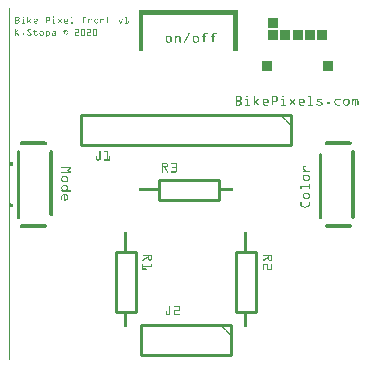
<source format=gto>
G04 MADE WITH FRITZING*
G04 WWW.FRITZING.ORG*
G04 DOUBLE SIDED*
G04 HOLES PLATED*
G04 CONTOUR ON CENTER OF CONTOUR VECTOR*
%ASAXBY*%
%FSLAX23Y23*%
%MOIN*%
%OFA0B0*%
%SFA1.0B1.0*%
%ADD10R,0.033049X0.033049*%
%ADD11R,0.033050X0.033049*%
%ADD12R,0.033049X0.033050*%
%ADD13R,0.033050X0.033050*%
%ADD14C,0.010000*%
%ADD15R,0.001000X0.001000*%
%LNSILK1*%
G90*
G70*
G54D10*
X921Y1087D03*
G54D11*
X880Y1087D03*
G54D10*
X1003Y1087D03*
X962Y1087D03*
X1044Y1087D03*
G54D12*
X880Y1128D03*
G54D13*
X860Y985D03*
X1065Y985D03*
G54D14*
X740Y123D02*
X440Y123D01*
D02*
X440Y123D02*
X440Y23D01*
D02*
X440Y23D02*
X740Y23D01*
D02*
X740Y23D02*
X740Y123D01*
D02*
X500Y606D02*
X700Y606D01*
D02*
X700Y606D02*
X700Y540D01*
D02*
X700Y540D02*
X500Y540D01*
D02*
X500Y540D02*
X500Y606D01*
D02*
X940Y823D02*
X240Y823D01*
D02*
X240Y823D02*
X240Y723D01*
D02*
X240Y723D02*
X940Y723D01*
D02*
X940Y723D02*
X940Y823D01*
D02*
X423Y364D02*
X423Y164D01*
D02*
X423Y164D02*
X357Y164D01*
D02*
X357Y164D02*
X357Y364D01*
D02*
X357Y364D02*
X423Y364D01*
D02*
X823Y364D02*
X823Y164D01*
D02*
X823Y164D02*
X757Y164D01*
D02*
X757Y164D02*
X757Y364D01*
D02*
X757Y364D02*
X823Y364D01*
G54D15*
X0Y1177D02*
X3Y1177D01*
X0Y1176D02*
X3Y1176D01*
X0Y1175D02*
X3Y1175D01*
X0Y1174D02*
X3Y1174D01*
X0Y1173D02*
X3Y1173D01*
X0Y1172D02*
X3Y1172D01*
X0Y1171D02*
X3Y1171D01*
X0Y1170D02*
X3Y1170D01*
X433Y1170D02*
X762Y1170D01*
X0Y1169D02*
X3Y1169D01*
X433Y1169D02*
X763Y1169D01*
X0Y1168D02*
X3Y1168D01*
X433Y1168D02*
X763Y1168D01*
X0Y1167D02*
X3Y1167D01*
X433Y1167D02*
X763Y1167D01*
X0Y1166D02*
X3Y1166D01*
X433Y1166D02*
X763Y1166D01*
X0Y1165D02*
X3Y1165D01*
X433Y1165D02*
X763Y1165D01*
X0Y1164D02*
X3Y1164D01*
X433Y1164D02*
X763Y1164D01*
X0Y1163D02*
X3Y1163D01*
X433Y1163D02*
X763Y1163D01*
X0Y1162D02*
X3Y1162D01*
X433Y1162D02*
X763Y1162D01*
X0Y1161D02*
X3Y1161D01*
X433Y1161D02*
X763Y1161D01*
X0Y1160D02*
X3Y1160D01*
X433Y1160D02*
X763Y1160D01*
X0Y1159D02*
X3Y1159D01*
X433Y1159D02*
X763Y1159D01*
X0Y1158D02*
X3Y1158D01*
X433Y1158D02*
X763Y1158D01*
X0Y1157D02*
X3Y1157D01*
X433Y1157D02*
X763Y1157D01*
X0Y1156D02*
X3Y1156D01*
X433Y1156D02*
X763Y1156D01*
X0Y1155D02*
X3Y1155D01*
X433Y1155D02*
X763Y1155D01*
X0Y1154D02*
X3Y1154D01*
X433Y1154D02*
X448Y1154D01*
X748Y1154D02*
X763Y1154D01*
X0Y1153D02*
X3Y1153D01*
X433Y1153D02*
X448Y1153D01*
X748Y1153D02*
X763Y1153D01*
X0Y1152D02*
X3Y1152D01*
X433Y1152D02*
X448Y1152D01*
X748Y1152D02*
X763Y1152D01*
X0Y1151D02*
X3Y1151D01*
X433Y1151D02*
X448Y1151D01*
X748Y1151D02*
X763Y1151D01*
X0Y1150D02*
X3Y1150D01*
X48Y1150D02*
X48Y1150D01*
X149Y1150D02*
X149Y1150D01*
X433Y1150D02*
X448Y1150D01*
X748Y1150D02*
X763Y1150D01*
X0Y1149D02*
X3Y1149D01*
X46Y1149D02*
X49Y1149D01*
X148Y1149D02*
X151Y1149D01*
X433Y1149D02*
X448Y1149D01*
X748Y1149D02*
X763Y1149D01*
X0Y1148D02*
X3Y1148D01*
X22Y1148D02*
X32Y1148D01*
X46Y1148D02*
X50Y1148D01*
X63Y1148D02*
X64Y1148D01*
X123Y1148D02*
X134Y1148D01*
X147Y1148D02*
X151Y1148D01*
X206Y1148D02*
X211Y1148D01*
X250Y1148D02*
X257Y1148D01*
X387Y1148D02*
X394Y1148D01*
X433Y1148D02*
X448Y1148D01*
X748Y1148D02*
X763Y1148D01*
X0Y1147D02*
X3Y1147D01*
X22Y1147D02*
X33Y1147D01*
X46Y1147D02*
X49Y1147D01*
X62Y1147D02*
X64Y1147D01*
X123Y1147D02*
X135Y1147D01*
X148Y1147D02*
X151Y1147D01*
X206Y1147D02*
X211Y1147D01*
X249Y1147D02*
X257Y1147D01*
X329Y1147D02*
X330Y1147D01*
X386Y1147D02*
X394Y1147D01*
X433Y1147D02*
X448Y1147D01*
X748Y1147D02*
X763Y1147D01*
X0Y1146D02*
X3Y1146D01*
X22Y1146D02*
X24Y1146D01*
X30Y1146D02*
X34Y1146D01*
X62Y1146D02*
X64Y1146D01*
X123Y1146D02*
X125Y1146D01*
X133Y1146D02*
X136Y1146D01*
X209Y1146D02*
X211Y1146D01*
X249Y1146D02*
X252Y1146D01*
X328Y1146D02*
X330Y1146D01*
X391Y1146D02*
X394Y1146D01*
X433Y1146D02*
X448Y1146D01*
X748Y1146D02*
X763Y1146D01*
X0Y1145D02*
X3Y1145D01*
X22Y1145D02*
X24Y1145D01*
X32Y1145D02*
X35Y1145D01*
X62Y1145D02*
X64Y1145D01*
X123Y1145D02*
X125Y1145D01*
X134Y1145D02*
X136Y1145D01*
X210Y1145D02*
X211Y1145D01*
X248Y1145D02*
X250Y1145D01*
X328Y1145D02*
X330Y1145D01*
X392Y1145D02*
X394Y1145D01*
X433Y1145D02*
X448Y1145D01*
X748Y1145D02*
X763Y1145D01*
X0Y1144D02*
X3Y1144D01*
X22Y1144D02*
X24Y1144D01*
X33Y1144D02*
X35Y1144D01*
X62Y1144D02*
X64Y1144D01*
X123Y1144D02*
X125Y1144D01*
X134Y1144D02*
X136Y1144D01*
X210Y1144D02*
X211Y1144D01*
X248Y1144D02*
X250Y1144D01*
X328Y1144D02*
X330Y1144D01*
X392Y1144D02*
X394Y1144D01*
X433Y1144D02*
X448Y1144D01*
X748Y1144D02*
X763Y1144D01*
X0Y1143D02*
X3Y1143D01*
X22Y1143D02*
X24Y1143D01*
X33Y1143D02*
X35Y1143D01*
X62Y1143D02*
X64Y1143D01*
X123Y1143D02*
X125Y1143D01*
X134Y1143D02*
X136Y1143D01*
X210Y1143D02*
X211Y1143D01*
X248Y1143D02*
X250Y1143D01*
X328Y1143D02*
X331Y1143D01*
X392Y1143D02*
X394Y1143D01*
X433Y1143D02*
X448Y1143D01*
X748Y1143D02*
X763Y1143D01*
X0Y1142D02*
X3Y1142D01*
X22Y1142D02*
X24Y1142D01*
X33Y1142D02*
X35Y1142D01*
X44Y1142D02*
X49Y1142D01*
X62Y1142D02*
X64Y1142D01*
X72Y1142D02*
X74Y1142D01*
X85Y1142D02*
X93Y1142D01*
X123Y1142D02*
X125Y1142D01*
X134Y1142D02*
X136Y1142D01*
X145Y1142D02*
X151Y1142D01*
X164Y1142D02*
X166Y1142D01*
X174Y1142D02*
X176Y1142D01*
X187Y1142D02*
X194Y1142D01*
X210Y1142D02*
X211Y1142D01*
X245Y1142D02*
X254Y1142D01*
X265Y1142D02*
X266Y1142D01*
X270Y1142D02*
X276Y1142D01*
X288Y1142D02*
X295Y1142D01*
X306Y1142D02*
X307Y1142D01*
X310Y1142D02*
X316Y1142D01*
X326Y1142D02*
X337Y1142D01*
X366Y1142D02*
X368Y1142D01*
X377Y1142D02*
X379Y1142D01*
X392Y1142D02*
X394Y1142D01*
X433Y1142D02*
X448Y1142D01*
X748Y1142D02*
X763Y1142D01*
X0Y1141D02*
X3Y1141D01*
X22Y1141D02*
X24Y1141D01*
X33Y1141D02*
X35Y1141D01*
X44Y1141D02*
X50Y1141D01*
X62Y1141D02*
X64Y1141D01*
X71Y1141D02*
X74Y1141D01*
X84Y1141D02*
X94Y1141D01*
X123Y1141D02*
X125Y1141D01*
X134Y1141D02*
X136Y1141D01*
X145Y1141D02*
X151Y1141D01*
X164Y1141D02*
X167Y1141D01*
X174Y1141D02*
X176Y1141D01*
X185Y1141D02*
X195Y1141D01*
X210Y1141D02*
X211Y1141D01*
X245Y1141D02*
X254Y1141D01*
X265Y1141D02*
X267Y1141D01*
X269Y1141D02*
X277Y1141D01*
X287Y1141D02*
X297Y1141D01*
X305Y1141D02*
X307Y1141D01*
X309Y1141D02*
X317Y1141D01*
X326Y1141D02*
X337Y1141D01*
X366Y1141D02*
X368Y1141D01*
X377Y1141D02*
X379Y1141D01*
X392Y1141D02*
X394Y1141D01*
X433Y1141D02*
X448Y1141D01*
X748Y1141D02*
X763Y1141D01*
X0Y1140D02*
X3Y1140D01*
X22Y1140D02*
X24Y1140D01*
X32Y1140D02*
X34Y1140D01*
X47Y1140D02*
X50Y1140D01*
X62Y1140D02*
X64Y1140D01*
X70Y1140D02*
X73Y1140D01*
X83Y1140D02*
X87Y1140D01*
X92Y1140D02*
X95Y1140D01*
X123Y1140D02*
X125Y1140D01*
X134Y1140D02*
X136Y1140D01*
X149Y1140D02*
X151Y1140D01*
X165Y1140D02*
X167Y1140D01*
X173Y1140D02*
X175Y1140D01*
X185Y1140D02*
X188Y1140D01*
X193Y1140D02*
X196Y1140D01*
X210Y1140D02*
X211Y1140D01*
X248Y1140D02*
X250Y1140D01*
X265Y1140D02*
X271Y1140D01*
X275Y1140D02*
X278Y1140D01*
X286Y1140D02*
X289Y1140D01*
X294Y1140D02*
X297Y1140D01*
X305Y1140D02*
X312Y1140D01*
X315Y1140D02*
X318Y1140D01*
X328Y1140D02*
X331Y1140D01*
X366Y1140D02*
X368Y1140D01*
X377Y1140D02*
X379Y1140D01*
X392Y1140D02*
X394Y1140D01*
X433Y1140D02*
X448Y1140D01*
X748Y1140D02*
X763Y1140D01*
X0Y1139D02*
X3Y1139D01*
X22Y1139D02*
X34Y1139D01*
X48Y1139D02*
X50Y1139D01*
X62Y1139D02*
X64Y1139D01*
X68Y1139D02*
X72Y1139D01*
X83Y1139D02*
X85Y1139D01*
X93Y1139D02*
X95Y1139D01*
X123Y1139D02*
X125Y1139D01*
X134Y1139D02*
X136Y1139D01*
X149Y1139D02*
X151Y1139D01*
X166Y1139D02*
X168Y1139D01*
X172Y1139D02*
X175Y1139D01*
X184Y1139D02*
X186Y1139D01*
X194Y1139D02*
X197Y1139D01*
X210Y1139D02*
X211Y1139D01*
X248Y1139D02*
X250Y1139D01*
X265Y1139D02*
X270Y1139D01*
X276Y1139D02*
X278Y1139D01*
X285Y1139D02*
X288Y1139D01*
X296Y1139D02*
X298Y1139D01*
X305Y1139D02*
X310Y1139D01*
X316Y1139D02*
X318Y1139D01*
X328Y1139D02*
X330Y1139D01*
X366Y1139D02*
X368Y1139D01*
X377Y1139D02*
X379Y1139D01*
X392Y1139D02*
X394Y1139D01*
X433Y1139D02*
X448Y1139D01*
X748Y1139D02*
X763Y1139D01*
X0Y1138D02*
X3Y1138D01*
X22Y1138D02*
X33Y1138D01*
X48Y1138D02*
X50Y1138D01*
X62Y1138D02*
X64Y1138D01*
X67Y1138D02*
X71Y1138D01*
X83Y1138D02*
X85Y1138D01*
X94Y1138D02*
X96Y1138D01*
X123Y1138D02*
X136Y1138D01*
X149Y1138D02*
X151Y1138D01*
X166Y1138D02*
X169Y1138D01*
X171Y1138D02*
X174Y1138D01*
X184Y1138D02*
X186Y1138D01*
X195Y1138D02*
X197Y1138D01*
X210Y1138D02*
X211Y1138D01*
X248Y1138D02*
X250Y1138D01*
X265Y1138D02*
X269Y1138D01*
X276Y1138D02*
X278Y1138D01*
X285Y1138D02*
X287Y1138D01*
X296Y1138D02*
X298Y1138D01*
X305Y1138D02*
X308Y1138D01*
X316Y1138D02*
X318Y1138D01*
X328Y1138D02*
X330Y1138D01*
X366Y1138D02*
X369Y1138D01*
X377Y1138D02*
X379Y1138D01*
X392Y1138D02*
X394Y1138D01*
X433Y1138D02*
X448Y1138D01*
X748Y1138D02*
X763Y1138D01*
X0Y1137D02*
X3Y1137D01*
X22Y1137D02*
X34Y1137D01*
X48Y1137D02*
X50Y1137D01*
X62Y1137D02*
X64Y1137D01*
X66Y1137D02*
X69Y1137D01*
X83Y1137D02*
X84Y1137D01*
X94Y1137D02*
X96Y1137D01*
X123Y1137D02*
X135Y1137D01*
X149Y1137D02*
X151Y1137D01*
X167Y1137D02*
X173Y1137D01*
X184Y1137D02*
X186Y1137D01*
X195Y1137D02*
X197Y1137D01*
X210Y1137D02*
X211Y1137D01*
X248Y1137D02*
X250Y1137D01*
X265Y1137D02*
X268Y1137D01*
X276Y1137D02*
X277Y1137D01*
X285Y1137D02*
X287Y1137D01*
X296Y1137D02*
X298Y1137D01*
X305Y1137D02*
X307Y1137D01*
X316Y1137D02*
X318Y1137D01*
X328Y1137D02*
X330Y1137D01*
X367Y1137D02*
X369Y1137D01*
X376Y1137D02*
X378Y1137D01*
X392Y1137D02*
X394Y1137D01*
X433Y1137D02*
X448Y1137D01*
X748Y1137D02*
X763Y1137D01*
X0Y1136D02*
X3Y1136D01*
X22Y1136D02*
X24Y1136D01*
X32Y1136D02*
X34Y1136D01*
X48Y1136D02*
X50Y1136D01*
X62Y1136D02*
X68Y1136D01*
X83Y1136D02*
X85Y1136D01*
X94Y1136D02*
X96Y1136D01*
X123Y1136D02*
X134Y1136D01*
X149Y1136D02*
X151Y1136D01*
X168Y1136D02*
X172Y1136D01*
X184Y1136D02*
X186Y1136D01*
X195Y1136D02*
X197Y1136D01*
X210Y1136D02*
X211Y1136D01*
X248Y1136D02*
X250Y1136D01*
X265Y1136D02*
X267Y1136D01*
X285Y1136D02*
X287Y1136D01*
X296Y1136D02*
X298Y1136D01*
X305Y1136D02*
X307Y1136D01*
X316Y1136D02*
X318Y1136D01*
X328Y1136D02*
X330Y1136D01*
X367Y1136D02*
X369Y1136D01*
X376Y1136D02*
X378Y1136D01*
X392Y1136D02*
X394Y1136D01*
X398Y1136D02*
X399Y1136D01*
X433Y1136D02*
X448Y1136D01*
X748Y1136D02*
X763Y1136D01*
X0Y1135D02*
X3Y1135D01*
X22Y1135D02*
X24Y1135D01*
X33Y1135D02*
X35Y1135D01*
X48Y1135D02*
X50Y1135D01*
X62Y1135D02*
X68Y1135D01*
X83Y1135D02*
X96Y1135D01*
X123Y1135D02*
X125Y1135D01*
X149Y1135D02*
X151Y1135D01*
X169Y1135D02*
X172Y1135D01*
X184Y1135D02*
X197Y1135D01*
X210Y1135D02*
X211Y1135D01*
X248Y1135D02*
X250Y1135D01*
X265Y1135D02*
X267Y1135D01*
X285Y1135D02*
X287Y1135D01*
X296Y1135D02*
X298Y1135D01*
X305Y1135D02*
X307Y1135D01*
X316Y1135D02*
X318Y1135D01*
X328Y1135D02*
X330Y1135D01*
X368Y1135D02*
X370Y1135D01*
X375Y1135D02*
X377Y1135D01*
X392Y1135D02*
X394Y1135D01*
X397Y1135D02*
X399Y1135D01*
X433Y1135D02*
X448Y1135D01*
X748Y1135D02*
X763Y1135D01*
X0Y1134D02*
X3Y1134D01*
X22Y1134D02*
X24Y1134D01*
X33Y1134D02*
X35Y1134D01*
X48Y1134D02*
X50Y1134D01*
X62Y1134D02*
X70Y1134D01*
X83Y1134D02*
X95Y1134D01*
X123Y1134D02*
X125Y1134D01*
X149Y1134D02*
X151Y1134D01*
X168Y1134D02*
X172Y1134D01*
X184Y1134D02*
X197Y1134D01*
X210Y1134D02*
X211Y1134D01*
X248Y1134D02*
X250Y1134D01*
X265Y1134D02*
X267Y1134D01*
X285Y1134D02*
X287Y1134D01*
X296Y1134D02*
X298Y1134D01*
X305Y1134D02*
X307Y1134D01*
X316Y1134D02*
X318Y1134D01*
X328Y1134D02*
X330Y1134D01*
X368Y1134D02*
X370Y1134D01*
X375Y1134D02*
X377Y1134D01*
X392Y1134D02*
X394Y1134D01*
X397Y1134D02*
X399Y1134D01*
X433Y1134D02*
X448Y1134D01*
X748Y1134D02*
X763Y1134D01*
X0Y1133D02*
X3Y1133D01*
X22Y1133D02*
X24Y1133D01*
X33Y1133D02*
X35Y1133D01*
X48Y1133D02*
X50Y1133D01*
X62Y1133D02*
X65Y1133D01*
X67Y1133D02*
X71Y1133D01*
X83Y1133D02*
X94Y1133D01*
X123Y1133D02*
X125Y1133D01*
X149Y1133D02*
X151Y1133D01*
X167Y1133D02*
X173Y1133D01*
X184Y1133D02*
X195Y1133D01*
X210Y1133D02*
X211Y1133D01*
X248Y1133D02*
X250Y1133D01*
X265Y1133D02*
X267Y1133D01*
X285Y1133D02*
X287Y1133D01*
X296Y1133D02*
X298Y1133D01*
X305Y1133D02*
X307Y1133D01*
X316Y1133D02*
X318Y1133D01*
X328Y1133D02*
X330Y1133D01*
X369Y1133D02*
X371Y1133D01*
X374Y1133D02*
X376Y1133D01*
X392Y1133D02*
X394Y1133D01*
X397Y1133D02*
X399Y1133D01*
X433Y1133D02*
X448Y1133D01*
X748Y1133D02*
X763Y1133D01*
X0Y1132D02*
X3Y1132D01*
X22Y1132D02*
X24Y1132D01*
X33Y1132D02*
X35Y1132D01*
X48Y1132D02*
X50Y1132D01*
X62Y1132D02*
X64Y1132D01*
X69Y1132D02*
X72Y1132D01*
X83Y1132D02*
X84Y1132D01*
X123Y1132D02*
X125Y1132D01*
X149Y1132D02*
X151Y1132D01*
X166Y1132D02*
X169Y1132D01*
X171Y1132D02*
X174Y1132D01*
X184Y1132D02*
X186Y1132D01*
X210Y1132D02*
X211Y1132D01*
X248Y1132D02*
X250Y1132D01*
X265Y1132D02*
X267Y1132D01*
X285Y1132D02*
X287Y1132D01*
X296Y1132D02*
X298Y1132D01*
X305Y1132D02*
X307Y1132D01*
X316Y1132D02*
X318Y1132D01*
X328Y1132D02*
X330Y1132D01*
X338Y1132D02*
X338Y1132D01*
X369Y1132D02*
X371Y1132D01*
X374Y1132D02*
X376Y1132D01*
X392Y1132D02*
X394Y1132D01*
X397Y1132D02*
X399Y1132D01*
X433Y1132D02*
X448Y1132D01*
X748Y1132D02*
X763Y1132D01*
X0Y1131D02*
X3Y1131D01*
X22Y1131D02*
X24Y1131D01*
X32Y1131D02*
X35Y1131D01*
X48Y1131D02*
X50Y1131D01*
X62Y1131D02*
X64Y1131D01*
X70Y1131D02*
X73Y1131D01*
X83Y1131D02*
X85Y1131D01*
X123Y1131D02*
X125Y1131D01*
X149Y1131D02*
X151Y1131D01*
X165Y1131D02*
X168Y1131D01*
X172Y1131D02*
X175Y1131D01*
X184Y1131D02*
X186Y1131D01*
X210Y1131D02*
X211Y1131D01*
X248Y1131D02*
X250Y1131D01*
X265Y1131D02*
X267Y1131D01*
X285Y1131D02*
X287Y1131D01*
X296Y1131D02*
X298Y1131D01*
X305Y1131D02*
X307Y1131D01*
X316Y1131D02*
X318Y1131D01*
X328Y1131D02*
X330Y1131D01*
X337Y1131D02*
X338Y1131D01*
X369Y1131D02*
X376Y1131D01*
X392Y1131D02*
X394Y1131D01*
X397Y1131D02*
X399Y1131D01*
X433Y1131D02*
X448Y1131D01*
X748Y1131D02*
X763Y1131D01*
X0Y1130D02*
X3Y1130D01*
X22Y1130D02*
X24Y1130D01*
X31Y1130D02*
X34Y1130D01*
X47Y1130D02*
X50Y1130D01*
X62Y1130D02*
X64Y1130D01*
X71Y1130D02*
X74Y1130D01*
X83Y1130D02*
X86Y1130D01*
X123Y1130D02*
X125Y1130D01*
X149Y1130D02*
X151Y1130D01*
X164Y1130D02*
X167Y1130D01*
X173Y1130D02*
X176Y1130D01*
X184Y1130D02*
X188Y1130D01*
X209Y1130D02*
X212Y1130D01*
X248Y1130D02*
X250Y1130D01*
X265Y1130D02*
X267Y1130D01*
X286Y1130D02*
X289Y1130D01*
X294Y1130D02*
X297Y1130D01*
X305Y1130D02*
X307Y1130D01*
X316Y1130D02*
X318Y1130D01*
X329Y1130D02*
X331Y1130D01*
X336Y1130D02*
X338Y1130D01*
X370Y1130D02*
X375Y1130D01*
X392Y1130D02*
X394Y1130D01*
X397Y1130D02*
X399Y1130D01*
X433Y1130D02*
X448Y1130D01*
X748Y1130D02*
X763Y1130D01*
X0Y1129D02*
X3Y1129D01*
X22Y1129D02*
X33Y1129D01*
X44Y1129D02*
X53Y1129D01*
X62Y1129D02*
X64Y1129D01*
X72Y1129D02*
X75Y1129D01*
X84Y1129D02*
X95Y1129D01*
X123Y1129D02*
X125Y1129D01*
X145Y1129D02*
X155Y1129D01*
X164Y1129D02*
X166Y1129D01*
X174Y1129D02*
X176Y1129D01*
X185Y1129D02*
X197Y1129D01*
X206Y1129D02*
X215Y1129D01*
X248Y1129D02*
X250Y1129D01*
X265Y1129D02*
X267Y1129D01*
X286Y1129D02*
X297Y1129D01*
X305Y1129D02*
X307Y1129D01*
X316Y1129D02*
X318Y1129D01*
X329Y1129D02*
X338Y1129D01*
X370Y1129D02*
X375Y1129D01*
X387Y1129D02*
X399Y1129D01*
X433Y1129D02*
X448Y1129D01*
X748Y1129D02*
X763Y1129D01*
X0Y1128D02*
X3Y1128D01*
X22Y1128D02*
X32Y1128D01*
X44Y1128D02*
X53Y1128D01*
X63Y1128D02*
X64Y1128D01*
X73Y1128D02*
X75Y1128D01*
X85Y1128D02*
X95Y1128D01*
X123Y1128D02*
X125Y1128D01*
X145Y1128D02*
X155Y1128D01*
X164Y1128D02*
X166Y1128D01*
X175Y1128D02*
X176Y1128D01*
X186Y1128D02*
X197Y1128D01*
X206Y1128D02*
X215Y1128D01*
X248Y1128D02*
X250Y1128D01*
X265Y1128D02*
X266Y1128D01*
X288Y1128D02*
X295Y1128D01*
X305Y1128D02*
X307Y1128D01*
X317Y1128D02*
X318Y1128D01*
X330Y1128D02*
X337Y1128D01*
X371Y1128D02*
X374Y1128D01*
X386Y1128D02*
X399Y1128D01*
X433Y1128D02*
X448Y1128D01*
X748Y1128D02*
X763Y1128D01*
X0Y1127D02*
X3Y1127D01*
X22Y1127D02*
X29Y1127D01*
X45Y1127D02*
X52Y1127D01*
X88Y1127D02*
X94Y1127D01*
X147Y1127D02*
X153Y1127D01*
X189Y1127D02*
X195Y1127D01*
X207Y1127D02*
X214Y1127D01*
X291Y1127D02*
X293Y1127D01*
X333Y1127D02*
X334Y1127D01*
X372Y1127D02*
X373Y1127D01*
X388Y1127D02*
X397Y1127D01*
X433Y1127D02*
X448Y1127D01*
X748Y1127D02*
X763Y1127D01*
X0Y1126D02*
X3Y1126D01*
X433Y1126D02*
X448Y1126D01*
X748Y1126D02*
X763Y1126D01*
X0Y1125D02*
X3Y1125D01*
X433Y1125D02*
X448Y1125D01*
X748Y1125D02*
X763Y1125D01*
X0Y1124D02*
X3Y1124D01*
X433Y1124D02*
X448Y1124D01*
X748Y1124D02*
X763Y1124D01*
X0Y1123D02*
X3Y1123D01*
X433Y1123D02*
X448Y1123D01*
X748Y1123D02*
X763Y1123D01*
X0Y1122D02*
X3Y1122D01*
X433Y1122D02*
X448Y1122D01*
X748Y1122D02*
X763Y1122D01*
X0Y1121D02*
X3Y1121D01*
X433Y1121D02*
X448Y1121D01*
X748Y1121D02*
X763Y1121D01*
X0Y1120D02*
X3Y1120D01*
X433Y1120D02*
X448Y1120D01*
X748Y1120D02*
X763Y1120D01*
X0Y1119D02*
X3Y1119D01*
X433Y1119D02*
X448Y1119D01*
X748Y1119D02*
X763Y1119D01*
X0Y1118D02*
X3Y1118D01*
X433Y1118D02*
X448Y1118D01*
X748Y1118D02*
X763Y1118D01*
X0Y1117D02*
X3Y1117D01*
X433Y1117D02*
X448Y1117D01*
X748Y1117D02*
X763Y1117D01*
X0Y1116D02*
X3Y1116D01*
X433Y1116D02*
X448Y1116D01*
X748Y1116D02*
X763Y1116D01*
X0Y1115D02*
X3Y1115D01*
X433Y1115D02*
X448Y1115D01*
X748Y1115D02*
X763Y1115D01*
X0Y1114D02*
X3Y1114D01*
X433Y1114D02*
X448Y1114D01*
X748Y1114D02*
X763Y1114D01*
X0Y1113D02*
X3Y1113D01*
X433Y1113D02*
X448Y1113D01*
X748Y1113D02*
X763Y1113D01*
X0Y1112D02*
X3Y1112D01*
X433Y1112D02*
X448Y1112D01*
X748Y1112D02*
X763Y1112D01*
X0Y1111D02*
X3Y1111D01*
X433Y1111D02*
X448Y1111D01*
X748Y1111D02*
X763Y1111D01*
X0Y1110D02*
X3Y1110D01*
X433Y1110D02*
X448Y1110D01*
X748Y1110D02*
X763Y1110D01*
X0Y1109D02*
X3Y1109D01*
X433Y1109D02*
X448Y1109D01*
X748Y1109D02*
X763Y1109D01*
X0Y1108D02*
X3Y1108D01*
X433Y1108D02*
X448Y1108D01*
X748Y1108D02*
X763Y1108D01*
X0Y1107D02*
X3Y1107D01*
X22Y1107D02*
X23Y1107D01*
X33Y1107D02*
X34Y1107D01*
X63Y1107D02*
X73Y1107D01*
X221Y1107D02*
X232Y1107D01*
X242Y1107D02*
X253Y1107D01*
X261Y1107D02*
X273Y1107D01*
X282Y1107D02*
X293Y1107D01*
X433Y1107D02*
X448Y1107D01*
X748Y1107D02*
X763Y1107D01*
X0Y1106D02*
X3Y1106D01*
X22Y1106D02*
X23Y1106D01*
X31Y1106D02*
X34Y1106D01*
X62Y1106D02*
X74Y1106D01*
X85Y1106D02*
X86Y1106D01*
X221Y1106D02*
X233Y1106D01*
X241Y1106D02*
X253Y1106D01*
X261Y1106D02*
X274Y1106D01*
X282Y1106D02*
X294Y1106D01*
X433Y1106D02*
X448Y1106D01*
X748Y1106D02*
X763Y1106D01*
X0Y1105D02*
X3Y1105D01*
X21Y1105D02*
X23Y1105D01*
X30Y1105D02*
X34Y1105D01*
X62Y1105D02*
X75Y1105D01*
X85Y1105D02*
X87Y1105D01*
X222Y1105D02*
X233Y1105D01*
X241Y1105D02*
X254Y1105D01*
X262Y1105D02*
X274Y1105D01*
X281Y1105D02*
X294Y1105D01*
X433Y1105D02*
X448Y1105D01*
X748Y1105D02*
X763Y1105D01*
X0Y1104D02*
X3Y1104D01*
X21Y1104D02*
X23Y1104D01*
X29Y1104D02*
X32Y1104D01*
X62Y1104D02*
X64Y1104D01*
X73Y1104D02*
X75Y1104D01*
X85Y1104D02*
X87Y1104D01*
X186Y1104D02*
X191Y1104D01*
X232Y1104D02*
X234Y1104D01*
X241Y1104D02*
X243Y1104D01*
X252Y1104D02*
X254Y1104D01*
X272Y1104D02*
X274Y1104D01*
X281Y1104D02*
X283Y1104D01*
X292Y1104D02*
X294Y1104D01*
X433Y1104D02*
X448Y1104D01*
X748Y1104D02*
X763Y1104D01*
X0Y1103D02*
X3Y1103D01*
X21Y1103D02*
X23Y1103D01*
X28Y1103D02*
X31Y1103D01*
X62Y1103D02*
X65Y1103D01*
X74Y1103D02*
X74Y1103D01*
X85Y1103D02*
X87Y1103D01*
X184Y1103D02*
X187Y1103D01*
X189Y1103D02*
X192Y1103D01*
X232Y1103D02*
X234Y1103D01*
X241Y1103D02*
X243Y1103D01*
X252Y1103D02*
X254Y1103D01*
X272Y1103D02*
X274Y1103D01*
X281Y1103D02*
X283Y1103D01*
X292Y1103D02*
X294Y1103D01*
X433Y1103D02*
X448Y1103D01*
X748Y1103D02*
X763Y1103D01*
X0Y1102D02*
X3Y1102D01*
X21Y1102D02*
X23Y1102D01*
X27Y1102D02*
X30Y1102D01*
X63Y1102D02*
X66Y1102D01*
X85Y1102D02*
X87Y1102D01*
X123Y1102D02*
X124Y1102D01*
X128Y1102D02*
X131Y1102D01*
X183Y1102D02*
X184Y1102D01*
X192Y1102D02*
X194Y1102D01*
X232Y1102D02*
X234Y1102D01*
X241Y1102D02*
X243Y1102D01*
X252Y1102D02*
X254Y1102D01*
X272Y1102D02*
X274Y1102D01*
X281Y1102D02*
X283Y1102D01*
X292Y1102D02*
X294Y1102D01*
X433Y1102D02*
X448Y1102D01*
X748Y1102D02*
X763Y1102D01*
X0Y1101D02*
X3Y1101D01*
X21Y1101D02*
X23Y1101D01*
X26Y1101D02*
X29Y1101D01*
X64Y1101D02*
X66Y1101D01*
X82Y1101D02*
X93Y1101D01*
X105Y1101D02*
X113Y1101D01*
X123Y1101D02*
X132Y1101D01*
X146Y1101D02*
X154Y1101D01*
X182Y1101D02*
X183Y1101D01*
X188Y1101D02*
X190Y1101D01*
X194Y1101D02*
X195Y1101D01*
X232Y1101D02*
X234Y1101D01*
X241Y1101D02*
X243Y1101D01*
X252Y1101D02*
X254Y1101D01*
X272Y1101D02*
X274Y1101D01*
X281Y1101D02*
X283Y1101D01*
X292Y1101D02*
X294Y1101D01*
X433Y1101D02*
X448Y1101D01*
X748Y1101D02*
X763Y1101D01*
X0Y1100D02*
X3Y1100D01*
X21Y1100D02*
X28Y1100D01*
X65Y1100D02*
X67Y1100D01*
X82Y1100D02*
X94Y1100D01*
X104Y1100D02*
X114Y1100D01*
X123Y1100D02*
X133Y1100D01*
X146Y1100D02*
X155Y1100D01*
X181Y1100D02*
X182Y1100D01*
X185Y1100D02*
X191Y1100D01*
X195Y1100D02*
X195Y1100D01*
X232Y1100D02*
X234Y1100D01*
X241Y1100D02*
X243Y1100D01*
X252Y1100D02*
X254Y1100D01*
X272Y1100D02*
X274Y1100D01*
X281Y1100D02*
X283Y1100D01*
X292Y1100D02*
X294Y1100D01*
X433Y1100D02*
X448Y1100D01*
X748Y1100D02*
X763Y1100D01*
X0Y1099D02*
X3Y1099D01*
X21Y1099D02*
X27Y1099D01*
X65Y1099D02*
X68Y1099D01*
X84Y1099D02*
X92Y1099D01*
X103Y1099D02*
X115Y1099D01*
X123Y1099D02*
X127Y1099D01*
X131Y1099D02*
X134Y1099D01*
X147Y1099D02*
X155Y1099D01*
X181Y1099D02*
X181Y1099D01*
X185Y1099D02*
X186Y1099D01*
X195Y1099D02*
X196Y1099D01*
X232Y1099D02*
X234Y1099D01*
X241Y1099D02*
X243Y1099D01*
X252Y1099D02*
X254Y1099D01*
X272Y1099D02*
X274Y1099D01*
X281Y1099D02*
X283Y1099D01*
X292Y1099D02*
X294Y1099D01*
X433Y1099D02*
X448Y1099D01*
X748Y1099D02*
X763Y1099D01*
X0Y1098D02*
X3Y1098D01*
X21Y1098D02*
X25Y1098D01*
X66Y1098D02*
X69Y1098D01*
X85Y1098D02*
X87Y1098D01*
X103Y1098D02*
X105Y1098D01*
X113Y1098D02*
X115Y1098D01*
X123Y1098D02*
X126Y1098D01*
X132Y1098D02*
X135Y1098D01*
X154Y1098D02*
X156Y1098D01*
X181Y1098D02*
X181Y1098D01*
X184Y1098D02*
X185Y1098D01*
X195Y1098D02*
X196Y1098D01*
X222Y1098D02*
X233Y1098D01*
X241Y1098D02*
X243Y1098D01*
X252Y1098D02*
X254Y1098D01*
X263Y1098D02*
X274Y1098D01*
X281Y1098D02*
X283Y1098D01*
X292Y1098D02*
X294Y1098D01*
X433Y1098D02*
X448Y1098D01*
X748Y1098D02*
X763Y1098D01*
X0Y1097D02*
X3Y1097D01*
X21Y1097D02*
X24Y1097D01*
X67Y1097D02*
X70Y1097D01*
X85Y1097D02*
X87Y1097D01*
X103Y1097D02*
X104Y1097D01*
X114Y1097D02*
X115Y1097D01*
X123Y1097D02*
X125Y1097D01*
X133Y1097D02*
X136Y1097D01*
X154Y1097D02*
X156Y1097D01*
X180Y1097D02*
X181Y1097D01*
X184Y1097D02*
X185Y1097D01*
X196Y1097D02*
X196Y1097D01*
X221Y1097D02*
X233Y1097D01*
X241Y1097D02*
X243Y1097D01*
X252Y1097D02*
X254Y1097D01*
X262Y1097D02*
X274Y1097D01*
X281Y1097D02*
X283Y1097D01*
X292Y1097D02*
X294Y1097D01*
X433Y1097D02*
X448Y1097D01*
X748Y1097D02*
X763Y1097D01*
X0Y1096D02*
X3Y1096D01*
X21Y1096D02*
X25Y1096D01*
X68Y1096D02*
X70Y1096D01*
X85Y1096D02*
X87Y1096D01*
X102Y1096D02*
X104Y1096D01*
X114Y1096D02*
X115Y1096D01*
X123Y1096D02*
X125Y1096D01*
X134Y1096D02*
X136Y1096D01*
X154Y1096D02*
X156Y1096D01*
X180Y1096D02*
X181Y1096D01*
X184Y1096D02*
X185Y1096D01*
X196Y1096D02*
X196Y1096D01*
X221Y1096D02*
X232Y1096D01*
X241Y1096D02*
X243Y1096D01*
X252Y1096D02*
X254Y1096D01*
X261Y1096D02*
X273Y1096D01*
X281Y1096D02*
X283Y1096D01*
X292Y1096D02*
X294Y1096D01*
X433Y1096D02*
X448Y1096D01*
X748Y1096D02*
X763Y1096D01*
X0Y1095D02*
X3Y1095D01*
X21Y1095D02*
X26Y1095D01*
X69Y1095D02*
X71Y1095D01*
X85Y1095D02*
X87Y1095D01*
X102Y1095D02*
X104Y1095D01*
X114Y1095D02*
X115Y1095D01*
X123Y1095D02*
X125Y1095D01*
X134Y1095D02*
X136Y1095D01*
X145Y1095D02*
X156Y1095D01*
X180Y1095D02*
X181Y1095D01*
X184Y1095D02*
X185Y1095D01*
X196Y1095D02*
X196Y1095D01*
X221Y1095D02*
X222Y1095D01*
X241Y1095D02*
X243Y1095D01*
X252Y1095D02*
X254Y1095D01*
X261Y1095D02*
X263Y1095D01*
X281Y1095D02*
X283Y1095D01*
X292Y1095D02*
X294Y1095D01*
X433Y1095D02*
X448Y1095D01*
X601Y1095D02*
X601Y1095D01*
X655Y1095D02*
X660Y1095D01*
X685Y1095D02*
X691Y1095D01*
X748Y1095D02*
X763Y1095D01*
X0Y1094D02*
X3Y1094D01*
X21Y1094D02*
X27Y1094D01*
X46Y1094D02*
X50Y1094D01*
X69Y1094D02*
X72Y1094D01*
X85Y1094D02*
X87Y1094D01*
X102Y1094D02*
X104Y1094D01*
X114Y1094D02*
X115Y1094D01*
X123Y1094D02*
X125Y1094D01*
X134Y1094D02*
X136Y1094D01*
X144Y1094D02*
X156Y1094D01*
X181Y1094D02*
X181Y1094D01*
X184Y1094D02*
X185Y1094D01*
X195Y1094D02*
X196Y1094D01*
X221Y1094D02*
X222Y1094D01*
X241Y1094D02*
X243Y1094D01*
X252Y1094D02*
X254Y1094D01*
X261Y1094D02*
X263Y1094D01*
X281Y1094D02*
X283Y1094D01*
X292Y1094D02*
X294Y1094D01*
X433Y1094D02*
X448Y1094D01*
X600Y1094D02*
X603Y1094D01*
X652Y1094D02*
X662Y1094D01*
X682Y1094D02*
X692Y1094D01*
X748Y1094D02*
X763Y1094D01*
X0Y1093D02*
X3Y1093D01*
X21Y1093D02*
X23Y1093D01*
X25Y1093D02*
X29Y1093D01*
X46Y1093D02*
X51Y1093D01*
X70Y1093D02*
X73Y1093D01*
X85Y1093D02*
X87Y1093D01*
X102Y1093D02*
X104Y1093D01*
X114Y1093D02*
X115Y1093D01*
X123Y1093D02*
X125Y1093D01*
X134Y1093D02*
X136Y1093D01*
X143Y1093D02*
X146Y1093D01*
X152Y1093D02*
X156Y1093D01*
X181Y1093D02*
X181Y1093D01*
X185Y1093D02*
X186Y1093D01*
X195Y1093D02*
X196Y1093D01*
X221Y1093D02*
X222Y1093D01*
X241Y1093D02*
X243Y1093D01*
X252Y1093D02*
X254Y1093D01*
X261Y1093D02*
X263Y1093D01*
X281Y1093D02*
X283Y1093D01*
X292Y1093D02*
X294Y1093D01*
X433Y1093D02*
X448Y1093D01*
X599Y1093D02*
X603Y1093D01*
X651Y1093D02*
X662Y1093D01*
X681Y1093D02*
X692Y1093D01*
X748Y1093D02*
X763Y1093D01*
X0Y1092D02*
X3Y1092D01*
X21Y1092D02*
X23Y1092D01*
X26Y1092D02*
X30Y1092D01*
X46Y1092D02*
X51Y1092D01*
X71Y1092D02*
X74Y1092D01*
X85Y1092D02*
X87Y1092D01*
X102Y1092D02*
X104Y1092D01*
X114Y1092D02*
X115Y1092D01*
X123Y1092D02*
X125Y1092D01*
X134Y1092D02*
X136Y1092D01*
X143Y1092D02*
X145Y1092D01*
X154Y1092D02*
X156Y1092D01*
X181Y1092D02*
X182Y1092D01*
X186Y1092D02*
X191Y1092D01*
X194Y1092D02*
X195Y1092D01*
X221Y1092D02*
X222Y1092D01*
X241Y1092D02*
X243Y1092D01*
X252Y1092D02*
X254Y1092D01*
X261Y1092D02*
X263Y1092D01*
X281Y1092D02*
X283Y1092D01*
X292Y1092D02*
X294Y1092D01*
X433Y1092D02*
X448Y1092D01*
X599Y1092D02*
X603Y1092D01*
X650Y1092D02*
X662Y1092D01*
X680Y1092D02*
X692Y1092D01*
X748Y1092D02*
X763Y1092D01*
X0Y1091D02*
X3Y1091D01*
X21Y1091D02*
X23Y1091D01*
X28Y1091D02*
X31Y1091D01*
X46Y1091D02*
X50Y1091D01*
X63Y1091D02*
X63Y1091D01*
X72Y1091D02*
X74Y1091D01*
X85Y1091D02*
X87Y1091D01*
X103Y1091D02*
X104Y1091D01*
X114Y1091D02*
X115Y1091D01*
X123Y1091D02*
X125Y1091D01*
X134Y1091D02*
X136Y1091D01*
X143Y1091D02*
X145Y1091D01*
X154Y1091D02*
X156Y1091D01*
X182Y1091D02*
X183Y1091D01*
X189Y1091D02*
X189Y1091D01*
X194Y1091D02*
X194Y1091D01*
X221Y1091D02*
X222Y1091D01*
X241Y1091D02*
X243Y1091D01*
X252Y1091D02*
X254Y1091D01*
X261Y1091D02*
X263Y1091D01*
X281Y1091D02*
X283Y1091D01*
X292Y1091D02*
X294Y1091D01*
X433Y1091D02*
X448Y1091D01*
X598Y1091D02*
X602Y1091D01*
X649Y1091D02*
X660Y1091D01*
X679Y1091D02*
X691Y1091D01*
X748Y1091D02*
X763Y1091D01*
X0Y1090D02*
X3Y1090D01*
X21Y1090D02*
X23Y1090D01*
X29Y1090D02*
X32Y1090D01*
X46Y1090D02*
X50Y1090D01*
X62Y1090D02*
X64Y1090D01*
X72Y1090D02*
X75Y1090D01*
X85Y1090D02*
X87Y1090D01*
X93Y1090D02*
X95Y1090D01*
X103Y1090D02*
X105Y1090D01*
X113Y1090D02*
X115Y1090D01*
X123Y1090D02*
X126Y1090D01*
X133Y1090D02*
X135Y1090D01*
X143Y1090D02*
X145Y1090D01*
X153Y1090D02*
X156Y1090D01*
X183Y1090D02*
X184Y1090D01*
X192Y1090D02*
X194Y1090D01*
X221Y1090D02*
X222Y1090D01*
X241Y1090D02*
X243Y1090D01*
X252Y1090D02*
X254Y1090D01*
X261Y1090D02*
X263Y1090D01*
X281Y1090D02*
X283Y1090D01*
X292Y1090D02*
X294Y1090D01*
X433Y1090D02*
X448Y1090D01*
X598Y1090D02*
X601Y1090D01*
X649Y1090D02*
X653Y1090D01*
X679Y1090D02*
X683Y1090D01*
X748Y1090D02*
X763Y1090D01*
X0Y1089D02*
X3Y1089D01*
X21Y1089D02*
X23Y1089D01*
X30Y1089D02*
X33Y1089D01*
X62Y1089D02*
X64Y1089D01*
X73Y1089D02*
X75Y1089D01*
X85Y1089D02*
X88Y1089D01*
X93Y1089D02*
X95Y1089D01*
X103Y1089D02*
X106Y1089D01*
X112Y1089D02*
X115Y1089D01*
X123Y1089D02*
X127Y1089D01*
X132Y1089D02*
X135Y1089D01*
X143Y1089D02*
X146Y1089D01*
X151Y1089D02*
X156Y1089D01*
X184Y1089D02*
X192Y1089D01*
X221Y1089D02*
X223Y1089D01*
X241Y1089D02*
X243Y1089D01*
X252Y1089D02*
X254Y1089D01*
X261Y1089D02*
X263Y1089D01*
X281Y1089D02*
X283Y1089D01*
X292Y1089D02*
X294Y1089D01*
X433Y1089D02*
X448Y1089D01*
X597Y1089D02*
X601Y1089D01*
X649Y1089D02*
X652Y1089D01*
X679Y1089D02*
X682Y1089D01*
X748Y1089D02*
X763Y1089D01*
X0Y1088D02*
X3Y1088D01*
X21Y1088D02*
X23Y1088D01*
X31Y1088D02*
X34Y1088D01*
X62Y1088D02*
X75Y1088D01*
X86Y1088D02*
X95Y1088D01*
X104Y1088D02*
X114Y1088D01*
X123Y1088D02*
X134Y1088D01*
X144Y1088D02*
X156Y1088D01*
X186Y1088D02*
X190Y1088D01*
X221Y1088D02*
X233Y1088D01*
X241Y1088D02*
X254Y1088D01*
X261Y1088D02*
X274Y1088D01*
X281Y1088D02*
X294Y1088D01*
X433Y1088D02*
X448Y1088D01*
X596Y1088D02*
X600Y1088D01*
X649Y1088D02*
X652Y1088D01*
X679Y1088D02*
X682Y1088D01*
X748Y1088D02*
X763Y1088D01*
X0Y1087D02*
X3Y1087D01*
X22Y1087D02*
X23Y1087D01*
X32Y1087D02*
X34Y1087D01*
X63Y1087D02*
X74Y1087D01*
X86Y1087D02*
X94Y1087D01*
X105Y1087D02*
X113Y1087D01*
X123Y1087D02*
X133Y1087D01*
X144Y1087D02*
X156Y1087D01*
X221Y1087D02*
X233Y1087D01*
X242Y1087D02*
X253Y1087D01*
X261Y1087D02*
X274Y1087D01*
X282Y1087D02*
X294Y1087D01*
X433Y1087D02*
X448Y1087D01*
X596Y1087D02*
X600Y1087D01*
X649Y1087D02*
X652Y1087D01*
X679Y1087D02*
X682Y1087D01*
X748Y1087D02*
X763Y1087D01*
X0Y1086D02*
X3Y1086D01*
X65Y1086D02*
X72Y1086D01*
X89Y1086D02*
X92Y1086D01*
X107Y1086D02*
X111Y1086D01*
X123Y1086D02*
X125Y1086D01*
X127Y1086D02*
X131Y1086D01*
X147Y1086D02*
X151Y1086D01*
X221Y1086D02*
X232Y1086D01*
X243Y1086D02*
X251Y1086D01*
X261Y1086D02*
X273Y1086D01*
X284Y1086D02*
X292Y1086D01*
X433Y1086D02*
X448Y1086D01*
X529Y1086D02*
X537Y1086D01*
X554Y1086D02*
X555Y1086D01*
X563Y1086D02*
X568Y1086D01*
X595Y1086D02*
X599Y1086D01*
X619Y1086D02*
X627Y1086D01*
X646Y1086D02*
X657Y1086D01*
X676Y1086D02*
X687Y1086D01*
X748Y1086D02*
X763Y1086D01*
X0Y1085D02*
X3Y1085D01*
X123Y1085D02*
X125Y1085D01*
X433Y1085D02*
X448Y1085D01*
X527Y1085D02*
X539Y1085D01*
X553Y1085D02*
X556Y1085D01*
X561Y1085D02*
X570Y1085D01*
X595Y1085D02*
X599Y1085D01*
X617Y1085D02*
X629Y1085D01*
X645Y1085D02*
X658Y1085D01*
X675Y1085D02*
X688Y1085D01*
X748Y1085D02*
X763Y1085D01*
X0Y1084D02*
X3Y1084D01*
X123Y1084D02*
X125Y1084D01*
X433Y1084D02*
X448Y1084D01*
X526Y1084D02*
X540Y1084D01*
X553Y1084D02*
X556Y1084D01*
X559Y1084D02*
X571Y1084D01*
X594Y1084D02*
X598Y1084D01*
X616Y1084D02*
X630Y1084D01*
X644Y1084D02*
X658Y1084D01*
X675Y1084D02*
X688Y1084D01*
X748Y1084D02*
X763Y1084D01*
X0Y1083D02*
X3Y1083D01*
X123Y1083D02*
X125Y1083D01*
X433Y1083D02*
X448Y1083D01*
X525Y1083D02*
X541Y1083D01*
X553Y1083D02*
X571Y1083D01*
X593Y1083D02*
X597Y1083D01*
X615Y1083D02*
X631Y1083D01*
X645Y1083D02*
X658Y1083D01*
X675Y1083D02*
X688Y1083D01*
X748Y1083D02*
X763Y1083D01*
X0Y1082D02*
X3Y1082D01*
X123Y1082D02*
X125Y1082D01*
X433Y1082D02*
X448Y1082D01*
X524Y1082D02*
X529Y1082D01*
X536Y1082D02*
X542Y1082D01*
X553Y1082D02*
X563Y1082D01*
X567Y1082D02*
X572Y1082D01*
X593Y1082D02*
X597Y1082D01*
X614Y1082D02*
X620Y1082D01*
X626Y1082D02*
X632Y1082D01*
X648Y1082D02*
X652Y1082D01*
X678Y1082D02*
X682Y1082D01*
X748Y1082D02*
X763Y1082D01*
X0Y1081D02*
X3Y1081D01*
X123Y1081D02*
X124Y1081D01*
X433Y1081D02*
X448Y1081D01*
X523Y1081D02*
X528Y1081D01*
X538Y1081D02*
X542Y1081D01*
X553Y1081D02*
X561Y1081D01*
X569Y1081D02*
X572Y1081D01*
X592Y1081D02*
X596Y1081D01*
X614Y1081D02*
X618Y1081D01*
X628Y1081D02*
X633Y1081D01*
X649Y1081D02*
X652Y1081D01*
X679Y1081D02*
X682Y1081D01*
X748Y1081D02*
X763Y1081D01*
X0Y1080D02*
X3Y1080D01*
X433Y1080D02*
X448Y1080D01*
X523Y1080D02*
X527Y1080D01*
X539Y1080D02*
X543Y1080D01*
X553Y1080D02*
X560Y1080D01*
X569Y1080D02*
X572Y1080D01*
X592Y1080D02*
X596Y1080D01*
X613Y1080D02*
X617Y1080D01*
X629Y1080D02*
X633Y1080D01*
X649Y1080D02*
X652Y1080D01*
X679Y1080D02*
X682Y1080D01*
X748Y1080D02*
X763Y1080D01*
X0Y1079D02*
X3Y1079D01*
X433Y1079D02*
X448Y1079D01*
X523Y1079D02*
X526Y1079D01*
X539Y1079D02*
X543Y1079D01*
X553Y1079D02*
X558Y1079D01*
X569Y1079D02*
X572Y1079D01*
X591Y1079D02*
X595Y1079D01*
X613Y1079D02*
X617Y1079D01*
X630Y1079D02*
X633Y1079D01*
X649Y1079D02*
X652Y1079D01*
X679Y1079D02*
X682Y1079D01*
X748Y1079D02*
X763Y1079D01*
X0Y1078D02*
X3Y1078D01*
X433Y1078D02*
X448Y1078D01*
X523Y1078D02*
X526Y1078D01*
X539Y1078D02*
X543Y1078D01*
X553Y1078D02*
X557Y1078D01*
X569Y1078D02*
X572Y1078D01*
X591Y1078D02*
X594Y1078D01*
X613Y1078D02*
X616Y1078D01*
X630Y1078D02*
X633Y1078D01*
X649Y1078D02*
X652Y1078D01*
X679Y1078D02*
X682Y1078D01*
X748Y1078D02*
X763Y1078D01*
X0Y1077D02*
X3Y1077D01*
X433Y1077D02*
X448Y1077D01*
X523Y1077D02*
X526Y1077D01*
X539Y1077D02*
X543Y1077D01*
X553Y1077D02*
X556Y1077D01*
X569Y1077D02*
X572Y1077D01*
X590Y1077D02*
X594Y1077D01*
X613Y1077D02*
X616Y1077D01*
X630Y1077D02*
X633Y1077D01*
X649Y1077D02*
X652Y1077D01*
X679Y1077D02*
X682Y1077D01*
X748Y1077D02*
X763Y1077D01*
X0Y1076D02*
X3Y1076D01*
X433Y1076D02*
X448Y1076D01*
X523Y1076D02*
X526Y1076D01*
X539Y1076D02*
X543Y1076D01*
X553Y1076D02*
X556Y1076D01*
X569Y1076D02*
X572Y1076D01*
X589Y1076D02*
X593Y1076D01*
X613Y1076D02*
X616Y1076D01*
X630Y1076D02*
X633Y1076D01*
X649Y1076D02*
X652Y1076D01*
X679Y1076D02*
X682Y1076D01*
X748Y1076D02*
X763Y1076D01*
X0Y1075D02*
X3Y1075D01*
X433Y1075D02*
X448Y1075D01*
X523Y1075D02*
X526Y1075D01*
X539Y1075D02*
X543Y1075D01*
X553Y1075D02*
X556Y1075D01*
X569Y1075D02*
X572Y1075D01*
X589Y1075D02*
X593Y1075D01*
X613Y1075D02*
X616Y1075D01*
X630Y1075D02*
X633Y1075D01*
X649Y1075D02*
X652Y1075D01*
X679Y1075D02*
X682Y1075D01*
X748Y1075D02*
X763Y1075D01*
X0Y1074D02*
X3Y1074D01*
X433Y1074D02*
X448Y1074D01*
X523Y1074D02*
X526Y1074D01*
X539Y1074D02*
X543Y1074D01*
X553Y1074D02*
X556Y1074D01*
X569Y1074D02*
X572Y1074D01*
X588Y1074D02*
X592Y1074D01*
X613Y1074D02*
X616Y1074D01*
X630Y1074D02*
X633Y1074D01*
X649Y1074D02*
X652Y1074D01*
X679Y1074D02*
X682Y1074D01*
X748Y1074D02*
X763Y1074D01*
X0Y1073D02*
X3Y1073D01*
X433Y1073D02*
X448Y1073D01*
X523Y1073D02*
X526Y1073D01*
X539Y1073D02*
X543Y1073D01*
X553Y1073D02*
X556Y1073D01*
X569Y1073D02*
X572Y1073D01*
X588Y1073D02*
X592Y1073D01*
X613Y1073D02*
X616Y1073D01*
X630Y1073D02*
X633Y1073D01*
X649Y1073D02*
X652Y1073D01*
X679Y1073D02*
X682Y1073D01*
X748Y1073D02*
X763Y1073D01*
X0Y1072D02*
X3Y1072D01*
X433Y1072D02*
X448Y1072D01*
X523Y1072D02*
X526Y1072D01*
X539Y1072D02*
X543Y1072D01*
X553Y1072D02*
X556Y1072D01*
X569Y1072D02*
X573Y1072D01*
X587Y1072D02*
X591Y1072D01*
X613Y1072D02*
X616Y1072D01*
X630Y1072D02*
X633Y1072D01*
X649Y1072D02*
X652Y1072D01*
X679Y1072D02*
X682Y1072D01*
X748Y1072D02*
X763Y1072D01*
X0Y1071D02*
X3Y1071D01*
X433Y1071D02*
X448Y1071D01*
X523Y1071D02*
X526Y1071D01*
X539Y1071D02*
X543Y1071D01*
X553Y1071D02*
X556Y1071D01*
X569Y1071D02*
X573Y1071D01*
X586Y1071D02*
X590Y1071D01*
X613Y1071D02*
X616Y1071D01*
X630Y1071D02*
X633Y1071D01*
X649Y1071D02*
X652Y1071D01*
X679Y1071D02*
X682Y1071D01*
X748Y1071D02*
X763Y1071D01*
X0Y1070D02*
X3Y1070D01*
X433Y1070D02*
X448Y1070D01*
X523Y1070D02*
X526Y1070D01*
X539Y1070D02*
X543Y1070D01*
X553Y1070D02*
X556Y1070D01*
X569Y1070D02*
X573Y1070D01*
X586Y1070D02*
X590Y1070D01*
X613Y1070D02*
X617Y1070D01*
X630Y1070D02*
X633Y1070D01*
X649Y1070D02*
X652Y1070D01*
X679Y1070D02*
X682Y1070D01*
X748Y1070D02*
X763Y1070D01*
X0Y1069D02*
X3Y1069D01*
X433Y1069D02*
X448Y1069D01*
X523Y1069D02*
X527Y1069D01*
X539Y1069D02*
X543Y1069D01*
X553Y1069D02*
X556Y1069D01*
X569Y1069D02*
X573Y1069D01*
X585Y1069D02*
X589Y1069D01*
X613Y1069D02*
X617Y1069D01*
X629Y1069D02*
X633Y1069D01*
X649Y1069D02*
X652Y1069D01*
X679Y1069D02*
X682Y1069D01*
X748Y1069D02*
X763Y1069D01*
X0Y1068D02*
X3Y1068D01*
X433Y1068D02*
X448Y1068D01*
X523Y1068D02*
X527Y1068D01*
X538Y1068D02*
X542Y1068D01*
X553Y1068D02*
X556Y1068D01*
X569Y1068D02*
X573Y1068D01*
X585Y1068D02*
X589Y1068D01*
X614Y1068D02*
X618Y1068D01*
X628Y1068D02*
X633Y1068D01*
X649Y1068D02*
X652Y1068D01*
X679Y1068D02*
X682Y1068D01*
X748Y1068D02*
X763Y1068D01*
X0Y1067D02*
X3Y1067D01*
X433Y1067D02*
X448Y1067D01*
X524Y1067D02*
X529Y1067D01*
X537Y1067D02*
X542Y1067D01*
X553Y1067D02*
X556Y1067D01*
X569Y1067D02*
X573Y1067D01*
X584Y1067D02*
X588Y1067D01*
X614Y1067D02*
X619Y1067D01*
X627Y1067D02*
X632Y1067D01*
X649Y1067D02*
X652Y1067D01*
X679Y1067D02*
X682Y1067D01*
X748Y1067D02*
X763Y1067D01*
X0Y1066D02*
X3Y1066D01*
X433Y1066D02*
X448Y1066D01*
X524Y1066D02*
X541Y1066D01*
X553Y1066D02*
X556Y1066D01*
X570Y1066D02*
X573Y1066D01*
X584Y1066D02*
X587Y1066D01*
X615Y1066D02*
X631Y1066D01*
X649Y1066D02*
X652Y1066D01*
X679Y1066D02*
X682Y1066D01*
X748Y1066D02*
X763Y1066D01*
X0Y1065D02*
X3Y1065D01*
X433Y1065D02*
X448Y1065D01*
X526Y1065D02*
X540Y1065D01*
X553Y1065D02*
X556Y1065D01*
X570Y1065D02*
X573Y1065D01*
X583Y1065D02*
X587Y1065D01*
X616Y1065D02*
X630Y1065D01*
X649Y1065D02*
X652Y1065D01*
X679Y1065D02*
X682Y1065D01*
X748Y1065D02*
X763Y1065D01*
X0Y1064D02*
X3Y1064D01*
X433Y1064D02*
X448Y1064D01*
X527Y1064D02*
X539Y1064D01*
X553Y1064D02*
X556Y1064D01*
X570Y1064D02*
X573Y1064D01*
X583Y1064D02*
X586Y1064D01*
X617Y1064D02*
X629Y1064D01*
X649Y1064D02*
X652Y1064D01*
X679Y1064D02*
X682Y1064D01*
X748Y1064D02*
X763Y1064D01*
X0Y1063D02*
X3Y1063D01*
X433Y1063D02*
X448Y1063D01*
X529Y1063D02*
X537Y1063D01*
X554Y1063D02*
X555Y1063D01*
X571Y1063D02*
X572Y1063D01*
X584Y1063D02*
X585Y1063D01*
X619Y1063D02*
X627Y1063D01*
X650Y1063D02*
X651Y1063D01*
X680Y1063D02*
X681Y1063D01*
X748Y1063D02*
X763Y1063D01*
X0Y1062D02*
X3Y1062D01*
X433Y1062D02*
X448Y1062D01*
X748Y1062D02*
X763Y1062D01*
X0Y1061D02*
X3Y1061D01*
X433Y1061D02*
X448Y1061D01*
X748Y1061D02*
X763Y1061D01*
X0Y1060D02*
X3Y1060D01*
X433Y1060D02*
X448Y1060D01*
X748Y1060D02*
X763Y1060D01*
X0Y1059D02*
X3Y1059D01*
X433Y1059D02*
X448Y1059D01*
X748Y1059D02*
X763Y1059D01*
X0Y1058D02*
X3Y1058D01*
X433Y1058D02*
X448Y1058D01*
X748Y1058D02*
X763Y1058D01*
X0Y1057D02*
X3Y1057D01*
X433Y1057D02*
X448Y1057D01*
X748Y1057D02*
X763Y1057D01*
X0Y1056D02*
X3Y1056D01*
X433Y1056D02*
X448Y1056D01*
X748Y1056D02*
X763Y1056D01*
X0Y1055D02*
X3Y1055D01*
X433Y1055D02*
X448Y1055D01*
X748Y1055D02*
X763Y1055D01*
X0Y1054D02*
X3Y1054D01*
X433Y1054D02*
X448Y1054D01*
X748Y1054D02*
X763Y1054D01*
X0Y1053D02*
X3Y1053D01*
X433Y1053D02*
X448Y1053D01*
X748Y1053D02*
X763Y1053D01*
X0Y1052D02*
X3Y1052D01*
X433Y1052D02*
X448Y1052D01*
X748Y1052D02*
X763Y1052D01*
X0Y1051D02*
X3Y1051D01*
X433Y1051D02*
X448Y1051D01*
X748Y1051D02*
X763Y1051D01*
X0Y1050D02*
X3Y1050D01*
X433Y1050D02*
X448Y1050D01*
X748Y1050D02*
X763Y1050D01*
X0Y1049D02*
X3Y1049D01*
X433Y1049D02*
X448Y1049D01*
X748Y1049D02*
X763Y1049D01*
X0Y1048D02*
X3Y1048D01*
X433Y1048D02*
X448Y1048D01*
X748Y1048D02*
X763Y1048D01*
X0Y1047D02*
X3Y1047D01*
X433Y1047D02*
X448Y1047D01*
X748Y1047D02*
X763Y1047D01*
X0Y1046D02*
X3Y1046D01*
X433Y1046D02*
X448Y1046D01*
X748Y1046D02*
X763Y1046D01*
X0Y1045D02*
X3Y1045D01*
X433Y1045D02*
X448Y1045D01*
X748Y1045D02*
X763Y1045D01*
X0Y1044D02*
X3Y1044D01*
X433Y1044D02*
X448Y1044D01*
X748Y1044D02*
X763Y1044D01*
X0Y1043D02*
X3Y1043D01*
X433Y1043D02*
X448Y1043D01*
X748Y1043D02*
X763Y1043D01*
X0Y1042D02*
X3Y1042D01*
X433Y1042D02*
X448Y1042D01*
X748Y1042D02*
X763Y1042D01*
X0Y1041D02*
X3Y1041D01*
X433Y1041D02*
X448Y1041D01*
X748Y1041D02*
X763Y1041D01*
X0Y1040D02*
X3Y1040D01*
X433Y1040D02*
X448Y1040D01*
X748Y1040D02*
X763Y1040D01*
X0Y1039D02*
X3Y1039D01*
X433Y1039D02*
X448Y1039D01*
X748Y1039D02*
X763Y1039D01*
X0Y1038D02*
X3Y1038D01*
X433Y1038D02*
X448Y1038D01*
X748Y1038D02*
X763Y1038D01*
X0Y1037D02*
X3Y1037D01*
X433Y1037D02*
X448Y1037D01*
X748Y1037D02*
X763Y1037D01*
X0Y1036D02*
X3Y1036D01*
X0Y1035D02*
X3Y1035D01*
X0Y1034D02*
X3Y1034D01*
X0Y1033D02*
X3Y1033D01*
X0Y1032D02*
X3Y1032D01*
X0Y1031D02*
X3Y1031D01*
X0Y1030D02*
X3Y1030D01*
X0Y1029D02*
X3Y1029D01*
X0Y1028D02*
X3Y1028D01*
X0Y1027D02*
X3Y1027D01*
X0Y1026D02*
X3Y1026D01*
X0Y1025D02*
X3Y1025D01*
X0Y1024D02*
X3Y1024D01*
X0Y1023D02*
X3Y1023D01*
X0Y1022D02*
X3Y1022D01*
X0Y1021D02*
X3Y1021D01*
X0Y1020D02*
X3Y1020D01*
X0Y1019D02*
X3Y1019D01*
X0Y1018D02*
X3Y1018D01*
X0Y1017D02*
X3Y1017D01*
X0Y1016D02*
X3Y1016D01*
X0Y1015D02*
X3Y1015D01*
X0Y1014D02*
X3Y1014D01*
X0Y1013D02*
X3Y1013D01*
X0Y1012D02*
X3Y1012D01*
X0Y1011D02*
X3Y1011D01*
X0Y1010D02*
X3Y1010D01*
X0Y1009D02*
X3Y1009D01*
X0Y1008D02*
X3Y1008D01*
X0Y1007D02*
X3Y1007D01*
X0Y1006D02*
X3Y1006D01*
X0Y1005D02*
X3Y1005D01*
X0Y1004D02*
X3Y1004D01*
X0Y1003D02*
X3Y1003D01*
X0Y1002D02*
X3Y1002D01*
X0Y1001D02*
X3Y1001D01*
X0Y1000D02*
X3Y1000D01*
X0Y999D02*
X3Y999D01*
X0Y998D02*
X3Y998D01*
X0Y997D02*
X3Y997D01*
X0Y996D02*
X3Y996D01*
X0Y995D02*
X3Y995D01*
X0Y994D02*
X3Y994D01*
X0Y993D02*
X3Y993D01*
X0Y992D02*
X3Y992D01*
X0Y991D02*
X3Y991D01*
X0Y990D02*
X3Y990D01*
X0Y989D02*
X3Y989D01*
X0Y988D02*
X3Y988D01*
X0Y987D02*
X3Y987D01*
X0Y986D02*
X3Y986D01*
X0Y985D02*
X3Y985D01*
X0Y984D02*
X3Y984D01*
X0Y983D02*
X3Y983D01*
X0Y982D02*
X3Y982D01*
X0Y981D02*
X3Y981D01*
X0Y980D02*
X3Y980D01*
X0Y979D02*
X3Y979D01*
X0Y978D02*
X3Y978D01*
X0Y977D02*
X3Y977D01*
X0Y976D02*
X3Y976D01*
X0Y975D02*
X3Y975D01*
X0Y974D02*
X3Y974D01*
X0Y973D02*
X3Y973D01*
X0Y972D02*
X3Y972D01*
X0Y971D02*
X3Y971D01*
X0Y970D02*
X3Y970D01*
X0Y969D02*
X3Y969D01*
X0Y968D02*
X3Y968D01*
X0Y967D02*
X3Y967D01*
X0Y966D02*
X3Y966D01*
X0Y965D02*
X3Y965D01*
X0Y964D02*
X3Y964D01*
X0Y963D02*
X3Y963D01*
X0Y962D02*
X3Y962D01*
X0Y961D02*
X3Y961D01*
X0Y960D02*
X3Y960D01*
X0Y959D02*
X3Y959D01*
X0Y958D02*
X3Y958D01*
X0Y957D02*
X3Y957D01*
X0Y956D02*
X3Y956D01*
X0Y955D02*
X3Y955D01*
X0Y954D02*
X3Y954D01*
X0Y953D02*
X3Y953D01*
X0Y952D02*
X3Y952D01*
X0Y951D02*
X3Y951D01*
X0Y950D02*
X3Y950D01*
X0Y949D02*
X3Y949D01*
X0Y948D02*
X3Y948D01*
X0Y947D02*
X3Y947D01*
X0Y946D02*
X3Y946D01*
X0Y945D02*
X3Y945D01*
X0Y944D02*
X3Y944D01*
X0Y943D02*
X3Y943D01*
X0Y942D02*
X3Y942D01*
X0Y941D02*
X3Y941D01*
X0Y940D02*
X3Y940D01*
X0Y939D02*
X3Y939D01*
X0Y938D02*
X3Y938D01*
X0Y937D02*
X3Y937D01*
X0Y936D02*
X3Y936D01*
X0Y935D02*
X3Y935D01*
X0Y934D02*
X3Y934D01*
X0Y933D02*
X3Y933D01*
X0Y932D02*
X3Y932D01*
X0Y931D02*
X3Y931D01*
X0Y930D02*
X3Y930D01*
X0Y929D02*
X3Y929D01*
X0Y928D02*
X3Y928D01*
X0Y927D02*
X3Y927D01*
X0Y926D02*
X3Y926D01*
X0Y925D02*
X3Y925D01*
X0Y924D02*
X3Y924D01*
X0Y923D02*
X3Y923D01*
X0Y922D02*
X3Y922D01*
X0Y921D02*
X3Y921D01*
X0Y920D02*
X3Y920D01*
X0Y919D02*
X3Y919D01*
X0Y918D02*
X3Y918D01*
X0Y917D02*
X3Y917D01*
X0Y916D02*
X3Y916D01*
X0Y915D02*
X3Y915D01*
X0Y914D02*
X3Y914D01*
X0Y913D02*
X3Y913D01*
X0Y912D02*
X3Y912D01*
X0Y911D02*
X3Y911D01*
X0Y910D02*
X3Y910D01*
X0Y909D02*
X3Y909D01*
X0Y908D02*
X3Y908D01*
X0Y907D02*
X3Y907D01*
X0Y906D02*
X3Y906D01*
X0Y905D02*
X3Y905D01*
X0Y904D02*
X3Y904D01*
X0Y903D02*
X3Y903D01*
X0Y902D02*
X3Y902D01*
X0Y901D02*
X3Y901D01*
X0Y900D02*
X3Y900D01*
X0Y899D02*
X3Y899D01*
X0Y898D02*
X3Y898D01*
X0Y897D02*
X3Y897D01*
X0Y896D02*
X3Y896D01*
X0Y895D02*
X3Y895D01*
X0Y894D02*
X3Y894D01*
X0Y893D02*
X3Y893D01*
X0Y892D02*
X3Y892D01*
X0Y891D02*
X3Y891D01*
X0Y890D02*
X3Y890D01*
X0Y889D02*
X3Y889D01*
X0Y888D02*
X3Y888D01*
X0Y887D02*
X3Y887D01*
X0Y886D02*
X3Y886D01*
X793Y886D02*
X797Y886D01*
X912Y886D02*
X916Y886D01*
X0Y885D02*
X3Y885D01*
X792Y885D02*
X797Y885D01*
X912Y885D02*
X917Y885D01*
X0Y884D02*
X3Y884D01*
X756Y884D02*
X771Y884D01*
X792Y884D02*
X797Y884D01*
X816Y884D02*
X819Y884D01*
X876Y884D02*
X892Y884D01*
X912Y884D02*
X917Y884D01*
X998Y884D02*
X1006Y884D01*
X0Y883D02*
X3Y883D01*
X756Y883D02*
X773Y883D01*
X792Y883D02*
X797Y883D01*
X816Y883D02*
X819Y883D01*
X876Y883D02*
X894Y883D01*
X912Y883D02*
X917Y883D01*
X998Y883D02*
X1007Y883D01*
X0Y882D02*
X3Y882D01*
X756Y882D02*
X774Y882D01*
X792Y882D02*
X797Y882D01*
X816Y882D02*
X819Y882D01*
X876Y882D02*
X894Y882D01*
X912Y882D02*
X917Y882D01*
X998Y882D02*
X1007Y882D01*
X0Y881D02*
X3Y881D01*
X756Y881D02*
X774Y881D01*
X793Y881D02*
X796Y881D01*
X816Y881D02*
X819Y881D01*
X876Y881D02*
X895Y881D01*
X913Y881D02*
X916Y881D01*
X999Y881D02*
X1007Y881D01*
X0Y880D02*
X3Y880D01*
X756Y880D02*
X759Y880D01*
X771Y880D02*
X775Y880D01*
X816Y880D02*
X819Y880D01*
X876Y880D02*
X879Y880D01*
X892Y880D02*
X895Y880D01*
X1004Y880D02*
X1007Y880D01*
X0Y879D02*
X3Y879D01*
X756Y879D02*
X759Y879D01*
X772Y879D02*
X775Y879D01*
X816Y879D02*
X819Y879D01*
X876Y879D02*
X879Y879D01*
X892Y879D02*
X895Y879D01*
X1004Y879D02*
X1007Y879D01*
X0Y878D02*
X3Y878D01*
X756Y878D02*
X759Y878D01*
X772Y878D02*
X776Y878D01*
X816Y878D02*
X819Y878D01*
X876Y878D02*
X879Y878D01*
X892Y878D02*
X895Y878D01*
X1004Y878D02*
X1007Y878D01*
X0Y877D02*
X3Y877D01*
X756Y877D02*
X759Y877D01*
X772Y877D02*
X776Y877D01*
X816Y877D02*
X819Y877D01*
X876Y877D02*
X879Y877D01*
X892Y877D02*
X895Y877D01*
X1004Y877D02*
X1007Y877D01*
X0Y876D02*
X3Y876D01*
X756Y876D02*
X759Y876D01*
X772Y876D02*
X776Y876D01*
X789Y876D02*
X796Y876D01*
X816Y876D02*
X819Y876D01*
X832Y876D02*
X832Y876D01*
X852Y876D02*
X859Y876D01*
X876Y876D02*
X879Y876D01*
X892Y876D02*
X895Y876D01*
X909Y876D02*
X916Y876D01*
X937Y876D02*
X938Y876D01*
X953Y876D02*
X953Y876D01*
X972Y876D02*
X979Y876D01*
X1004Y876D02*
X1007Y876D01*
X1030Y876D02*
X1041Y876D01*
X1094Y876D02*
X1104Y876D01*
X1122Y876D02*
X1129Y876D01*
X1146Y876D02*
X1146Y876D01*
X1151Y876D02*
X1153Y876D01*
X1160Y876D02*
X1160Y876D01*
X0Y875D02*
X3Y875D01*
X756Y875D02*
X759Y875D01*
X772Y875D02*
X776Y875D01*
X788Y875D02*
X797Y875D01*
X816Y875D02*
X819Y875D01*
X830Y875D02*
X833Y875D01*
X850Y875D02*
X861Y875D01*
X876Y875D02*
X879Y875D01*
X892Y875D02*
X895Y875D01*
X908Y875D02*
X917Y875D01*
X936Y875D02*
X939Y875D01*
X952Y875D02*
X955Y875D01*
X970Y875D02*
X981Y875D01*
X1004Y875D02*
X1007Y875D01*
X1028Y875D02*
X1043Y875D01*
X1091Y875D02*
X1105Y875D01*
X1119Y875D02*
X1131Y875D01*
X1145Y875D02*
X1155Y875D01*
X1157Y875D02*
X1162Y875D01*
X0Y874D02*
X3Y874D01*
X756Y874D02*
X759Y874D01*
X772Y874D02*
X776Y874D01*
X788Y874D02*
X797Y874D01*
X816Y874D02*
X819Y874D01*
X829Y874D02*
X833Y874D01*
X849Y874D02*
X863Y874D01*
X876Y874D02*
X879Y874D01*
X892Y874D02*
X895Y874D01*
X908Y874D02*
X917Y874D01*
X936Y874D02*
X940Y874D01*
X951Y874D02*
X955Y874D01*
X968Y874D02*
X982Y874D01*
X1004Y874D02*
X1007Y874D01*
X1027Y874D02*
X1044Y874D01*
X1090Y874D02*
X1105Y874D01*
X1118Y874D02*
X1132Y874D01*
X1145Y874D02*
X1163Y874D01*
X0Y873D02*
X3Y873D01*
X756Y873D02*
X759Y873D01*
X772Y873D02*
X775Y873D01*
X788Y873D02*
X797Y873D01*
X816Y873D02*
X819Y873D01*
X828Y873D02*
X833Y873D01*
X848Y873D02*
X864Y873D01*
X876Y873D02*
X879Y873D01*
X892Y873D02*
X895Y873D01*
X908Y873D02*
X917Y873D01*
X936Y873D02*
X941Y873D01*
X950Y873D02*
X954Y873D01*
X967Y873D02*
X983Y873D01*
X1004Y873D02*
X1007Y873D01*
X1026Y873D02*
X1044Y873D01*
X1089Y873D02*
X1105Y873D01*
X1117Y873D02*
X1133Y873D01*
X1145Y873D02*
X1164Y873D01*
X0Y872D02*
X3Y872D01*
X756Y872D02*
X759Y872D01*
X771Y872D02*
X775Y872D01*
X794Y872D02*
X797Y872D01*
X816Y872D02*
X819Y872D01*
X827Y872D02*
X832Y872D01*
X847Y872D02*
X853Y872D01*
X859Y872D02*
X864Y872D01*
X876Y872D02*
X879Y872D01*
X892Y872D02*
X895Y872D01*
X913Y872D02*
X917Y872D01*
X937Y872D02*
X942Y872D01*
X949Y872D02*
X954Y872D01*
X967Y872D02*
X972Y872D01*
X978Y872D02*
X984Y872D01*
X1004Y872D02*
X1007Y872D01*
X1026Y872D02*
X1030Y872D01*
X1040Y872D02*
X1045Y872D01*
X1088Y872D02*
X1094Y872D01*
X1116Y872D02*
X1122Y872D01*
X1128Y872D02*
X1134Y872D01*
X1145Y872D02*
X1164Y872D01*
X0Y871D02*
X3Y871D01*
X756Y871D02*
X760Y871D01*
X768Y871D02*
X775Y871D01*
X794Y871D02*
X797Y871D01*
X816Y871D02*
X819Y871D01*
X825Y871D02*
X831Y871D01*
X846Y871D02*
X851Y871D01*
X861Y871D02*
X865Y871D01*
X876Y871D02*
X879Y871D01*
X892Y871D02*
X895Y871D01*
X914Y871D02*
X917Y871D01*
X938Y871D02*
X942Y871D01*
X948Y871D02*
X953Y871D01*
X966Y871D02*
X970Y871D01*
X981Y871D02*
X985Y871D01*
X1004Y871D02*
X1007Y871D01*
X1026Y871D02*
X1029Y871D01*
X1042Y871D02*
X1044Y871D01*
X1087Y871D02*
X1092Y871D01*
X1116Y871D02*
X1120Y871D01*
X1130Y871D02*
X1134Y871D01*
X1145Y871D02*
X1150Y871D01*
X1153Y871D02*
X1158Y871D01*
X1161Y871D02*
X1164Y871D01*
X0Y870D02*
X3Y870D01*
X756Y870D02*
X774Y870D01*
X794Y870D02*
X797Y870D01*
X816Y870D02*
X819Y870D01*
X824Y870D02*
X830Y870D01*
X846Y870D02*
X850Y870D01*
X862Y870D02*
X865Y870D01*
X876Y870D02*
X879Y870D01*
X892Y870D02*
X895Y870D01*
X914Y870D02*
X917Y870D01*
X939Y870D02*
X943Y870D01*
X948Y870D02*
X952Y870D01*
X966Y870D02*
X969Y870D01*
X981Y870D02*
X985Y870D01*
X1004Y870D02*
X1007Y870D01*
X1026Y870D02*
X1030Y870D01*
X1086Y870D02*
X1091Y870D01*
X1115Y870D02*
X1119Y870D01*
X1131Y870D02*
X1135Y870D01*
X1145Y870D02*
X1149Y870D01*
X1153Y870D02*
X1157Y870D01*
X1161Y870D02*
X1164Y870D01*
X0Y869D02*
X3Y869D01*
X756Y869D02*
X773Y869D01*
X794Y869D02*
X797Y869D01*
X816Y869D02*
X819Y869D01*
X823Y869D02*
X829Y869D01*
X846Y869D02*
X849Y869D01*
X862Y869D02*
X865Y869D01*
X876Y869D02*
X895Y869D01*
X914Y869D02*
X917Y869D01*
X940Y869D02*
X944Y869D01*
X947Y869D02*
X951Y869D01*
X966Y869D02*
X969Y869D01*
X982Y869D02*
X985Y869D01*
X1004Y869D02*
X1007Y869D01*
X1026Y869D02*
X1032Y869D01*
X1086Y869D02*
X1090Y869D01*
X1115Y869D02*
X1118Y869D01*
X1132Y869D02*
X1135Y869D01*
X1145Y869D02*
X1148Y869D01*
X1153Y869D02*
X1157Y869D01*
X1161Y869D02*
X1165Y869D01*
X0Y868D02*
X3Y868D01*
X756Y868D02*
X774Y868D01*
X794Y868D02*
X797Y868D01*
X816Y868D02*
X819Y868D01*
X822Y868D02*
X827Y868D01*
X846Y868D02*
X849Y868D01*
X862Y868D02*
X865Y868D01*
X876Y868D02*
X894Y868D01*
X914Y868D02*
X917Y868D01*
X940Y868D02*
X950Y868D01*
X966Y868D02*
X969Y868D01*
X982Y868D02*
X985Y868D01*
X1004Y868D02*
X1007Y868D01*
X1027Y868D02*
X1034Y868D01*
X1085Y868D02*
X1089Y868D01*
X1115Y868D02*
X1118Y868D01*
X1132Y868D02*
X1135Y868D01*
X1145Y868D02*
X1148Y868D01*
X1153Y868D02*
X1157Y868D01*
X1161Y868D02*
X1165Y868D01*
X0Y867D02*
X3Y867D01*
X756Y867D02*
X774Y867D01*
X794Y867D02*
X797Y867D01*
X816Y867D02*
X819Y867D01*
X821Y867D02*
X826Y867D01*
X846Y867D02*
X849Y867D01*
X862Y867D02*
X865Y867D01*
X876Y867D02*
X894Y867D01*
X914Y867D02*
X917Y867D01*
X941Y867D02*
X949Y867D01*
X966Y867D02*
X969Y867D01*
X982Y867D02*
X985Y867D01*
X1004Y867D02*
X1007Y867D01*
X1028Y867D02*
X1036Y867D01*
X1085Y867D02*
X1088Y867D01*
X1115Y867D02*
X1118Y867D01*
X1132Y867D02*
X1135Y867D01*
X1145Y867D02*
X1148Y867D01*
X1153Y867D02*
X1157Y867D01*
X1161Y867D02*
X1165Y867D01*
X0Y866D02*
X3Y866D01*
X756Y866D02*
X759Y866D01*
X771Y866D02*
X775Y866D01*
X794Y866D02*
X797Y866D01*
X816Y866D02*
X825Y866D01*
X846Y866D02*
X849Y866D01*
X862Y866D02*
X865Y866D01*
X876Y866D02*
X892Y866D01*
X914Y866D02*
X917Y866D01*
X942Y866D02*
X949Y866D01*
X966Y866D02*
X969Y866D01*
X982Y866D02*
X985Y866D01*
X1004Y866D02*
X1007Y866D01*
X1029Y866D02*
X1039Y866D01*
X1085Y866D02*
X1088Y866D01*
X1115Y866D02*
X1118Y866D01*
X1132Y866D02*
X1135Y866D01*
X1145Y866D02*
X1148Y866D01*
X1153Y866D02*
X1157Y866D01*
X1161Y866D02*
X1165Y866D01*
X0Y865D02*
X3Y865D01*
X756Y865D02*
X759Y865D01*
X772Y865D02*
X775Y865D01*
X794Y865D02*
X797Y865D01*
X816Y865D02*
X825Y865D01*
X846Y865D02*
X865Y865D01*
X876Y865D02*
X889Y865D01*
X914Y865D02*
X917Y865D01*
X943Y865D02*
X948Y865D01*
X966Y865D02*
X985Y865D01*
X1004Y865D02*
X1007Y865D01*
X1031Y865D02*
X1041Y865D01*
X1062Y865D02*
X1068Y865D01*
X1085Y865D02*
X1088Y865D01*
X1115Y865D02*
X1118Y865D01*
X1132Y865D02*
X1135Y865D01*
X1145Y865D02*
X1148Y865D01*
X1153Y865D02*
X1157Y865D01*
X1161Y865D02*
X1165Y865D01*
X0Y864D02*
X3Y864D01*
X756Y864D02*
X759Y864D01*
X772Y864D02*
X776Y864D01*
X794Y864D02*
X797Y864D01*
X816Y864D02*
X826Y864D01*
X846Y864D02*
X865Y864D01*
X876Y864D02*
X879Y864D01*
X914Y864D02*
X917Y864D01*
X943Y864D02*
X948Y864D01*
X966Y864D02*
X985Y864D01*
X1004Y864D02*
X1007Y864D01*
X1034Y864D02*
X1043Y864D01*
X1062Y864D02*
X1069Y864D01*
X1085Y864D02*
X1088Y864D01*
X1115Y864D02*
X1118Y864D01*
X1132Y864D02*
X1135Y864D01*
X1145Y864D02*
X1148Y864D01*
X1153Y864D02*
X1157Y864D01*
X1162Y864D02*
X1165Y864D01*
X0Y863D02*
X3Y863D01*
X756Y863D02*
X759Y863D01*
X772Y863D02*
X776Y863D01*
X794Y863D02*
X797Y863D01*
X816Y863D02*
X827Y863D01*
X846Y863D02*
X865Y863D01*
X876Y863D02*
X879Y863D01*
X914Y863D02*
X917Y863D01*
X942Y863D02*
X949Y863D01*
X966Y863D02*
X985Y863D01*
X1004Y863D02*
X1007Y863D01*
X1036Y863D02*
X1044Y863D01*
X1061Y863D02*
X1069Y863D01*
X1085Y863D02*
X1088Y863D01*
X1115Y863D02*
X1118Y863D01*
X1132Y863D02*
X1135Y863D01*
X1145Y863D02*
X1148Y863D01*
X1153Y863D02*
X1157Y863D01*
X1162Y863D02*
X1165Y863D01*
X0Y862D02*
X3Y862D01*
X756Y862D02*
X759Y862D01*
X772Y862D02*
X776Y862D01*
X794Y862D02*
X797Y862D01*
X816Y862D02*
X820Y862D01*
X823Y862D02*
X828Y862D01*
X846Y862D02*
X865Y862D01*
X876Y862D02*
X879Y862D01*
X914Y862D02*
X917Y862D01*
X941Y862D02*
X950Y862D01*
X966Y862D02*
X984Y862D01*
X1004Y862D02*
X1007Y862D01*
X1038Y862D02*
X1044Y862D01*
X1061Y862D02*
X1069Y862D01*
X1085Y862D02*
X1088Y862D01*
X1115Y862D02*
X1118Y862D01*
X1132Y862D02*
X1135Y862D01*
X1145Y862D02*
X1148Y862D01*
X1153Y862D02*
X1157Y862D01*
X1162Y862D02*
X1165Y862D01*
X0Y861D02*
X3Y861D01*
X756Y861D02*
X759Y861D01*
X772Y861D02*
X776Y861D01*
X794Y861D02*
X797Y861D01*
X816Y861D02*
X819Y861D01*
X824Y861D02*
X829Y861D01*
X846Y861D02*
X849Y861D01*
X876Y861D02*
X879Y861D01*
X914Y861D02*
X917Y861D01*
X940Y861D02*
X951Y861D01*
X966Y861D02*
X969Y861D01*
X1004Y861D02*
X1007Y861D01*
X1041Y861D02*
X1045Y861D01*
X1061Y861D02*
X1069Y861D01*
X1085Y861D02*
X1089Y861D01*
X1115Y861D02*
X1118Y861D01*
X1132Y861D02*
X1135Y861D01*
X1145Y861D02*
X1148Y861D01*
X1153Y861D02*
X1157Y861D01*
X1162Y861D02*
X1165Y861D01*
X0Y860D02*
X3Y860D01*
X756Y860D02*
X759Y860D01*
X772Y860D02*
X776Y860D01*
X794Y860D02*
X797Y860D01*
X816Y860D02*
X819Y860D01*
X825Y860D02*
X831Y860D01*
X846Y860D02*
X849Y860D01*
X876Y860D02*
X879Y860D01*
X914Y860D02*
X917Y860D01*
X939Y860D02*
X944Y860D01*
X947Y860D02*
X952Y860D01*
X966Y860D02*
X969Y860D01*
X1004Y860D02*
X1007Y860D01*
X1041Y860D02*
X1045Y860D01*
X1061Y860D02*
X1069Y860D01*
X1086Y860D02*
X1090Y860D01*
X1115Y860D02*
X1118Y860D01*
X1132Y860D02*
X1135Y860D01*
X1145Y860D02*
X1148Y860D01*
X1153Y860D02*
X1157Y860D01*
X1162Y860D02*
X1165Y860D01*
X0Y859D02*
X3Y859D01*
X756Y859D02*
X759Y859D01*
X772Y859D02*
X775Y859D01*
X794Y859D02*
X797Y859D01*
X816Y859D02*
X819Y859D01*
X826Y859D02*
X832Y859D01*
X846Y859D02*
X849Y859D01*
X876Y859D02*
X879Y859D01*
X914Y859D02*
X917Y859D01*
X938Y859D02*
X943Y859D01*
X948Y859D02*
X952Y859D01*
X966Y859D02*
X969Y859D01*
X1004Y859D02*
X1007Y859D01*
X1042Y859D02*
X1045Y859D01*
X1062Y859D02*
X1068Y859D01*
X1086Y859D02*
X1091Y859D01*
X1115Y859D02*
X1119Y859D01*
X1131Y859D02*
X1135Y859D01*
X1145Y859D02*
X1148Y859D01*
X1153Y859D02*
X1157Y859D01*
X1162Y859D02*
X1165Y859D01*
X0Y858D02*
X3Y858D01*
X756Y858D02*
X759Y858D01*
X771Y858D02*
X775Y858D01*
X794Y858D02*
X797Y858D01*
X816Y858D02*
X819Y858D01*
X827Y858D02*
X833Y858D01*
X846Y858D02*
X850Y858D01*
X876Y858D02*
X879Y858D01*
X914Y858D02*
X917Y858D01*
X938Y858D02*
X942Y858D01*
X949Y858D02*
X953Y858D01*
X966Y858D02*
X970Y858D01*
X1004Y858D02*
X1007Y858D01*
X1026Y858D02*
X1028Y858D01*
X1041Y858D02*
X1045Y858D01*
X1063Y858D02*
X1067Y858D01*
X1087Y858D02*
X1092Y858D01*
X1116Y858D02*
X1120Y858D01*
X1130Y858D02*
X1134Y858D01*
X1145Y858D02*
X1148Y858D01*
X1153Y858D02*
X1157Y858D01*
X1162Y858D02*
X1165Y858D01*
X0Y857D02*
X3Y857D01*
X756Y857D02*
X760Y857D01*
X769Y857D02*
X775Y857D01*
X794Y857D02*
X798Y857D01*
X816Y857D02*
X819Y857D01*
X829Y857D02*
X834Y857D01*
X847Y857D02*
X852Y857D01*
X876Y857D02*
X879Y857D01*
X914Y857D02*
X917Y857D01*
X937Y857D02*
X941Y857D01*
X950Y857D02*
X954Y857D01*
X966Y857D02*
X972Y857D01*
X1003Y857D02*
X1007Y857D01*
X1025Y857D02*
X1030Y857D01*
X1040Y857D02*
X1045Y857D01*
X1088Y857D02*
X1093Y857D01*
X1116Y857D02*
X1121Y857D01*
X1129Y857D02*
X1134Y857D01*
X1145Y857D02*
X1148Y857D01*
X1153Y857D02*
X1157Y857D01*
X1162Y857D02*
X1165Y857D01*
X0Y856D02*
X3Y856D01*
X756Y856D02*
X774Y856D01*
X788Y856D02*
X803Y856D01*
X816Y856D02*
X819Y856D01*
X830Y856D02*
X835Y856D01*
X847Y856D02*
X865Y856D01*
X876Y856D02*
X879Y856D01*
X908Y856D02*
X923Y856D01*
X936Y856D02*
X940Y856D01*
X950Y856D02*
X955Y856D01*
X967Y856D02*
X985Y856D01*
X998Y856D02*
X1013Y856D01*
X1026Y856D02*
X1044Y856D01*
X1089Y856D02*
X1104Y856D01*
X1117Y856D02*
X1133Y856D01*
X1145Y856D02*
X1148Y856D01*
X1153Y856D02*
X1157Y856D01*
X1162Y856D02*
X1165Y856D01*
X0Y855D02*
X3Y855D01*
X756Y855D02*
X773Y855D01*
X788Y855D02*
X803Y855D01*
X816Y855D02*
X819Y855D01*
X831Y855D02*
X835Y855D01*
X848Y855D02*
X865Y855D01*
X876Y855D02*
X879Y855D01*
X908Y855D02*
X923Y855D01*
X936Y855D02*
X940Y855D01*
X951Y855D02*
X955Y855D01*
X968Y855D02*
X985Y855D01*
X998Y855D02*
X1013Y855D01*
X1026Y855D02*
X1043Y855D01*
X1090Y855D02*
X1105Y855D01*
X1118Y855D02*
X1132Y855D01*
X1145Y855D02*
X1148Y855D01*
X1153Y855D02*
X1157Y855D01*
X1162Y855D02*
X1165Y855D01*
X0Y854D02*
X3Y854D01*
X756Y854D02*
X772Y854D01*
X788Y854D02*
X803Y854D01*
X816Y854D02*
X819Y854D01*
X832Y854D02*
X835Y854D01*
X850Y854D02*
X865Y854D01*
X876Y854D02*
X879Y854D01*
X908Y854D02*
X923Y854D01*
X936Y854D02*
X939Y854D01*
X952Y854D02*
X955Y854D01*
X969Y854D02*
X985Y854D01*
X998Y854D02*
X1013Y854D01*
X1027Y854D02*
X1042Y854D01*
X1091Y854D02*
X1105Y854D01*
X1119Y854D02*
X1131Y854D01*
X1145Y854D02*
X1148Y854D01*
X1154Y854D02*
X1156Y854D01*
X1162Y854D02*
X1165Y854D01*
X0Y853D02*
X3Y853D01*
X756Y853D02*
X769Y853D01*
X789Y853D02*
X802Y853D01*
X817Y853D02*
X818Y853D01*
X833Y853D02*
X834Y853D01*
X852Y853D02*
X864Y853D01*
X877Y853D02*
X878Y853D01*
X909Y853D02*
X922Y853D01*
X937Y853D02*
X938Y853D01*
X953Y853D02*
X954Y853D01*
X971Y853D02*
X984Y853D01*
X999Y853D02*
X1012Y853D01*
X1030Y853D02*
X1041Y853D01*
X1093Y853D02*
X1104Y853D01*
X1121Y853D02*
X1129Y853D01*
X1146Y853D02*
X1147Y853D01*
X1154Y853D02*
X1155Y853D01*
X1163Y853D02*
X1164Y853D01*
X0Y852D02*
X3Y852D01*
X0Y851D02*
X3Y851D01*
X0Y850D02*
X3Y850D01*
X0Y849D02*
X3Y849D01*
X0Y848D02*
X3Y848D01*
X0Y847D02*
X3Y847D01*
X0Y846D02*
X3Y846D01*
X0Y845D02*
X3Y845D01*
X0Y844D02*
X3Y844D01*
X0Y843D02*
X3Y843D01*
X0Y842D02*
X3Y842D01*
X0Y841D02*
X3Y841D01*
X0Y840D02*
X3Y840D01*
X0Y839D02*
X3Y839D01*
X0Y838D02*
X3Y838D01*
X0Y837D02*
X3Y837D01*
X0Y836D02*
X3Y836D01*
X0Y835D02*
X3Y835D01*
X0Y834D02*
X3Y834D01*
X0Y833D02*
X3Y833D01*
X0Y832D02*
X3Y832D01*
X0Y831D02*
X3Y831D01*
X0Y830D02*
X3Y830D01*
X0Y829D02*
X3Y829D01*
X0Y828D02*
X3Y828D01*
X0Y827D02*
X3Y827D01*
X0Y826D02*
X3Y826D01*
X0Y825D02*
X3Y825D01*
X0Y824D02*
X3Y824D01*
X906Y824D02*
X907Y824D01*
X0Y823D02*
X3Y823D01*
X905Y823D02*
X908Y823D01*
X0Y822D02*
X3Y822D01*
X904Y822D02*
X909Y822D01*
X0Y821D02*
X3Y821D01*
X904Y821D02*
X910Y821D01*
X0Y820D02*
X3Y820D01*
X905Y820D02*
X911Y820D01*
X0Y819D02*
X3Y819D01*
X906Y819D02*
X912Y819D01*
X0Y818D02*
X3Y818D01*
X907Y818D02*
X913Y818D01*
X0Y817D02*
X3Y817D01*
X908Y817D02*
X914Y817D01*
X0Y816D02*
X3Y816D01*
X909Y816D02*
X915Y816D01*
X0Y815D02*
X3Y815D01*
X910Y815D02*
X916Y815D01*
X0Y814D02*
X3Y814D01*
X911Y814D02*
X917Y814D01*
X0Y813D02*
X3Y813D01*
X912Y813D02*
X918Y813D01*
X0Y812D02*
X3Y812D01*
X913Y812D02*
X919Y812D01*
X0Y811D02*
X3Y811D01*
X914Y811D02*
X920Y811D01*
X0Y810D02*
X3Y810D01*
X915Y810D02*
X921Y810D01*
X0Y809D02*
X3Y809D01*
X916Y809D02*
X922Y809D01*
X0Y808D02*
X3Y808D01*
X917Y808D02*
X923Y808D01*
X0Y807D02*
X3Y807D01*
X919Y807D02*
X924Y807D01*
X0Y806D02*
X3Y806D01*
X920Y806D02*
X925Y806D01*
X0Y805D02*
X3Y805D01*
X921Y805D02*
X926Y805D01*
X0Y804D02*
X3Y804D01*
X922Y804D02*
X927Y804D01*
X0Y803D02*
X3Y803D01*
X923Y803D02*
X928Y803D01*
X0Y802D02*
X3Y802D01*
X924Y802D02*
X929Y802D01*
X0Y801D02*
X3Y801D01*
X925Y801D02*
X930Y801D01*
X0Y800D02*
X3Y800D01*
X925Y800D02*
X931Y800D01*
X0Y799D02*
X3Y799D01*
X926Y799D02*
X932Y799D01*
X0Y798D02*
X3Y798D01*
X927Y798D02*
X933Y798D01*
X0Y797D02*
X3Y797D01*
X928Y797D02*
X934Y797D01*
X0Y796D02*
X3Y796D01*
X929Y796D02*
X935Y796D01*
X0Y795D02*
X3Y795D01*
X930Y795D02*
X936Y795D01*
X0Y794D02*
X3Y794D01*
X931Y794D02*
X937Y794D01*
X0Y793D02*
X3Y793D01*
X932Y793D02*
X938Y793D01*
X0Y792D02*
X3Y792D01*
X933Y792D02*
X939Y792D01*
X0Y791D02*
X3Y791D01*
X934Y791D02*
X940Y791D01*
X0Y790D02*
X3Y790D01*
X935Y790D02*
X941Y790D01*
X0Y789D02*
X3Y789D01*
X936Y789D02*
X940Y789D01*
X0Y788D02*
X3Y788D01*
X937Y788D02*
X939Y788D01*
X0Y787D02*
X3Y787D01*
X938Y787D02*
X938Y787D01*
X0Y786D02*
X3Y786D01*
X0Y785D02*
X3Y785D01*
X0Y784D02*
X3Y784D01*
X0Y783D02*
X3Y783D01*
X0Y782D02*
X3Y782D01*
X0Y781D02*
X3Y781D01*
X0Y780D02*
X3Y780D01*
X0Y779D02*
X3Y779D01*
X0Y778D02*
X3Y778D01*
X0Y777D02*
X3Y777D01*
X0Y776D02*
X3Y776D01*
X0Y775D02*
X3Y775D01*
X0Y774D02*
X3Y774D01*
X0Y773D02*
X3Y773D01*
X0Y772D02*
X3Y772D01*
X0Y771D02*
X3Y771D01*
X0Y770D02*
X3Y770D01*
X0Y769D02*
X3Y769D01*
X0Y768D02*
X3Y768D01*
X0Y767D02*
X3Y767D01*
X0Y766D02*
X3Y766D01*
X0Y765D02*
X3Y765D01*
X0Y764D02*
X3Y764D01*
X0Y763D02*
X3Y763D01*
X0Y762D02*
X3Y762D01*
X0Y761D02*
X3Y761D01*
X0Y760D02*
X3Y760D01*
X0Y759D02*
X3Y759D01*
X0Y758D02*
X3Y758D01*
X0Y757D02*
X3Y757D01*
X0Y756D02*
X3Y756D01*
X0Y755D02*
X3Y755D01*
X0Y754D02*
X3Y754D01*
X0Y753D02*
X3Y753D01*
X0Y752D02*
X3Y752D01*
X0Y751D02*
X3Y751D01*
X0Y750D02*
X3Y750D01*
X0Y749D02*
X3Y749D01*
X0Y748D02*
X3Y748D01*
X0Y747D02*
X3Y747D01*
X0Y746D02*
X3Y746D01*
X0Y745D02*
X3Y745D01*
X0Y744D02*
X3Y744D01*
X0Y743D02*
X3Y743D01*
X0Y742D02*
X3Y742D01*
X0Y741D02*
X3Y741D01*
X0Y740D02*
X3Y740D01*
X0Y739D02*
X3Y739D01*
X0Y738D02*
X3Y738D01*
X0Y737D02*
X3Y737D01*
X0Y736D02*
X3Y736D01*
X0Y735D02*
X3Y735D01*
X0Y734D02*
X3Y734D01*
X0Y733D02*
X3Y733D01*
X42Y733D02*
X121Y733D01*
X1058Y733D02*
X1138Y733D01*
X0Y732D02*
X3Y732D01*
X40Y732D02*
X124Y732D01*
X1056Y732D02*
X1140Y732D01*
X0Y731D02*
X3Y731D01*
X38Y731D02*
X125Y731D01*
X1055Y731D02*
X1141Y731D01*
X0Y730D02*
X3Y730D01*
X38Y730D02*
X126Y730D01*
X1054Y730D02*
X1142Y730D01*
X0Y729D02*
X3Y729D01*
X37Y729D02*
X126Y729D01*
X1054Y729D02*
X1143Y729D01*
X0Y728D02*
X3Y728D01*
X37Y728D02*
X126Y728D01*
X1053Y728D02*
X1143Y728D01*
X0Y727D02*
X3Y727D01*
X37Y727D02*
X126Y727D01*
X1053Y727D02*
X1143Y727D01*
X0Y726D02*
X3Y726D01*
X37Y726D02*
X126Y726D01*
X1053Y726D02*
X1143Y726D01*
X0Y725D02*
X3Y725D01*
X37Y725D02*
X126Y725D01*
X1054Y725D02*
X1142Y725D01*
X0Y724D02*
X3Y724D01*
X38Y724D02*
X125Y724D01*
X1054Y724D02*
X1142Y724D01*
X0Y723D02*
X3Y723D01*
X39Y723D02*
X125Y723D01*
X1055Y723D02*
X1141Y723D01*
X0Y722D02*
X3Y722D01*
X40Y722D02*
X123Y722D01*
X1057Y722D02*
X1140Y722D01*
X0Y721D02*
X3Y721D01*
X0Y720D02*
X3Y720D01*
X0Y719D02*
X3Y719D01*
X0Y718D02*
X3Y718D01*
X0Y717D02*
X3Y717D01*
X0Y716D02*
X3Y716D01*
X0Y715D02*
X3Y715D01*
X0Y714D02*
X3Y714D01*
X0Y713D02*
X3Y713D01*
X0Y712D02*
X3Y712D01*
X0Y711D02*
X3Y711D01*
X0Y710D02*
X3Y710D01*
X0Y709D02*
X3Y709D01*
X0Y708D02*
X3Y708D01*
X0Y707D02*
X3Y707D01*
X0Y706D02*
X3Y706D01*
X0Y705D02*
X3Y705D01*
X0Y704D02*
X3Y704D01*
X0Y703D02*
X3Y703D01*
X31Y703D02*
X34Y703D01*
X139Y703D02*
X143Y703D01*
X1145Y703D02*
X1149Y703D01*
X0Y702D02*
X3Y702D01*
X29Y702D02*
X36Y702D01*
X137Y702D02*
X144Y702D01*
X320Y702D02*
X329Y702D01*
X1144Y702D02*
X1151Y702D01*
X0Y701D02*
X3Y701D01*
X28Y701D02*
X37Y701D01*
X136Y701D02*
X145Y701D01*
X302Y701D02*
X305Y701D01*
X318Y701D02*
X329Y701D01*
X1143Y701D02*
X1152Y701D01*
X0Y700D02*
X3Y700D01*
X28Y700D02*
X37Y700D01*
X136Y700D02*
X146Y700D01*
X302Y700D02*
X305Y700D01*
X318Y700D02*
X329Y700D01*
X1142Y700D02*
X1152Y700D01*
X0Y699D02*
X3Y699D01*
X27Y699D02*
X38Y699D01*
X135Y699D02*
X146Y699D01*
X302Y699D02*
X305Y699D01*
X318Y699D02*
X329Y699D01*
X1142Y699D02*
X1153Y699D01*
X0Y698D02*
X3Y698D01*
X27Y698D02*
X38Y698D01*
X135Y698D02*
X146Y698D01*
X302Y698D02*
X305Y698D01*
X319Y698D02*
X329Y698D01*
X1142Y698D02*
X1153Y698D01*
X0Y697D02*
X3Y697D01*
X27Y697D02*
X38Y697D01*
X135Y697D02*
X146Y697D01*
X302Y697D02*
X305Y697D01*
X326Y697D02*
X329Y697D01*
X1142Y697D02*
X1153Y697D01*
X0Y696D02*
X3Y696D01*
X27Y696D02*
X38Y696D01*
X135Y696D02*
X146Y696D01*
X302Y696D02*
X305Y696D01*
X326Y696D02*
X329Y696D01*
X1142Y696D02*
X1153Y696D01*
X0Y695D02*
X3Y695D01*
X27Y695D02*
X38Y695D01*
X135Y695D02*
X146Y695D01*
X302Y695D02*
X305Y695D01*
X326Y695D02*
X329Y695D01*
X1142Y695D02*
X1153Y695D01*
X0Y694D02*
X3Y694D01*
X27Y694D02*
X38Y694D01*
X135Y694D02*
X146Y694D01*
X302Y694D02*
X305Y694D01*
X326Y694D02*
X329Y694D01*
X1142Y694D02*
X1153Y694D01*
X0Y693D02*
X3Y693D01*
X27Y693D02*
X38Y693D01*
X135Y693D02*
X146Y693D01*
X302Y693D02*
X305Y693D01*
X326Y693D02*
X329Y693D01*
X1037Y693D02*
X1041Y693D01*
X1142Y693D02*
X1153Y693D01*
X0Y692D02*
X3Y692D01*
X27Y692D02*
X38Y692D01*
X135Y692D02*
X146Y692D01*
X302Y692D02*
X305Y692D01*
X326Y692D02*
X329Y692D01*
X1035Y692D02*
X1043Y692D01*
X1142Y692D02*
X1153Y692D01*
X0Y691D02*
X3Y691D01*
X27Y691D02*
X38Y691D01*
X135Y691D02*
X146Y691D01*
X302Y691D02*
X305Y691D01*
X326Y691D02*
X329Y691D01*
X1035Y691D02*
X1043Y691D01*
X1142Y691D02*
X1153Y691D01*
X0Y690D02*
X3Y690D01*
X27Y690D02*
X38Y690D01*
X135Y690D02*
X146Y690D01*
X302Y690D02*
X305Y690D01*
X326Y690D02*
X329Y690D01*
X1034Y690D02*
X1044Y690D01*
X1142Y690D02*
X1153Y690D01*
X0Y689D02*
X3Y689D01*
X27Y689D02*
X38Y689D01*
X135Y689D02*
X146Y689D01*
X302Y689D02*
X305Y689D01*
X326Y689D02*
X329Y689D01*
X1034Y689D02*
X1044Y689D01*
X1142Y689D02*
X1153Y689D01*
X0Y688D02*
X3Y688D01*
X27Y688D02*
X38Y688D01*
X135Y688D02*
X146Y688D01*
X302Y688D02*
X305Y688D01*
X326Y688D02*
X329Y688D01*
X1034Y688D02*
X1044Y688D01*
X1142Y688D02*
X1153Y688D01*
X0Y687D02*
X3Y687D01*
X27Y687D02*
X38Y687D01*
X135Y687D02*
X146Y687D01*
X302Y687D02*
X305Y687D01*
X326Y687D02*
X329Y687D01*
X1034Y687D02*
X1044Y687D01*
X1142Y687D02*
X1153Y687D01*
X0Y686D02*
X3Y686D01*
X27Y686D02*
X38Y686D01*
X135Y686D02*
X146Y686D01*
X302Y686D02*
X305Y686D01*
X326Y686D02*
X329Y686D01*
X1034Y686D02*
X1044Y686D01*
X1142Y686D02*
X1153Y686D01*
X0Y685D02*
X3Y685D01*
X27Y685D02*
X38Y685D01*
X135Y685D02*
X146Y685D01*
X302Y685D02*
X305Y685D01*
X326Y685D02*
X329Y685D01*
X1034Y685D02*
X1044Y685D01*
X1142Y685D02*
X1153Y685D01*
X0Y684D02*
X3Y684D01*
X27Y684D02*
X38Y684D01*
X135Y684D02*
X146Y684D01*
X291Y684D02*
X292Y684D01*
X302Y684D02*
X305Y684D01*
X326Y684D02*
X329Y684D01*
X335Y684D02*
X336Y684D01*
X1034Y684D02*
X1044Y684D01*
X1142Y684D02*
X1153Y684D01*
X0Y683D02*
X3Y683D01*
X27Y683D02*
X38Y683D01*
X135Y683D02*
X146Y683D01*
X290Y683D02*
X293Y683D01*
X302Y683D02*
X305Y683D01*
X326Y683D02*
X329Y683D01*
X334Y683D02*
X337Y683D01*
X1034Y683D02*
X1044Y683D01*
X1142Y683D02*
X1153Y683D01*
X0Y682D02*
X3Y682D01*
X27Y682D02*
X38Y682D01*
X135Y682D02*
X146Y682D01*
X290Y682D02*
X293Y682D01*
X302Y682D02*
X305Y682D01*
X326Y682D02*
X329Y682D01*
X334Y682D02*
X338Y682D01*
X1034Y682D02*
X1044Y682D01*
X1142Y682D02*
X1153Y682D01*
X0Y681D02*
X3Y681D01*
X27Y681D02*
X38Y681D01*
X135Y681D02*
X146Y681D01*
X290Y681D02*
X293Y681D01*
X302Y681D02*
X305Y681D01*
X326Y681D02*
X329Y681D01*
X334Y681D02*
X338Y681D01*
X1034Y681D02*
X1044Y681D01*
X1142Y681D02*
X1153Y681D01*
X0Y680D02*
X3Y680D01*
X27Y680D02*
X38Y680D01*
X135Y680D02*
X146Y680D01*
X290Y680D02*
X293Y680D01*
X302Y680D02*
X305Y680D01*
X326Y680D02*
X329Y680D01*
X334Y680D02*
X338Y680D01*
X1034Y680D02*
X1044Y680D01*
X1142Y680D02*
X1153Y680D01*
X0Y679D02*
X3Y679D01*
X27Y679D02*
X38Y679D01*
X135Y679D02*
X146Y679D01*
X290Y679D02*
X293Y679D01*
X302Y679D02*
X305Y679D01*
X326Y679D02*
X329Y679D01*
X334Y679D02*
X338Y679D01*
X1034Y679D02*
X1044Y679D01*
X1142Y679D02*
X1153Y679D01*
X0Y678D02*
X3Y678D01*
X27Y678D02*
X38Y678D01*
X135Y678D02*
X146Y678D01*
X290Y678D02*
X293Y678D01*
X302Y678D02*
X305Y678D01*
X326Y678D02*
X329Y678D01*
X334Y678D02*
X338Y678D01*
X1034Y678D02*
X1044Y678D01*
X1142Y678D02*
X1153Y678D01*
X0Y677D02*
X3Y677D01*
X27Y677D02*
X38Y677D01*
X135Y677D02*
X146Y677D01*
X290Y677D02*
X293Y677D01*
X302Y677D02*
X305Y677D01*
X326Y677D02*
X329Y677D01*
X334Y677D02*
X338Y677D01*
X1034Y677D02*
X1044Y677D01*
X1142Y677D02*
X1153Y677D01*
X0Y676D02*
X3Y676D01*
X27Y676D02*
X38Y676D01*
X135Y676D02*
X146Y676D01*
X290Y676D02*
X293Y676D01*
X302Y676D02*
X305Y676D01*
X326Y676D02*
X329Y676D01*
X334Y676D02*
X338Y676D01*
X1034Y676D02*
X1044Y676D01*
X1142Y676D02*
X1153Y676D01*
X0Y675D02*
X3Y675D01*
X27Y675D02*
X38Y675D01*
X135Y675D02*
X146Y675D01*
X290Y675D02*
X293Y675D01*
X302Y675D02*
X305Y675D01*
X326Y675D02*
X329Y675D01*
X334Y675D02*
X338Y675D01*
X1034Y675D02*
X1044Y675D01*
X1142Y675D02*
X1153Y675D01*
X0Y674D02*
X3Y674D01*
X27Y674D02*
X38Y674D01*
X135Y674D02*
X146Y674D01*
X290Y674D02*
X294Y674D01*
X301Y674D02*
X305Y674D01*
X326Y674D02*
X329Y674D01*
X334Y674D02*
X338Y674D01*
X1034Y674D02*
X1044Y674D01*
X1142Y674D02*
X1153Y674D01*
X0Y673D02*
X3Y673D01*
X27Y673D02*
X38Y673D01*
X135Y673D02*
X146Y673D01*
X290Y673D02*
X305Y673D01*
X318Y673D02*
X338Y673D01*
X1034Y673D02*
X1044Y673D01*
X1142Y673D02*
X1153Y673D01*
X0Y672D02*
X3Y672D01*
X27Y672D02*
X38Y672D01*
X135Y672D02*
X146Y672D01*
X291Y672D02*
X304Y672D01*
X318Y672D02*
X338Y672D01*
X1034Y672D02*
X1044Y672D01*
X1142Y672D02*
X1153Y672D01*
X0Y671D02*
X3Y671D01*
X27Y671D02*
X38Y671D01*
X135Y671D02*
X146Y671D01*
X292Y671D02*
X303Y671D01*
X318Y671D02*
X337Y671D01*
X1034Y671D02*
X1044Y671D01*
X1142Y671D02*
X1153Y671D01*
X0Y670D02*
X3Y670D01*
X27Y670D02*
X38Y670D01*
X135Y670D02*
X146Y670D01*
X294Y670D02*
X301Y670D01*
X319Y670D02*
X337Y670D01*
X1034Y670D02*
X1044Y670D01*
X1142Y670D02*
X1153Y670D01*
X0Y669D02*
X3Y669D01*
X27Y669D02*
X38Y669D01*
X135Y669D02*
X146Y669D01*
X1034Y669D02*
X1044Y669D01*
X1142Y669D02*
X1153Y669D01*
X0Y668D02*
X3Y668D01*
X27Y668D02*
X38Y668D01*
X135Y668D02*
X146Y668D01*
X1034Y668D02*
X1044Y668D01*
X1142Y668D02*
X1153Y668D01*
X0Y667D02*
X3Y667D01*
X27Y667D02*
X38Y667D01*
X135Y667D02*
X146Y667D01*
X1034Y667D02*
X1044Y667D01*
X1142Y667D02*
X1153Y667D01*
X0Y666D02*
X3Y666D01*
X27Y666D02*
X38Y666D01*
X135Y666D02*
X146Y666D01*
X1034Y666D02*
X1044Y666D01*
X1142Y666D02*
X1153Y666D01*
X0Y665D02*
X3Y665D01*
X27Y665D02*
X38Y665D01*
X135Y665D02*
X146Y665D01*
X1034Y665D02*
X1044Y665D01*
X1142Y665D02*
X1153Y665D01*
X0Y664D02*
X3Y664D01*
X11Y664D02*
X11Y664D01*
X27Y664D02*
X38Y664D01*
X135Y664D02*
X146Y664D01*
X1034Y664D02*
X1044Y664D01*
X1142Y664D02*
X1153Y664D01*
X1168Y664D02*
X1169Y664D01*
X0Y663D02*
X12Y663D01*
X27Y663D02*
X38Y663D01*
X135Y663D02*
X146Y663D01*
X1034Y663D02*
X1044Y663D01*
X1142Y663D02*
X1153Y663D01*
X0Y662D02*
X12Y662D01*
X27Y662D02*
X38Y662D01*
X135Y662D02*
X146Y662D01*
X511Y662D02*
X525Y662D01*
X542Y662D02*
X557Y662D01*
X1034Y662D02*
X1044Y662D01*
X1142Y662D02*
X1153Y662D01*
X0Y661D02*
X12Y661D01*
X27Y661D02*
X38Y661D01*
X135Y661D02*
X146Y661D01*
X510Y661D02*
X527Y661D01*
X541Y661D02*
X559Y661D01*
X1034Y661D02*
X1044Y661D01*
X1142Y661D02*
X1153Y661D01*
X0Y660D02*
X12Y660D01*
X27Y660D02*
X38Y660D01*
X135Y660D02*
X146Y660D01*
X510Y660D02*
X528Y660D01*
X541Y660D02*
X560Y660D01*
X1034Y660D02*
X1044Y660D01*
X1142Y660D02*
X1153Y660D01*
X0Y659D02*
X12Y659D01*
X27Y659D02*
X38Y659D01*
X135Y659D02*
X146Y659D01*
X510Y659D02*
X529Y659D01*
X541Y659D02*
X560Y659D01*
X1034Y659D02*
X1044Y659D01*
X1142Y659D02*
X1153Y659D01*
X0Y658D02*
X12Y658D01*
X27Y658D02*
X38Y658D01*
X135Y658D02*
X146Y658D01*
X510Y658D02*
X530Y658D01*
X543Y658D02*
X560Y658D01*
X1034Y658D02*
X1044Y658D01*
X1142Y658D02*
X1153Y658D01*
X0Y657D02*
X12Y657D01*
X27Y657D02*
X38Y657D01*
X135Y657D02*
X146Y657D01*
X510Y657D02*
X514Y657D01*
X526Y657D02*
X530Y657D01*
X557Y657D02*
X560Y657D01*
X1034Y657D02*
X1044Y657D01*
X1142Y657D02*
X1153Y657D01*
X0Y656D02*
X12Y656D01*
X27Y656D02*
X38Y656D01*
X135Y656D02*
X146Y656D01*
X510Y656D02*
X514Y656D01*
X527Y656D02*
X530Y656D01*
X557Y656D02*
X560Y656D01*
X1034Y656D02*
X1044Y656D01*
X1142Y656D02*
X1153Y656D01*
X0Y655D02*
X13Y655D01*
X27Y655D02*
X38Y655D01*
X135Y655D02*
X146Y655D01*
X510Y655D02*
X514Y655D01*
X527Y655D02*
X530Y655D01*
X557Y655D02*
X560Y655D01*
X1034Y655D02*
X1044Y655D01*
X1142Y655D02*
X1153Y655D01*
X0Y654D02*
X13Y654D01*
X27Y654D02*
X38Y654D01*
X135Y654D02*
X146Y654D01*
X510Y654D02*
X514Y654D01*
X527Y654D02*
X530Y654D01*
X557Y654D02*
X560Y654D01*
X1034Y654D02*
X1044Y654D01*
X1142Y654D02*
X1153Y654D01*
X0Y653D02*
X13Y653D01*
X27Y653D02*
X38Y653D01*
X135Y653D02*
X146Y653D01*
X510Y653D02*
X514Y653D01*
X527Y653D02*
X530Y653D01*
X557Y653D02*
X560Y653D01*
X986Y653D02*
X987Y653D01*
X1034Y653D02*
X1044Y653D01*
X1142Y653D02*
X1153Y653D01*
X0Y652D02*
X8Y652D01*
X27Y652D02*
X38Y652D01*
X135Y652D02*
X146Y652D01*
X510Y652D02*
X514Y652D01*
X526Y652D02*
X530Y652D01*
X557Y652D02*
X560Y652D01*
X983Y652D02*
X988Y652D01*
X1034Y652D02*
X1044Y652D01*
X1142Y652D02*
X1153Y652D01*
X0Y651D02*
X3Y651D01*
X27Y651D02*
X38Y651D01*
X135Y651D02*
X146Y651D01*
X510Y651D02*
X529Y651D01*
X557Y651D02*
X560Y651D01*
X982Y651D02*
X989Y651D01*
X1034Y651D02*
X1044Y651D01*
X1142Y651D02*
X1153Y651D01*
X0Y650D02*
X3Y650D01*
X27Y650D02*
X38Y650D01*
X135Y650D02*
X146Y650D01*
X510Y650D02*
X529Y650D01*
X557Y650D02*
X560Y650D01*
X981Y650D02*
X989Y650D01*
X1034Y650D02*
X1044Y650D01*
X1142Y650D02*
X1153Y650D01*
X0Y649D02*
X3Y649D01*
X27Y649D02*
X38Y649D01*
X135Y649D02*
X146Y649D01*
X510Y649D02*
X528Y649D01*
X557Y649D02*
X560Y649D01*
X981Y649D02*
X987Y649D01*
X1034Y649D02*
X1044Y649D01*
X1142Y649D02*
X1153Y649D01*
X0Y648D02*
X3Y648D01*
X27Y648D02*
X38Y648D01*
X135Y648D02*
X146Y648D01*
X510Y648D02*
X526Y648D01*
X546Y648D02*
X560Y648D01*
X980Y648D02*
X984Y648D01*
X1034Y648D02*
X1044Y648D01*
X1142Y648D02*
X1153Y648D01*
X0Y647D02*
X3Y647D01*
X27Y647D02*
X38Y647D01*
X135Y647D02*
X146Y647D01*
X175Y647D02*
X206Y647D01*
X510Y647D02*
X514Y647D01*
X518Y647D02*
X522Y647D01*
X545Y647D02*
X559Y647D01*
X980Y647D02*
X984Y647D01*
X1034Y647D02*
X1044Y647D01*
X1142Y647D02*
X1153Y647D01*
X0Y646D02*
X3Y646D01*
X27Y646D02*
X38Y646D01*
X135Y646D02*
X146Y646D01*
X175Y646D02*
X206Y646D01*
X510Y646D02*
X514Y646D01*
X518Y646D02*
X522Y646D01*
X545Y646D02*
X559Y646D01*
X980Y646D02*
X983Y646D01*
X1034Y646D02*
X1044Y646D01*
X1142Y646D02*
X1153Y646D01*
X0Y645D02*
X3Y645D01*
X27Y645D02*
X38Y645D01*
X135Y645D02*
X146Y645D01*
X175Y645D02*
X206Y645D01*
X510Y645D02*
X514Y645D01*
X519Y645D02*
X523Y645D01*
X545Y645D02*
X559Y645D01*
X980Y645D02*
X983Y645D01*
X1034Y645D02*
X1044Y645D01*
X1142Y645D02*
X1153Y645D01*
X0Y644D02*
X3Y644D01*
X27Y644D02*
X38Y644D01*
X135Y644D02*
X146Y644D01*
X176Y644D02*
X206Y644D01*
X510Y644D02*
X514Y644D01*
X519Y644D02*
X523Y644D01*
X546Y644D02*
X560Y644D01*
X980Y644D02*
X983Y644D01*
X1034Y644D02*
X1044Y644D01*
X1142Y644D02*
X1153Y644D01*
X0Y643D02*
X3Y643D01*
X27Y643D02*
X38Y643D01*
X135Y643D02*
X146Y643D01*
X200Y643D02*
X206Y643D01*
X510Y643D02*
X514Y643D01*
X520Y643D02*
X524Y643D01*
X557Y643D02*
X560Y643D01*
X980Y643D02*
X984Y643D01*
X1034Y643D02*
X1044Y643D01*
X1142Y643D02*
X1153Y643D01*
X0Y642D02*
X3Y642D01*
X27Y642D02*
X38Y642D01*
X135Y642D02*
X146Y642D01*
X199Y642D02*
X205Y642D01*
X510Y642D02*
X514Y642D01*
X521Y642D02*
X525Y642D01*
X557Y642D02*
X560Y642D01*
X980Y642D02*
X985Y642D01*
X1034Y642D02*
X1044Y642D01*
X1142Y642D02*
X1153Y642D01*
X0Y641D02*
X3Y641D01*
X27Y641D02*
X38Y641D01*
X135Y641D02*
X146Y641D01*
X198Y641D02*
X204Y641D01*
X510Y641D02*
X514Y641D01*
X521Y641D02*
X525Y641D01*
X557Y641D02*
X560Y641D01*
X981Y641D02*
X986Y641D01*
X1034Y641D02*
X1044Y641D01*
X1142Y641D02*
X1153Y641D01*
X0Y640D02*
X3Y640D01*
X27Y640D02*
X38Y640D01*
X135Y640D02*
X146Y640D01*
X196Y640D02*
X203Y640D01*
X510Y640D02*
X514Y640D01*
X522Y640D02*
X526Y640D01*
X557Y640D02*
X560Y640D01*
X982Y640D02*
X986Y640D01*
X1034Y640D02*
X1044Y640D01*
X1142Y640D02*
X1153Y640D01*
X0Y639D02*
X3Y639D01*
X27Y639D02*
X38Y639D01*
X135Y639D02*
X146Y639D01*
X193Y639D02*
X201Y639D01*
X510Y639D02*
X514Y639D01*
X522Y639D02*
X526Y639D01*
X557Y639D02*
X560Y639D01*
X983Y639D02*
X987Y639D01*
X1034Y639D02*
X1044Y639D01*
X1142Y639D02*
X1153Y639D01*
X0Y638D02*
X3Y638D01*
X27Y638D02*
X38Y638D01*
X135Y638D02*
X146Y638D01*
X193Y638D02*
X200Y638D01*
X510Y638D02*
X514Y638D01*
X523Y638D02*
X527Y638D01*
X557Y638D02*
X560Y638D01*
X984Y638D02*
X988Y638D01*
X1034Y638D02*
X1044Y638D01*
X1142Y638D02*
X1153Y638D01*
X0Y637D02*
X3Y637D01*
X27Y637D02*
X38Y637D01*
X135Y637D02*
X146Y637D01*
X193Y637D02*
X200Y637D01*
X510Y637D02*
X514Y637D01*
X523Y637D02*
X527Y637D01*
X557Y637D02*
X560Y637D01*
X984Y637D02*
X989Y637D01*
X1034Y637D02*
X1044Y637D01*
X1142Y637D02*
X1153Y637D01*
X0Y636D02*
X3Y636D01*
X27Y636D02*
X38Y636D01*
X135Y636D02*
X146Y636D01*
X193Y636D02*
X201Y636D01*
X510Y636D02*
X514Y636D01*
X524Y636D02*
X528Y636D01*
X557Y636D02*
X560Y636D01*
X981Y636D02*
X1002Y636D01*
X1034Y636D02*
X1044Y636D01*
X1142Y636D02*
X1153Y636D01*
X0Y635D02*
X3Y635D01*
X27Y635D02*
X38Y635D01*
X135Y635D02*
X146Y635D01*
X196Y635D02*
X203Y635D01*
X510Y635D02*
X514Y635D01*
X525Y635D02*
X529Y635D01*
X557Y635D02*
X560Y635D01*
X980Y635D02*
X1003Y635D01*
X1034Y635D02*
X1044Y635D01*
X1142Y635D02*
X1153Y635D01*
X0Y634D02*
X3Y634D01*
X27Y634D02*
X38Y634D01*
X135Y634D02*
X146Y634D01*
X198Y634D02*
X204Y634D01*
X510Y634D02*
X514Y634D01*
X525Y634D02*
X529Y634D01*
X557Y634D02*
X560Y634D01*
X980Y634D02*
X1003Y634D01*
X1034Y634D02*
X1044Y634D01*
X1142Y634D02*
X1153Y634D01*
X0Y633D02*
X3Y633D01*
X27Y633D02*
X38Y633D01*
X135Y633D02*
X146Y633D01*
X199Y633D02*
X206Y633D01*
X510Y633D02*
X514Y633D01*
X526Y633D02*
X530Y633D01*
X541Y633D02*
X560Y633D01*
X981Y633D02*
X1002Y633D01*
X1034Y633D02*
X1044Y633D01*
X1142Y633D02*
X1153Y633D01*
X0Y632D02*
X3Y632D01*
X27Y632D02*
X38Y632D01*
X135Y632D02*
X146Y632D01*
X201Y632D02*
X206Y632D01*
X510Y632D02*
X514Y632D01*
X526Y632D02*
X530Y632D01*
X541Y632D02*
X560Y632D01*
X1034Y632D02*
X1044Y632D01*
X1142Y632D02*
X1153Y632D01*
X0Y631D02*
X3Y631D01*
X27Y631D02*
X38Y631D01*
X135Y631D02*
X146Y631D01*
X176Y631D02*
X206Y631D01*
X511Y631D02*
X513Y631D01*
X527Y631D02*
X530Y631D01*
X541Y631D02*
X559Y631D01*
X1034Y631D02*
X1044Y631D01*
X1142Y631D02*
X1153Y631D01*
X0Y630D02*
X3Y630D01*
X27Y630D02*
X38Y630D01*
X135Y630D02*
X146Y630D01*
X175Y630D02*
X206Y630D01*
X511Y630D02*
X512Y630D01*
X528Y630D02*
X529Y630D01*
X542Y630D02*
X557Y630D01*
X1034Y630D02*
X1044Y630D01*
X1142Y630D02*
X1153Y630D01*
X0Y629D02*
X3Y629D01*
X27Y629D02*
X38Y629D01*
X135Y629D02*
X146Y629D01*
X175Y629D02*
X206Y629D01*
X1034Y629D02*
X1044Y629D01*
X1142Y629D02*
X1153Y629D01*
X0Y628D02*
X3Y628D01*
X27Y628D02*
X38Y628D01*
X135Y628D02*
X146Y628D01*
X175Y628D02*
X206Y628D01*
X1034Y628D02*
X1044Y628D01*
X1142Y628D02*
X1153Y628D01*
X0Y627D02*
X3Y627D01*
X27Y627D02*
X38Y627D01*
X135Y627D02*
X146Y627D01*
X1034Y627D02*
X1044Y627D01*
X1142Y627D02*
X1153Y627D01*
X0Y626D02*
X3Y626D01*
X27Y626D02*
X38Y626D01*
X135Y626D02*
X146Y626D01*
X1034Y626D02*
X1044Y626D01*
X1142Y626D02*
X1153Y626D01*
X0Y625D02*
X3Y625D01*
X27Y625D02*
X38Y625D01*
X135Y625D02*
X146Y625D01*
X1034Y625D02*
X1044Y625D01*
X1142Y625D02*
X1153Y625D01*
X0Y624D02*
X3Y624D01*
X27Y624D02*
X38Y624D01*
X135Y624D02*
X146Y624D01*
X1034Y624D02*
X1044Y624D01*
X1142Y624D02*
X1153Y624D01*
X0Y623D02*
X3Y623D01*
X27Y623D02*
X38Y623D01*
X135Y623D02*
X146Y623D01*
X1034Y623D02*
X1044Y623D01*
X1142Y623D02*
X1153Y623D01*
X0Y622D02*
X3Y622D01*
X27Y622D02*
X38Y622D01*
X135Y622D02*
X146Y622D01*
X985Y622D02*
X999Y622D01*
X1034Y622D02*
X1044Y622D01*
X1142Y622D02*
X1153Y622D01*
X0Y621D02*
X3Y621D01*
X27Y621D02*
X38Y621D01*
X135Y621D02*
X146Y621D01*
X983Y621D02*
X1000Y621D01*
X1034Y621D02*
X1044Y621D01*
X1142Y621D02*
X1153Y621D01*
X0Y620D02*
X3Y620D01*
X27Y620D02*
X38Y620D01*
X135Y620D02*
X146Y620D01*
X982Y620D02*
X1001Y620D01*
X1034Y620D02*
X1044Y620D01*
X1142Y620D02*
X1153Y620D01*
X0Y619D02*
X3Y619D01*
X27Y619D02*
X38Y619D01*
X135Y619D02*
X146Y619D01*
X982Y619D02*
X1002Y619D01*
X1034Y619D02*
X1044Y619D01*
X1142Y619D02*
X1153Y619D01*
X0Y618D02*
X3Y618D01*
X27Y618D02*
X38Y618D01*
X135Y618D02*
X146Y618D01*
X981Y618D02*
X985Y618D01*
X998Y618D02*
X1002Y618D01*
X1034Y618D02*
X1044Y618D01*
X1142Y618D02*
X1153Y618D01*
X0Y617D02*
X3Y617D01*
X27Y617D02*
X38Y617D01*
X135Y617D02*
X146Y617D01*
X179Y617D02*
X193Y617D01*
X981Y617D02*
X984Y617D01*
X999Y617D02*
X1003Y617D01*
X1034Y617D02*
X1044Y617D01*
X1142Y617D02*
X1153Y617D01*
X0Y616D02*
X3Y616D01*
X27Y616D02*
X38Y616D01*
X135Y616D02*
X146Y616D01*
X178Y616D02*
X194Y616D01*
X980Y616D02*
X984Y616D01*
X999Y616D02*
X1003Y616D01*
X1034Y616D02*
X1044Y616D01*
X1142Y616D02*
X1153Y616D01*
X0Y615D02*
X3Y615D01*
X27Y615D02*
X38Y615D01*
X135Y615D02*
X146Y615D01*
X177Y615D02*
X195Y615D01*
X980Y615D02*
X983Y615D01*
X1000Y615D02*
X1003Y615D01*
X1034Y615D02*
X1044Y615D01*
X1142Y615D02*
X1153Y615D01*
X0Y614D02*
X3Y614D01*
X27Y614D02*
X38Y614D01*
X135Y614D02*
X146Y614D01*
X176Y614D02*
X196Y614D01*
X980Y614D02*
X983Y614D01*
X1000Y614D02*
X1003Y614D01*
X1034Y614D02*
X1044Y614D01*
X1142Y614D02*
X1153Y614D01*
X0Y613D02*
X3Y613D01*
X27Y613D02*
X38Y613D01*
X135Y613D02*
X146Y613D01*
X176Y613D02*
X180Y613D01*
X192Y613D02*
X197Y613D01*
X980Y613D02*
X983Y613D01*
X1000Y613D02*
X1003Y613D01*
X1034Y613D02*
X1044Y613D01*
X1142Y613D02*
X1153Y613D01*
X0Y612D02*
X3Y612D01*
X27Y612D02*
X38Y612D01*
X135Y612D02*
X146Y612D01*
X175Y612D02*
X179Y612D01*
X193Y612D02*
X197Y612D01*
X980Y612D02*
X983Y612D01*
X1000Y612D02*
X1003Y612D01*
X1034Y612D02*
X1044Y612D01*
X1142Y612D02*
X1153Y612D01*
X0Y611D02*
X3Y611D01*
X27Y611D02*
X38Y611D01*
X135Y611D02*
X146Y611D01*
X175Y611D02*
X178Y611D01*
X194Y611D02*
X197Y611D01*
X980Y611D02*
X983Y611D01*
X1000Y611D02*
X1003Y611D01*
X1034Y611D02*
X1044Y611D01*
X1142Y611D02*
X1153Y611D01*
X0Y610D02*
X3Y610D01*
X27Y610D02*
X38Y610D01*
X135Y610D02*
X146Y610D01*
X175Y610D02*
X178Y610D01*
X194Y610D02*
X198Y610D01*
X980Y610D02*
X983Y610D01*
X1000Y610D02*
X1003Y610D01*
X1034Y610D02*
X1044Y610D01*
X1142Y610D02*
X1153Y610D01*
X0Y609D02*
X3Y609D01*
X27Y609D02*
X38Y609D01*
X135Y609D02*
X146Y609D01*
X175Y609D02*
X178Y609D01*
X194Y609D02*
X198Y609D01*
X980Y609D02*
X984Y609D01*
X999Y609D02*
X1003Y609D01*
X1034Y609D02*
X1044Y609D01*
X1142Y609D02*
X1153Y609D01*
X0Y608D02*
X3Y608D01*
X27Y608D02*
X38Y608D01*
X135Y608D02*
X146Y608D01*
X175Y608D02*
X178Y608D01*
X194Y608D02*
X198Y608D01*
X981Y608D02*
X984Y608D01*
X999Y608D02*
X1003Y608D01*
X1034Y608D02*
X1044Y608D01*
X1142Y608D02*
X1153Y608D01*
X0Y607D02*
X3Y607D01*
X27Y607D02*
X38Y607D01*
X135Y607D02*
X146Y607D01*
X175Y607D02*
X178Y607D01*
X194Y607D02*
X198Y607D01*
X981Y607D02*
X985Y607D01*
X998Y607D02*
X1002Y607D01*
X1034Y607D02*
X1044Y607D01*
X1142Y607D02*
X1153Y607D01*
X0Y606D02*
X3Y606D01*
X27Y606D02*
X38Y606D01*
X135Y606D02*
X146Y606D01*
X175Y606D02*
X178Y606D01*
X194Y606D02*
X198Y606D01*
X982Y606D02*
X1002Y606D01*
X1034Y606D02*
X1044Y606D01*
X1142Y606D02*
X1153Y606D01*
X0Y605D02*
X3Y605D01*
X27Y605D02*
X38Y605D01*
X135Y605D02*
X146Y605D01*
X175Y605D02*
X178Y605D01*
X194Y605D02*
X198Y605D01*
X982Y605D02*
X1001Y605D01*
X1034Y605D02*
X1044Y605D01*
X1142Y605D02*
X1153Y605D01*
X0Y604D02*
X3Y604D01*
X27Y604D02*
X38Y604D01*
X135Y604D02*
X146Y604D01*
X175Y604D02*
X178Y604D01*
X194Y604D02*
X197Y604D01*
X983Y604D02*
X1000Y604D01*
X1034Y604D02*
X1044Y604D01*
X1142Y604D02*
X1153Y604D01*
X0Y603D02*
X3Y603D01*
X27Y603D02*
X38Y603D01*
X135Y603D02*
X146Y603D01*
X175Y603D02*
X179Y603D01*
X194Y603D02*
X197Y603D01*
X985Y603D02*
X999Y603D01*
X1034Y603D02*
X1044Y603D01*
X1142Y603D02*
X1153Y603D01*
X0Y602D02*
X3Y602D01*
X27Y602D02*
X38Y602D01*
X135Y602D02*
X146Y602D01*
X176Y602D02*
X180Y602D01*
X193Y602D02*
X197Y602D01*
X1034Y602D02*
X1044Y602D01*
X1142Y602D02*
X1153Y602D01*
X0Y601D02*
X3Y601D01*
X27Y601D02*
X38Y601D01*
X135Y601D02*
X146Y601D01*
X176Y601D02*
X196Y601D01*
X1034Y601D02*
X1044Y601D01*
X1142Y601D02*
X1153Y601D01*
X0Y600D02*
X3Y600D01*
X27Y600D02*
X38Y600D01*
X135Y600D02*
X146Y600D01*
X177Y600D02*
X195Y600D01*
X1034Y600D02*
X1044Y600D01*
X1142Y600D02*
X1153Y600D01*
X0Y599D02*
X3Y599D01*
X27Y599D02*
X38Y599D01*
X135Y599D02*
X146Y599D01*
X178Y599D02*
X194Y599D01*
X1034Y599D02*
X1044Y599D01*
X1142Y599D02*
X1153Y599D01*
X0Y598D02*
X3Y598D01*
X27Y598D02*
X38Y598D01*
X135Y598D02*
X146Y598D01*
X179Y598D02*
X193Y598D01*
X1034Y598D02*
X1044Y598D01*
X1142Y598D02*
X1153Y598D01*
X0Y597D02*
X3Y597D01*
X27Y597D02*
X38Y597D01*
X135Y597D02*
X146Y597D01*
X1034Y597D02*
X1044Y597D01*
X1142Y597D02*
X1153Y597D01*
X0Y596D02*
X3Y596D01*
X27Y596D02*
X38Y596D01*
X135Y596D02*
X146Y596D01*
X1034Y596D02*
X1044Y596D01*
X1142Y596D02*
X1153Y596D01*
X0Y595D02*
X3Y595D01*
X27Y595D02*
X38Y595D01*
X135Y595D02*
X146Y595D01*
X1034Y595D02*
X1044Y595D01*
X1142Y595D02*
X1153Y595D01*
X0Y594D02*
X3Y594D01*
X27Y594D02*
X38Y594D01*
X135Y594D02*
X146Y594D01*
X1034Y594D02*
X1044Y594D01*
X1142Y594D02*
X1153Y594D01*
X0Y593D02*
X3Y593D01*
X27Y593D02*
X38Y593D01*
X135Y593D02*
X146Y593D01*
X1034Y593D02*
X1044Y593D01*
X1142Y593D02*
X1153Y593D01*
X0Y592D02*
X3Y592D01*
X27Y592D02*
X38Y592D01*
X135Y592D02*
X146Y592D01*
X1034Y592D02*
X1044Y592D01*
X1142Y592D02*
X1153Y592D01*
X0Y591D02*
X3Y591D01*
X27Y591D02*
X38Y591D01*
X135Y591D02*
X146Y591D01*
X1034Y591D02*
X1044Y591D01*
X1142Y591D02*
X1153Y591D01*
X0Y590D02*
X3Y590D01*
X27Y590D02*
X38Y590D01*
X135Y590D02*
X146Y590D01*
X1000Y590D02*
X1002Y590D01*
X1034Y590D02*
X1044Y590D01*
X1142Y590D02*
X1153Y590D01*
X0Y589D02*
X3Y589D01*
X27Y589D02*
X38Y589D01*
X135Y589D02*
X146Y589D01*
X1000Y589D02*
X1003Y589D01*
X1034Y589D02*
X1044Y589D01*
X1142Y589D02*
X1153Y589D01*
X0Y588D02*
X3Y588D01*
X27Y588D02*
X38Y588D01*
X135Y588D02*
X146Y588D01*
X1000Y588D02*
X1003Y588D01*
X1034Y588D02*
X1044Y588D01*
X1142Y588D02*
X1153Y588D01*
X0Y587D02*
X3Y587D01*
X27Y587D02*
X38Y587D01*
X135Y587D02*
X146Y587D01*
X180Y587D02*
X193Y587D01*
X1000Y587D02*
X1003Y587D01*
X1034Y587D02*
X1044Y587D01*
X1142Y587D02*
X1153Y587D01*
X0Y586D02*
X3Y586D01*
X27Y586D02*
X38Y586D01*
X135Y586D02*
X146Y586D01*
X178Y586D02*
X194Y586D01*
X1000Y586D02*
X1003Y586D01*
X1034Y586D02*
X1044Y586D01*
X1142Y586D02*
X1153Y586D01*
X0Y585D02*
X3Y585D01*
X27Y585D02*
X38Y585D01*
X135Y585D02*
X146Y585D01*
X177Y585D02*
X195Y585D01*
X1000Y585D02*
X1003Y585D01*
X1034Y585D02*
X1044Y585D01*
X1142Y585D02*
X1153Y585D01*
X0Y584D02*
X3Y584D01*
X27Y584D02*
X38Y584D01*
X135Y584D02*
X146Y584D01*
X176Y584D02*
X196Y584D01*
X972Y584D02*
X1003Y584D01*
X1034Y584D02*
X1044Y584D01*
X1142Y584D02*
X1153Y584D01*
X0Y583D02*
X3Y583D01*
X27Y583D02*
X38Y583D01*
X135Y583D02*
X146Y583D01*
X176Y583D02*
X180Y583D01*
X192Y583D02*
X197Y583D01*
X972Y583D02*
X1003Y583D01*
X1034Y583D02*
X1044Y583D01*
X1142Y583D02*
X1153Y583D01*
X0Y582D02*
X3Y582D01*
X27Y582D02*
X38Y582D01*
X135Y582D02*
X146Y582D01*
X175Y582D02*
X179Y582D01*
X193Y582D02*
X197Y582D01*
X971Y582D02*
X1003Y582D01*
X1034Y582D02*
X1044Y582D01*
X1142Y582D02*
X1153Y582D01*
X0Y581D02*
X3Y581D01*
X27Y581D02*
X38Y581D01*
X135Y581D02*
X146Y581D01*
X175Y581D02*
X178Y581D01*
X194Y581D02*
X197Y581D01*
X971Y581D02*
X1003Y581D01*
X1034Y581D02*
X1044Y581D01*
X1142Y581D02*
X1153Y581D01*
X0Y580D02*
X3Y580D01*
X27Y580D02*
X38Y580D01*
X135Y580D02*
X146Y580D01*
X175Y580D02*
X178Y580D01*
X194Y580D02*
X198Y580D01*
X971Y580D02*
X975Y580D01*
X1000Y580D02*
X1003Y580D01*
X1034Y580D02*
X1044Y580D01*
X1142Y580D02*
X1153Y580D01*
X0Y579D02*
X3Y579D01*
X27Y579D02*
X38Y579D01*
X135Y579D02*
X146Y579D01*
X175Y579D02*
X178Y579D01*
X194Y579D02*
X198Y579D01*
X971Y579D02*
X975Y579D01*
X1000Y579D02*
X1003Y579D01*
X1034Y579D02*
X1044Y579D01*
X1142Y579D02*
X1153Y579D01*
X0Y578D02*
X3Y578D01*
X27Y578D02*
X38Y578D01*
X135Y578D02*
X146Y578D01*
X175Y578D02*
X178Y578D01*
X194Y578D02*
X198Y578D01*
X433Y578D02*
X499Y578D01*
X700Y578D02*
X747Y578D01*
X971Y578D02*
X975Y578D01*
X1000Y578D02*
X1003Y578D01*
X1034Y578D02*
X1044Y578D01*
X1142Y578D02*
X1153Y578D01*
X0Y577D02*
X3Y577D01*
X27Y577D02*
X38Y577D01*
X135Y577D02*
X146Y577D01*
X175Y577D02*
X178Y577D01*
X194Y577D02*
X198Y577D01*
X433Y577D02*
X499Y577D01*
X700Y577D02*
X747Y577D01*
X971Y577D02*
X975Y577D01*
X1000Y577D02*
X1003Y577D01*
X1034Y577D02*
X1044Y577D01*
X1142Y577D02*
X1153Y577D01*
X0Y576D02*
X3Y576D01*
X27Y576D02*
X38Y576D01*
X135Y576D02*
X146Y576D01*
X175Y576D02*
X178Y576D01*
X194Y576D02*
X197Y576D01*
X433Y576D02*
X499Y576D01*
X700Y576D02*
X747Y576D01*
X971Y576D02*
X975Y576D01*
X1000Y576D02*
X1003Y576D01*
X1034Y576D02*
X1044Y576D01*
X1142Y576D02*
X1153Y576D01*
X0Y575D02*
X3Y575D01*
X27Y575D02*
X38Y575D01*
X135Y575D02*
X146Y575D01*
X175Y575D02*
X179Y575D01*
X193Y575D02*
X197Y575D01*
X433Y575D02*
X499Y575D01*
X700Y575D02*
X747Y575D01*
X972Y575D02*
X974Y575D01*
X1000Y575D02*
X1003Y575D01*
X1034Y575D02*
X1044Y575D01*
X1142Y575D02*
X1153Y575D01*
X0Y574D02*
X3Y574D01*
X27Y574D02*
X38Y574D01*
X135Y574D02*
X146Y574D01*
X176Y574D02*
X180Y574D01*
X193Y574D02*
X197Y574D01*
X433Y574D02*
X499Y574D01*
X700Y574D02*
X747Y574D01*
X1034Y574D02*
X1044Y574D01*
X1142Y574D02*
X1153Y574D01*
X0Y573D02*
X3Y573D01*
X27Y573D02*
X38Y573D01*
X135Y573D02*
X146Y573D01*
X176Y573D02*
X181Y573D01*
X192Y573D02*
X196Y573D01*
X433Y573D02*
X499Y573D01*
X700Y573D02*
X747Y573D01*
X1034Y573D02*
X1044Y573D01*
X1142Y573D02*
X1153Y573D01*
X0Y572D02*
X3Y572D01*
X27Y572D02*
X38Y572D01*
X135Y572D02*
X146Y572D01*
X177Y572D02*
X182Y572D01*
X191Y572D02*
X195Y572D01*
X433Y572D02*
X499Y572D01*
X700Y572D02*
X747Y572D01*
X1034Y572D02*
X1044Y572D01*
X1142Y572D02*
X1153Y572D01*
X0Y571D02*
X3Y571D01*
X27Y571D02*
X38Y571D01*
X135Y571D02*
X146Y571D01*
X176Y571D02*
X205Y571D01*
X433Y571D02*
X499Y571D01*
X700Y571D02*
X747Y571D01*
X1034Y571D02*
X1044Y571D01*
X1142Y571D02*
X1153Y571D01*
X0Y570D02*
X3Y570D01*
X27Y570D02*
X38Y570D01*
X135Y570D02*
X146Y570D01*
X175Y570D02*
X206Y570D01*
X433Y570D02*
X499Y570D01*
X700Y570D02*
X747Y570D01*
X1034Y570D02*
X1044Y570D01*
X1142Y570D02*
X1153Y570D01*
X0Y569D02*
X3Y569D01*
X27Y569D02*
X38Y569D01*
X135Y569D02*
X146Y569D01*
X175Y569D02*
X206Y569D01*
X433Y569D02*
X499Y569D01*
X700Y569D02*
X747Y569D01*
X1034Y569D02*
X1044Y569D01*
X1142Y569D02*
X1153Y569D01*
X0Y568D02*
X3Y568D01*
X27Y568D02*
X38Y568D01*
X135Y568D02*
X146Y568D01*
X175Y568D02*
X206Y568D01*
X1034Y568D02*
X1044Y568D01*
X1142Y568D02*
X1153Y568D01*
X0Y567D02*
X3Y567D01*
X27Y567D02*
X38Y567D01*
X135Y567D02*
X146Y567D01*
X177Y567D02*
X205Y567D01*
X1034Y567D02*
X1044Y567D01*
X1142Y567D02*
X1153Y567D01*
X0Y566D02*
X3Y566D01*
X27Y566D02*
X38Y566D01*
X135Y566D02*
X146Y566D01*
X1034Y566D02*
X1044Y566D01*
X1142Y566D02*
X1153Y566D01*
X0Y565D02*
X3Y565D01*
X27Y565D02*
X38Y565D01*
X135Y565D02*
X146Y565D01*
X1034Y565D02*
X1044Y565D01*
X1142Y565D02*
X1153Y565D01*
X0Y564D02*
X3Y564D01*
X27Y564D02*
X38Y564D01*
X135Y564D02*
X146Y564D01*
X1034Y564D02*
X1044Y564D01*
X1142Y564D02*
X1153Y564D01*
X0Y563D02*
X3Y563D01*
X27Y563D02*
X38Y563D01*
X135Y563D02*
X146Y563D01*
X1034Y563D02*
X1044Y563D01*
X1142Y563D02*
X1153Y563D01*
X0Y562D02*
X3Y562D01*
X27Y562D02*
X38Y562D01*
X135Y562D02*
X146Y562D01*
X985Y562D02*
X998Y562D01*
X1034Y562D02*
X1044Y562D01*
X1142Y562D02*
X1153Y562D01*
X0Y561D02*
X3Y561D01*
X27Y561D02*
X38Y561D01*
X135Y561D02*
X146Y561D01*
X984Y561D02*
X999Y561D01*
X1034Y561D02*
X1044Y561D01*
X1142Y561D02*
X1153Y561D01*
X0Y560D02*
X3Y560D01*
X27Y560D02*
X38Y560D01*
X135Y560D02*
X146Y560D01*
X983Y560D02*
X1000Y560D01*
X1034Y560D02*
X1044Y560D01*
X1142Y560D02*
X1153Y560D01*
X0Y559D02*
X3Y559D01*
X27Y559D02*
X38Y559D01*
X135Y559D02*
X146Y559D01*
X982Y559D02*
X1001Y559D01*
X1034Y559D02*
X1044Y559D01*
X1142Y559D02*
X1153Y559D01*
X0Y558D02*
X3Y558D01*
X27Y558D02*
X38Y558D01*
X135Y558D02*
X146Y558D01*
X981Y558D02*
X986Y558D01*
X998Y558D02*
X1002Y558D01*
X1034Y558D02*
X1044Y558D01*
X1142Y558D02*
X1153Y558D01*
X0Y557D02*
X3Y557D01*
X27Y557D02*
X38Y557D01*
X135Y557D02*
X146Y557D01*
X180Y557D02*
X192Y557D01*
X981Y557D02*
X984Y557D01*
X999Y557D02*
X1003Y557D01*
X1034Y557D02*
X1044Y557D01*
X1142Y557D02*
X1153Y557D01*
X0Y556D02*
X3Y556D01*
X27Y556D02*
X38Y556D01*
X135Y556D02*
X146Y556D01*
X178Y556D02*
X194Y556D01*
X980Y556D02*
X984Y556D01*
X999Y556D02*
X1003Y556D01*
X1034Y556D02*
X1044Y556D01*
X1142Y556D02*
X1153Y556D01*
X0Y555D02*
X3Y555D01*
X27Y555D02*
X38Y555D01*
X135Y555D02*
X146Y555D01*
X177Y555D02*
X195Y555D01*
X980Y555D02*
X984Y555D01*
X1000Y555D02*
X1003Y555D01*
X1034Y555D02*
X1044Y555D01*
X1142Y555D02*
X1153Y555D01*
X0Y554D02*
X3Y554D01*
X27Y554D02*
X38Y554D01*
X135Y554D02*
X146Y554D01*
X176Y554D02*
X196Y554D01*
X980Y554D02*
X983Y554D01*
X1000Y554D02*
X1003Y554D01*
X1034Y554D02*
X1044Y554D01*
X1142Y554D02*
X1153Y554D01*
X0Y553D02*
X3Y553D01*
X27Y553D02*
X38Y553D01*
X135Y553D02*
X146Y553D01*
X176Y553D02*
X180Y553D01*
X184Y553D02*
X187Y553D01*
X192Y553D02*
X197Y553D01*
X980Y553D02*
X983Y553D01*
X1000Y553D02*
X1003Y553D01*
X1034Y553D02*
X1044Y553D01*
X1142Y553D02*
X1153Y553D01*
X0Y552D02*
X3Y552D01*
X27Y552D02*
X38Y552D01*
X135Y552D02*
X146Y552D01*
X175Y552D02*
X179Y552D01*
X184Y552D02*
X187Y552D01*
X193Y552D02*
X197Y552D01*
X980Y552D02*
X983Y552D01*
X1000Y552D02*
X1003Y552D01*
X1034Y552D02*
X1044Y552D01*
X1142Y552D02*
X1153Y552D01*
X0Y551D02*
X3Y551D01*
X27Y551D02*
X38Y551D01*
X135Y551D02*
X146Y551D01*
X175Y551D02*
X179Y551D01*
X184Y551D02*
X187Y551D01*
X194Y551D02*
X197Y551D01*
X980Y551D02*
X983Y551D01*
X1000Y551D02*
X1003Y551D01*
X1034Y551D02*
X1044Y551D01*
X1142Y551D02*
X1153Y551D01*
X0Y550D02*
X3Y550D01*
X27Y550D02*
X38Y550D01*
X135Y550D02*
X146Y550D01*
X175Y550D02*
X178Y550D01*
X184Y550D02*
X187Y550D01*
X194Y550D02*
X197Y550D01*
X980Y550D02*
X983Y550D01*
X1000Y550D02*
X1003Y550D01*
X1034Y550D02*
X1044Y550D01*
X1142Y550D02*
X1153Y550D01*
X0Y549D02*
X3Y549D01*
X27Y549D02*
X38Y549D01*
X135Y549D02*
X146Y549D01*
X175Y549D02*
X178Y549D01*
X184Y549D02*
X187Y549D01*
X194Y549D02*
X198Y549D01*
X980Y549D02*
X984Y549D01*
X1000Y549D02*
X1003Y549D01*
X1034Y549D02*
X1044Y549D01*
X1142Y549D02*
X1153Y549D01*
X0Y548D02*
X3Y548D01*
X27Y548D02*
X38Y548D01*
X135Y548D02*
X146Y548D01*
X175Y548D02*
X178Y548D01*
X184Y548D02*
X187Y548D01*
X194Y548D02*
X198Y548D01*
X981Y548D02*
X984Y548D01*
X999Y548D02*
X1003Y548D01*
X1034Y548D02*
X1044Y548D01*
X1142Y548D02*
X1153Y548D01*
X0Y547D02*
X3Y547D01*
X27Y547D02*
X38Y547D01*
X135Y547D02*
X146Y547D01*
X175Y547D02*
X178Y547D01*
X184Y547D02*
X187Y547D01*
X194Y547D02*
X198Y547D01*
X981Y547D02*
X985Y547D01*
X998Y547D02*
X1002Y547D01*
X1034Y547D02*
X1044Y547D01*
X1142Y547D02*
X1153Y547D01*
X0Y546D02*
X3Y546D01*
X27Y546D02*
X38Y546D01*
X135Y546D02*
X146Y546D01*
X175Y546D02*
X178Y546D01*
X184Y546D02*
X187Y546D01*
X194Y546D02*
X198Y546D01*
X982Y546D02*
X1002Y546D01*
X1034Y546D02*
X1044Y546D01*
X1142Y546D02*
X1153Y546D01*
X0Y545D02*
X3Y545D01*
X27Y545D02*
X38Y545D01*
X135Y545D02*
X146Y545D01*
X175Y545D02*
X178Y545D01*
X184Y545D02*
X187Y545D01*
X194Y545D02*
X198Y545D01*
X982Y545D02*
X1001Y545D01*
X1034Y545D02*
X1044Y545D01*
X1142Y545D02*
X1153Y545D01*
X0Y544D02*
X3Y544D01*
X27Y544D02*
X38Y544D01*
X135Y544D02*
X146Y544D01*
X175Y544D02*
X178Y544D01*
X184Y544D02*
X187Y544D01*
X194Y544D02*
X198Y544D01*
X983Y544D02*
X1000Y544D01*
X1034Y544D02*
X1044Y544D01*
X1142Y544D02*
X1153Y544D01*
X0Y543D02*
X3Y543D01*
X27Y543D02*
X38Y543D01*
X135Y543D02*
X146Y543D01*
X175Y543D02*
X178Y543D01*
X184Y543D02*
X187Y543D01*
X194Y543D02*
X197Y543D01*
X984Y543D02*
X999Y543D01*
X1034Y543D02*
X1044Y543D01*
X1142Y543D02*
X1153Y543D01*
X0Y542D02*
X3Y542D01*
X27Y542D02*
X38Y542D01*
X135Y542D02*
X146Y542D01*
X175Y542D02*
X178Y542D01*
X184Y542D02*
X187Y542D01*
X193Y542D02*
X197Y542D01*
X987Y542D02*
X996Y542D01*
X1034Y542D02*
X1044Y542D01*
X1142Y542D02*
X1153Y542D01*
X0Y541D02*
X3Y541D01*
X27Y541D02*
X38Y541D01*
X135Y541D02*
X146Y541D01*
X175Y541D02*
X178Y541D01*
X184Y541D02*
X196Y541D01*
X1034Y541D02*
X1044Y541D01*
X1142Y541D02*
X1153Y541D01*
X0Y540D02*
X3Y540D01*
X27Y540D02*
X38Y540D01*
X135Y540D02*
X146Y540D01*
X175Y540D02*
X178Y540D01*
X184Y540D02*
X196Y540D01*
X1034Y540D02*
X1044Y540D01*
X1142Y540D02*
X1153Y540D01*
X0Y539D02*
X3Y539D01*
X27Y539D02*
X38Y539D01*
X135Y539D02*
X146Y539D01*
X175Y539D02*
X178Y539D01*
X184Y539D02*
X195Y539D01*
X1034Y539D02*
X1044Y539D01*
X1142Y539D02*
X1153Y539D01*
X0Y538D02*
X3Y538D01*
X27Y538D02*
X38Y538D01*
X135Y538D02*
X146Y538D01*
X175Y538D02*
X178Y538D01*
X184Y538D02*
X194Y538D01*
X1034Y538D02*
X1044Y538D01*
X1142Y538D02*
X1153Y538D01*
X0Y537D02*
X3Y537D01*
X27Y537D02*
X38Y537D01*
X135Y537D02*
X146Y537D01*
X176Y537D02*
X177Y537D01*
X185Y537D02*
X191Y537D01*
X1034Y537D02*
X1044Y537D01*
X1142Y537D02*
X1153Y537D01*
X0Y536D02*
X3Y536D01*
X27Y536D02*
X38Y536D01*
X135Y536D02*
X146Y536D01*
X1034Y536D02*
X1044Y536D01*
X1142Y536D02*
X1153Y536D01*
X0Y535D02*
X3Y535D01*
X27Y535D02*
X38Y535D01*
X135Y535D02*
X146Y535D01*
X1034Y535D02*
X1044Y535D01*
X1142Y535D02*
X1153Y535D01*
X0Y534D02*
X3Y534D01*
X27Y534D02*
X38Y534D01*
X135Y534D02*
X146Y534D01*
X1034Y534D02*
X1044Y534D01*
X1142Y534D02*
X1153Y534D01*
X0Y533D02*
X3Y533D01*
X27Y533D02*
X38Y533D01*
X135Y533D02*
X146Y533D01*
X1034Y533D02*
X1044Y533D01*
X1142Y533D02*
X1153Y533D01*
X0Y532D02*
X3Y532D01*
X27Y532D02*
X38Y532D01*
X135Y532D02*
X146Y532D01*
X972Y532D02*
X974Y532D01*
X1001Y532D02*
X1002Y532D01*
X1034Y532D02*
X1044Y532D01*
X1142Y532D02*
X1153Y532D01*
X0Y531D02*
X3Y531D01*
X27Y531D02*
X38Y531D01*
X135Y531D02*
X146Y531D01*
X972Y531D02*
X975Y531D01*
X1000Y531D02*
X1003Y531D01*
X1034Y531D02*
X1044Y531D01*
X1142Y531D02*
X1153Y531D01*
X0Y530D02*
X3Y530D01*
X27Y530D02*
X38Y530D01*
X135Y530D02*
X146Y530D01*
X971Y530D02*
X975Y530D01*
X1000Y530D02*
X1003Y530D01*
X1034Y530D02*
X1044Y530D01*
X1142Y530D02*
X1153Y530D01*
X0Y529D02*
X3Y529D01*
X27Y529D02*
X38Y529D01*
X135Y529D02*
X146Y529D01*
X971Y529D02*
X975Y529D01*
X1000Y529D02*
X1003Y529D01*
X1034Y529D02*
X1044Y529D01*
X1142Y529D02*
X1153Y529D01*
X0Y528D02*
X3Y528D01*
X27Y528D02*
X38Y528D01*
X135Y528D02*
X146Y528D01*
X971Y528D02*
X975Y528D01*
X1000Y528D02*
X1003Y528D01*
X1034Y528D02*
X1044Y528D01*
X1142Y528D02*
X1153Y528D01*
X0Y527D02*
X5Y527D01*
X27Y527D02*
X38Y527D01*
X135Y527D02*
X146Y527D01*
X971Y527D02*
X975Y527D01*
X1000Y527D02*
X1003Y527D01*
X1034Y527D02*
X1044Y527D01*
X1142Y527D02*
X1153Y527D01*
X0Y526D02*
X13Y526D01*
X27Y526D02*
X38Y526D01*
X135Y526D02*
X146Y526D01*
X971Y526D02*
X975Y526D01*
X1000Y526D02*
X1003Y526D01*
X1034Y526D02*
X1044Y526D01*
X1142Y526D02*
X1153Y526D01*
X0Y525D02*
X13Y525D01*
X27Y525D02*
X38Y525D01*
X135Y525D02*
X146Y525D01*
X971Y525D02*
X975Y525D01*
X1000Y525D02*
X1003Y525D01*
X1034Y525D02*
X1044Y525D01*
X1142Y525D02*
X1153Y525D01*
X0Y524D02*
X13Y524D01*
X27Y524D02*
X38Y524D01*
X135Y524D02*
X146Y524D01*
X971Y524D02*
X975Y524D01*
X1000Y524D02*
X1003Y524D01*
X1034Y524D02*
X1044Y524D01*
X1142Y524D02*
X1153Y524D01*
X0Y523D02*
X12Y523D01*
X27Y523D02*
X38Y523D01*
X135Y523D02*
X146Y523D01*
X971Y523D02*
X975Y523D01*
X1000Y523D02*
X1003Y523D01*
X1034Y523D02*
X1044Y523D01*
X1142Y523D02*
X1153Y523D01*
X0Y522D02*
X12Y522D01*
X27Y522D02*
X38Y522D01*
X135Y522D02*
X146Y522D01*
X972Y522D02*
X975Y522D01*
X1000Y522D02*
X1003Y522D01*
X1034Y522D02*
X1044Y522D01*
X1142Y522D02*
X1153Y522D01*
X0Y521D02*
X12Y521D01*
X27Y521D02*
X38Y521D01*
X135Y521D02*
X146Y521D01*
X972Y521D02*
X976Y521D01*
X999Y521D02*
X1003Y521D01*
X1034Y521D02*
X1044Y521D01*
X1142Y521D02*
X1153Y521D01*
X0Y520D02*
X12Y520D01*
X27Y520D02*
X38Y520D01*
X135Y520D02*
X146Y520D01*
X972Y520D02*
X977Y520D01*
X997Y520D02*
X1002Y520D01*
X1034Y520D02*
X1044Y520D01*
X1142Y520D02*
X1153Y520D01*
X0Y519D02*
X12Y519D01*
X27Y519D02*
X38Y519D01*
X135Y519D02*
X146Y519D01*
X973Y519D02*
X979Y519D01*
X995Y519D02*
X1002Y519D01*
X1034Y519D02*
X1044Y519D01*
X1142Y519D02*
X1153Y519D01*
X0Y518D02*
X12Y518D01*
X27Y518D02*
X38Y518D01*
X135Y518D02*
X146Y518D01*
X973Y518D02*
X981Y518D01*
X993Y518D02*
X1001Y518D01*
X1034Y518D02*
X1044Y518D01*
X1142Y518D02*
X1153Y518D01*
X0Y517D02*
X12Y517D01*
X27Y517D02*
X38Y517D01*
X135Y517D02*
X146Y517D01*
X975Y517D02*
X983Y517D01*
X991Y517D02*
X999Y517D01*
X1034Y517D02*
X1044Y517D01*
X1142Y517D02*
X1153Y517D01*
X0Y516D02*
X12Y516D01*
X27Y516D02*
X38Y516D01*
X135Y516D02*
X146Y516D01*
X977Y516D02*
X997Y516D01*
X1034Y516D02*
X1044Y516D01*
X1142Y516D02*
X1153Y516D01*
X0Y515D02*
X3Y515D01*
X8Y515D02*
X12Y515D01*
X27Y515D02*
X38Y515D01*
X135Y515D02*
X146Y515D01*
X979Y515D02*
X995Y515D01*
X1034Y515D02*
X1044Y515D01*
X1142Y515D02*
X1153Y515D01*
X1168Y515D02*
X1171Y515D01*
X0Y514D02*
X3Y514D01*
X27Y514D02*
X38Y514D01*
X135Y514D02*
X146Y514D01*
X981Y514D02*
X993Y514D01*
X1034Y514D02*
X1044Y514D01*
X1142Y514D02*
X1153Y514D01*
X0Y513D02*
X3Y513D01*
X27Y513D02*
X38Y513D01*
X135Y513D02*
X146Y513D01*
X983Y513D02*
X991Y513D01*
X1034Y513D02*
X1044Y513D01*
X1142Y513D02*
X1153Y513D01*
X0Y512D02*
X3Y512D01*
X27Y512D02*
X38Y512D01*
X135Y512D02*
X146Y512D01*
X986Y512D02*
X989Y512D01*
X1034Y512D02*
X1044Y512D01*
X1142Y512D02*
X1153Y512D01*
X0Y511D02*
X3Y511D01*
X27Y511D02*
X38Y511D01*
X135Y511D02*
X146Y511D01*
X1034Y511D02*
X1044Y511D01*
X1142Y511D02*
X1153Y511D01*
X0Y510D02*
X3Y510D01*
X27Y510D02*
X38Y510D01*
X135Y510D02*
X146Y510D01*
X1034Y510D02*
X1044Y510D01*
X1142Y510D02*
X1153Y510D01*
X0Y509D02*
X3Y509D01*
X27Y509D02*
X38Y509D01*
X135Y509D02*
X146Y509D01*
X1034Y509D02*
X1044Y509D01*
X1142Y509D02*
X1153Y509D01*
X0Y508D02*
X3Y508D01*
X27Y508D02*
X38Y508D01*
X135Y508D02*
X146Y508D01*
X1034Y508D02*
X1044Y508D01*
X1142Y508D02*
X1153Y508D01*
X0Y507D02*
X3Y507D01*
X27Y507D02*
X38Y507D01*
X135Y507D02*
X146Y507D01*
X1034Y507D02*
X1044Y507D01*
X1142Y507D02*
X1153Y507D01*
X0Y506D02*
X3Y506D01*
X27Y506D02*
X38Y506D01*
X135Y506D02*
X146Y506D01*
X1034Y506D02*
X1044Y506D01*
X1142Y506D02*
X1153Y506D01*
X0Y505D02*
X3Y505D01*
X27Y505D02*
X38Y505D01*
X135Y505D02*
X146Y505D01*
X1034Y505D02*
X1044Y505D01*
X1142Y505D02*
X1153Y505D01*
X0Y504D02*
X3Y504D01*
X27Y504D02*
X38Y504D01*
X135Y504D02*
X146Y504D01*
X1034Y504D02*
X1044Y504D01*
X1142Y504D02*
X1153Y504D01*
X0Y503D02*
X3Y503D01*
X27Y503D02*
X38Y503D01*
X135Y503D02*
X146Y503D01*
X1034Y503D02*
X1044Y503D01*
X1142Y503D02*
X1153Y503D01*
X0Y502D02*
X3Y502D01*
X27Y502D02*
X38Y502D01*
X135Y502D02*
X146Y502D01*
X1034Y502D02*
X1044Y502D01*
X1142Y502D02*
X1153Y502D01*
X0Y501D02*
X3Y501D01*
X27Y501D02*
X38Y501D01*
X135Y501D02*
X146Y501D01*
X1034Y501D02*
X1044Y501D01*
X1142Y501D02*
X1153Y501D01*
X0Y500D02*
X3Y500D01*
X27Y500D02*
X38Y500D01*
X135Y500D02*
X146Y500D01*
X1034Y500D02*
X1044Y500D01*
X1142Y500D02*
X1153Y500D01*
X0Y499D02*
X3Y499D01*
X27Y499D02*
X38Y499D01*
X135Y499D02*
X146Y499D01*
X1034Y499D02*
X1044Y499D01*
X1142Y499D02*
X1153Y499D01*
X0Y498D02*
X3Y498D01*
X27Y498D02*
X38Y498D01*
X135Y498D02*
X146Y498D01*
X1034Y498D02*
X1044Y498D01*
X1142Y498D02*
X1153Y498D01*
X0Y497D02*
X3Y497D01*
X27Y497D02*
X38Y497D01*
X135Y497D02*
X146Y497D01*
X1034Y497D02*
X1044Y497D01*
X1142Y497D02*
X1153Y497D01*
X0Y496D02*
X3Y496D01*
X27Y496D02*
X38Y496D01*
X135Y496D02*
X146Y496D01*
X1034Y496D02*
X1044Y496D01*
X1142Y496D02*
X1153Y496D01*
X0Y495D02*
X3Y495D01*
X27Y495D02*
X38Y495D01*
X135Y495D02*
X146Y495D01*
X1034Y495D02*
X1044Y495D01*
X1142Y495D02*
X1153Y495D01*
X0Y494D02*
X3Y494D01*
X27Y494D02*
X38Y494D01*
X135Y494D02*
X146Y494D01*
X1034Y494D02*
X1044Y494D01*
X1142Y494D02*
X1153Y494D01*
X0Y493D02*
X3Y493D01*
X27Y493D02*
X38Y493D01*
X135Y493D02*
X146Y493D01*
X1034Y493D02*
X1044Y493D01*
X1142Y493D02*
X1153Y493D01*
X0Y492D02*
X3Y492D01*
X27Y492D02*
X38Y492D01*
X135Y492D02*
X146Y492D01*
X1034Y492D02*
X1044Y492D01*
X1142Y492D02*
X1153Y492D01*
X0Y491D02*
X3Y491D01*
X27Y491D02*
X38Y491D01*
X135Y491D02*
X146Y491D01*
X1034Y491D02*
X1044Y491D01*
X1142Y491D02*
X1153Y491D01*
X0Y490D02*
X3Y490D01*
X27Y490D02*
X38Y490D01*
X135Y490D02*
X146Y490D01*
X1034Y490D02*
X1044Y490D01*
X1142Y490D02*
X1153Y490D01*
X0Y489D02*
X3Y489D01*
X27Y489D02*
X38Y489D01*
X136Y489D02*
X146Y489D01*
X1034Y489D02*
X1044Y489D01*
X1142Y489D02*
X1153Y489D01*
X0Y488D02*
X3Y488D01*
X27Y488D02*
X38Y488D01*
X136Y488D02*
X145Y488D01*
X1034Y488D02*
X1044Y488D01*
X1142Y488D02*
X1153Y488D01*
X0Y487D02*
X3Y487D01*
X27Y487D02*
X38Y487D01*
X137Y487D02*
X145Y487D01*
X1034Y487D02*
X1044Y487D01*
X1142Y487D02*
X1153Y487D01*
X0Y486D02*
X3Y486D01*
X27Y486D02*
X38Y486D01*
X138Y486D02*
X143Y486D01*
X1034Y486D02*
X1044Y486D01*
X1142Y486D02*
X1153Y486D01*
X0Y485D02*
X3Y485D01*
X27Y485D02*
X38Y485D01*
X1034Y485D02*
X1044Y485D01*
X1142Y485D02*
X1153Y485D01*
X0Y484D02*
X3Y484D01*
X27Y484D02*
X38Y484D01*
X1034Y484D02*
X1044Y484D01*
X1142Y484D02*
X1153Y484D01*
X0Y483D02*
X3Y483D01*
X27Y483D02*
X38Y483D01*
X1034Y483D02*
X1044Y483D01*
X1142Y483D02*
X1153Y483D01*
X0Y482D02*
X3Y482D01*
X27Y482D02*
X38Y482D01*
X1034Y482D02*
X1044Y482D01*
X1142Y482D02*
X1153Y482D01*
X0Y481D02*
X3Y481D01*
X27Y481D02*
X38Y481D01*
X1034Y481D02*
X1044Y481D01*
X1142Y481D02*
X1153Y481D01*
X0Y480D02*
X3Y480D01*
X27Y480D02*
X38Y480D01*
X1034Y480D02*
X1044Y480D01*
X1142Y480D02*
X1153Y480D01*
X0Y479D02*
X3Y479D01*
X27Y479D02*
X37Y479D01*
X1034Y479D02*
X1044Y479D01*
X1142Y479D02*
X1152Y479D01*
X0Y478D02*
X3Y478D01*
X28Y478D02*
X37Y478D01*
X1035Y478D02*
X1043Y478D01*
X1143Y478D02*
X1152Y478D01*
X0Y477D02*
X3Y477D01*
X29Y477D02*
X36Y477D01*
X1035Y477D02*
X1043Y477D01*
X1144Y477D02*
X1151Y477D01*
X0Y476D02*
X3Y476D01*
X30Y476D02*
X35Y476D01*
X1037Y476D02*
X1041Y476D01*
X1145Y476D02*
X1150Y476D01*
X0Y475D02*
X3Y475D01*
X0Y474D02*
X3Y474D01*
X0Y473D02*
X3Y473D01*
X0Y472D02*
X3Y472D01*
X0Y471D02*
X3Y471D01*
X0Y470D02*
X3Y470D01*
X0Y469D02*
X3Y469D01*
X0Y468D02*
X3Y468D01*
X0Y467D02*
X3Y467D01*
X0Y466D02*
X3Y466D01*
X0Y465D02*
X3Y465D01*
X0Y464D02*
X3Y464D01*
X0Y463D02*
X3Y463D01*
X0Y462D02*
X3Y462D01*
X0Y461D02*
X3Y461D01*
X0Y460D02*
X3Y460D01*
X0Y459D02*
X3Y459D01*
X0Y458D02*
X3Y458D01*
X0Y457D02*
X3Y457D01*
X41Y457D02*
X123Y457D01*
X1057Y457D02*
X1139Y457D01*
X0Y456D02*
X3Y456D01*
X39Y456D02*
X124Y456D01*
X1055Y456D02*
X1141Y456D01*
X0Y455D02*
X3Y455D01*
X38Y455D02*
X125Y455D01*
X1055Y455D02*
X1142Y455D01*
X0Y454D02*
X3Y454D01*
X37Y454D02*
X126Y454D01*
X1054Y454D02*
X1142Y454D01*
X0Y453D02*
X3Y453D01*
X37Y453D02*
X126Y453D01*
X1054Y453D02*
X1143Y453D01*
X0Y452D02*
X3Y452D01*
X37Y452D02*
X126Y452D01*
X1053Y452D02*
X1143Y452D01*
X0Y451D02*
X3Y451D01*
X37Y451D02*
X126Y451D01*
X1053Y451D02*
X1143Y451D01*
X0Y450D02*
X3Y450D01*
X37Y450D02*
X126Y450D01*
X1054Y450D02*
X1143Y450D01*
X0Y449D02*
X3Y449D01*
X38Y449D02*
X126Y449D01*
X1054Y449D02*
X1142Y449D01*
X0Y448D02*
X3Y448D01*
X38Y448D02*
X125Y448D01*
X1055Y448D02*
X1142Y448D01*
X0Y447D02*
X3Y447D01*
X39Y447D02*
X124Y447D01*
X1056Y447D02*
X1140Y447D01*
X0Y446D02*
X3Y446D01*
X41Y446D02*
X122Y446D01*
X1057Y446D02*
X1139Y446D01*
X0Y445D02*
X3Y445D01*
X0Y444D02*
X3Y444D01*
X0Y443D02*
X3Y443D01*
X0Y442D02*
X3Y442D01*
X0Y441D02*
X3Y441D01*
X0Y440D02*
X3Y440D01*
X0Y439D02*
X3Y439D01*
X0Y438D02*
X3Y438D01*
X0Y437D02*
X3Y437D01*
X0Y436D02*
X3Y436D01*
X0Y435D02*
X3Y435D01*
X0Y434D02*
X3Y434D01*
X0Y433D02*
X3Y433D01*
X0Y432D02*
X3Y432D01*
X0Y431D02*
X3Y431D01*
X385Y431D02*
X394Y431D01*
X785Y431D02*
X794Y431D01*
X0Y430D02*
X3Y430D01*
X385Y430D02*
X394Y430D01*
X785Y430D02*
X794Y430D01*
X0Y429D02*
X3Y429D01*
X385Y429D02*
X394Y429D01*
X785Y429D02*
X794Y429D01*
X0Y428D02*
X3Y428D01*
X385Y428D02*
X394Y428D01*
X785Y428D02*
X794Y428D01*
X0Y427D02*
X3Y427D01*
X385Y427D02*
X394Y427D01*
X785Y427D02*
X794Y427D01*
X0Y426D02*
X3Y426D01*
X385Y426D02*
X394Y426D01*
X785Y426D02*
X794Y426D01*
X0Y425D02*
X3Y425D01*
X385Y425D02*
X394Y425D01*
X785Y425D02*
X794Y425D01*
X0Y424D02*
X3Y424D01*
X385Y424D02*
X394Y424D01*
X785Y424D02*
X794Y424D01*
X0Y423D02*
X3Y423D01*
X385Y423D02*
X394Y423D01*
X785Y423D02*
X794Y423D01*
X0Y422D02*
X3Y422D01*
X385Y422D02*
X394Y422D01*
X785Y422D02*
X794Y422D01*
X0Y421D02*
X3Y421D01*
X385Y421D02*
X394Y421D01*
X785Y421D02*
X794Y421D01*
X0Y420D02*
X3Y420D01*
X385Y420D02*
X394Y420D01*
X785Y420D02*
X794Y420D01*
X0Y419D02*
X3Y419D01*
X385Y419D02*
X394Y419D01*
X785Y419D02*
X794Y419D01*
X0Y418D02*
X3Y418D01*
X385Y418D02*
X394Y418D01*
X785Y418D02*
X794Y418D01*
X0Y417D02*
X3Y417D01*
X385Y417D02*
X394Y417D01*
X785Y417D02*
X794Y417D01*
X0Y416D02*
X3Y416D01*
X385Y416D02*
X394Y416D01*
X785Y416D02*
X794Y416D01*
X0Y415D02*
X3Y415D01*
X385Y415D02*
X394Y415D01*
X785Y415D02*
X794Y415D01*
X0Y414D02*
X3Y414D01*
X385Y414D02*
X394Y414D01*
X785Y414D02*
X794Y414D01*
X0Y413D02*
X3Y413D01*
X385Y413D02*
X394Y413D01*
X785Y413D02*
X794Y413D01*
X0Y412D02*
X3Y412D01*
X385Y412D02*
X394Y412D01*
X785Y412D02*
X794Y412D01*
X0Y411D02*
X3Y411D01*
X385Y411D02*
X394Y411D01*
X785Y411D02*
X794Y411D01*
X0Y410D02*
X3Y410D01*
X385Y410D02*
X394Y410D01*
X785Y410D02*
X794Y410D01*
X0Y409D02*
X3Y409D01*
X385Y409D02*
X394Y409D01*
X785Y409D02*
X794Y409D01*
X0Y408D02*
X3Y408D01*
X385Y408D02*
X394Y408D01*
X785Y408D02*
X794Y408D01*
X0Y407D02*
X3Y407D01*
X385Y407D02*
X394Y407D01*
X785Y407D02*
X794Y407D01*
X0Y406D02*
X3Y406D01*
X385Y406D02*
X394Y406D01*
X785Y406D02*
X794Y406D01*
X0Y405D02*
X3Y405D01*
X385Y405D02*
X394Y405D01*
X785Y405D02*
X794Y405D01*
X0Y404D02*
X3Y404D01*
X385Y404D02*
X394Y404D01*
X785Y404D02*
X794Y404D01*
X0Y403D02*
X3Y403D01*
X385Y403D02*
X394Y403D01*
X785Y403D02*
X794Y403D01*
X0Y402D02*
X3Y402D01*
X385Y402D02*
X394Y402D01*
X785Y402D02*
X794Y402D01*
X0Y401D02*
X3Y401D01*
X385Y401D02*
X394Y401D01*
X785Y401D02*
X794Y401D01*
X0Y400D02*
X3Y400D01*
X385Y400D02*
X394Y400D01*
X785Y400D02*
X794Y400D01*
X0Y399D02*
X3Y399D01*
X385Y399D02*
X394Y399D01*
X785Y399D02*
X794Y399D01*
X0Y398D02*
X3Y398D01*
X385Y398D02*
X394Y398D01*
X785Y398D02*
X794Y398D01*
X0Y397D02*
X3Y397D01*
X385Y397D02*
X394Y397D01*
X785Y397D02*
X794Y397D01*
X0Y396D02*
X3Y396D01*
X385Y396D02*
X394Y396D01*
X785Y396D02*
X794Y396D01*
X0Y395D02*
X3Y395D01*
X385Y395D02*
X394Y395D01*
X785Y395D02*
X794Y395D01*
X0Y394D02*
X3Y394D01*
X385Y394D02*
X394Y394D01*
X785Y394D02*
X794Y394D01*
X0Y393D02*
X3Y393D01*
X385Y393D02*
X394Y393D01*
X785Y393D02*
X794Y393D01*
X0Y392D02*
X3Y392D01*
X385Y392D02*
X394Y392D01*
X785Y392D02*
X794Y392D01*
X0Y391D02*
X3Y391D01*
X385Y391D02*
X394Y391D01*
X785Y391D02*
X794Y391D01*
X0Y390D02*
X3Y390D01*
X385Y390D02*
X394Y390D01*
X785Y390D02*
X794Y390D01*
X0Y389D02*
X3Y389D01*
X385Y389D02*
X394Y389D01*
X785Y389D02*
X794Y389D01*
X0Y388D02*
X3Y388D01*
X385Y388D02*
X394Y388D01*
X785Y388D02*
X794Y388D01*
X0Y387D02*
X3Y387D01*
X385Y387D02*
X394Y387D01*
X785Y387D02*
X794Y387D01*
X0Y386D02*
X3Y386D01*
X385Y386D02*
X394Y386D01*
X785Y386D02*
X794Y386D01*
X0Y385D02*
X3Y385D01*
X385Y385D02*
X394Y385D01*
X785Y385D02*
X794Y385D01*
X0Y384D02*
X3Y384D01*
X385Y384D02*
X394Y384D01*
X785Y384D02*
X794Y384D01*
X0Y383D02*
X3Y383D01*
X385Y383D02*
X394Y383D01*
X785Y383D02*
X794Y383D01*
X0Y382D02*
X3Y382D01*
X385Y382D02*
X394Y382D01*
X785Y382D02*
X794Y382D01*
X0Y381D02*
X3Y381D01*
X385Y381D02*
X394Y381D01*
X785Y381D02*
X794Y381D01*
X0Y380D02*
X3Y380D01*
X385Y380D02*
X394Y380D01*
X785Y380D02*
X794Y380D01*
X0Y379D02*
X3Y379D01*
X385Y379D02*
X394Y379D01*
X785Y379D02*
X794Y379D01*
X0Y378D02*
X3Y378D01*
X385Y378D02*
X394Y378D01*
X785Y378D02*
X794Y378D01*
X0Y377D02*
X3Y377D01*
X385Y377D02*
X394Y377D01*
X785Y377D02*
X794Y377D01*
X0Y376D02*
X3Y376D01*
X385Y376D02*
X394Y376D01*
X785Y376D02*
X794Y376D01*
X0Y375D02*
X3Y375D01*
X385Y375D02*
X394Y375D01*
X785Y375D02*
X794Y375D01*
X0Y374D02*
X3Y374D01*
X385Y374D02*
X394Y374D01*
X785Y374D02*
X794Y374D01*
X0Y373D02*
X3Y373D01*
X385Y373D02*
X394Y373D01*
X785Y373D02*
X794Y373D01*
X0Y372D02*
X3Y372D01*
X385Y372D02*
X394Y372D01*
X785Y372D02*
X794Y372D01*
X0Y371D02*
X3Y371D01*
X385Y371D02*
X394Y371D01*
X785Y371D02*
X794Y371D01*
X0Y370D02*
X3Y370D01*
X385Y370D02*
X394Y370D01*
X785Y370D02*
X794Y370D01*
X0Y369D02*
X3Y369D01*
X385Y369D02*
X394Y369D01*
X785Y369D02*
X794Y369D01*
X0Y368D02*
X3Y368D01*
X385Y368D02*
X394Y368D01*
X785Y368D02*
X794Y368D01*
X0Y367D02*
X3Y367D01*
X385Y367D02*
X394Y367D01*
X785Y367D02*
X794Y367D01*
X0Y366D02*
X3Y366D01*
X385Y366D02*
X394Y366D01*
X785Y366D02*
X794Y366D01*
X0Y365D02*
X3Y365D01*
X385Y365D02*
X394Y365D01*
X785Y365D02*
X794Y365D01*
X0Y364D02*
X3Y364D01*
X0Y363D02*
X3Y363D01*
X0Y362D02*
X3Y362D01*
X0Y361D02*
X3Y361D01*
X0Y360D02*
X3Y360D01*
X0Y359D02*
X3Y359D01*
X0Y358D02*
X3Y358D01*
X0Y357D02*
X3Y357D01*
X0Y356D02*
X3Y356D01*
X446Y356D02*
X477Y356D01*
X0Y355D02*
X3Y355D01*
X445Y355D02*
X477Y355D01*
X847Y355D02*
X878Y355D01*
X0Y354D02*
X3Y354D01*
X445Y354D02*
X477Y354D01*
X847Y354D02*
X878Y354D01*
X0Y353D02*
X3Y353D01*
X446Y353D02*
X477Y353D01*
X847Y353D02*
X878Y353D01*
X0Y352D02*
X3Y352D01*
X463Y352D02*
X466Y352D01*
X473Y352D02*
X477Y352D01*
X847Y352D02*
X878Y352D01*
X0Y351D02*
X3Y351D01*
X463Y351D02*
X466Y351D01*
X473Y351D02*
X477Y351D01*
X864Y351D02*
X867Y351D01*
X875Y351D02*
X878Y351D01*
X0Y350D02*
X3Y350D01*
X463Y350D02*
X466Y350D01*
X473Y350D02*
X477Y350D01*
X864Y350D02*
X867Y350D01*
X875Y350D02*
X878Y350D01*
X0Y349D02*
X3Y349D01*
X462Y349D02*
X466Y349D01*
X473Y349D02*
X477Y349D01*
X864Y349D02*
X867Y349D01*
X875Y349D02*
X878Y349D01*
X0Y348D02*
X3Y348D01*
X460Y348D02*
X466Y348D01*
X473Y348D02*
X477Y348D01*
X863Y348D02*
X867Y348D01*
X875Y348D02*
X878Y348D01*
X0Y347D02*
X3Y347D01*
X458Y347D02*
X466Y347D01*
X473Y347D02*
X477Y347D01*
X861Y347D02*
X867Y347D01*
X875Y347D02*
X878Y347D01*
X0Y346D02*
X3Y346D01*
X457Y346D02*
X466Y346D01*
X473Y346D02*
X477Y346D01*
X860Y346D02*
X867Y346D01*
X875Y346D02*
X878Y346D01*
X0Y345D02*
X3Y345D01*
X455Y345D02*
X466Y345D01*
X473Y345D02*
X477Y345D01*
X858Y345D02*
X867Y345D01*
X875Y345D02*
X878Y345D01*
X0Y344D02*
X3Y344D01*
X453Y344D02*
X461Y344D01*
X463Y344D02*
X466Y344D01*
X473Y344D02*
X477Y344D01*
X856Y344D02*
X867Y344D01*
X875Y344D02*
X878Y344D01*
X0Y343D02*
X3Y343D01*
X451Y343D02*
X459Y343D01*
X463Y343D02*
X466Y343D01*
X473Y343D02*
X477Y343D01*
X854Y343D02*
X862Y343D01*
X864Y343D02*
X867Y343D01*
X875Y343D02*
X878Y343D01*
X0Y342D02*
X3Y342D01*
X450Y342D02*
X457Y342D01*
X463Y342D02*
X466Y342D01*
X473Y342D02*
X477Y342D01*
X853Y342D02*
X860Y342D01*
X864Y342D02*
X867Y342D01*
X875Y342D02*
X878Y342D01*
X0Y341D02*
X3Y341D01*
X448Y341D02*
X455Y341D01*
X463Y341D02*
X467Y341D01*
X473Y341D02*
X476Y341D01*
X851Y341D02*
X859Y341D01*
X864Y341D02*
X868Y341D01*
X875Y341D02*
X878Y341D01*
X0Y340D02*
X3Y340D01*
X446Y340D02*
X454Y340D01*
X463Y340D02*
X476Y340D01*
X849Y340D02*
X857Y340D01*
X864Y340D02*
X868Y340D01*
X874Y340D02*
X878Y340D01*
X0Y339D02*
X3Y339D01*
X445Y339D02*
X452Y339D01*
X464Y339D02*
X475Y339D01*
X848Y339D02*
X855Y339D01*
X865Y339D02*
X878Y339D01*
X0Y338D02*
X3Y338D01*
X445Y338D02*
X450Y338D01*
X465Y338D02*
X475Y338D01*
X847Y338D02*
X853Y338D01*
X865Y338D02*
X877Y338D01*
X0Y337D02*
X3Y337D01*
X445Y337D02*
X449Y337D01*
X466Y337D02*
X473Y337D01*
X847Y337D02*
X852Y337D01*
X866Y337D02*
X876Y337D01*
X0Y336D02*
X3Y336D01*
X469Y336D02*
X471Y336D01*
X847Y336D02*
X850Y336D01*
X867Y336D02*
X875Y336D01*
X0Y335D02*
X3Y335D01*
X0Y334D02*
X3Y334D01*
X0Y333D02*
X3Y333D01*
X0Y332D02*
X3Y332D01*
X0Y331D02*
X3Y331D01*
X0Y330D02*
X3Y330D01*
X0Y329D02*
X3Y329D01*
X0Y328D02*
X3Y328D01*
X0Y327D02*
X3Y327D01*
X0Y326D02*
X3Y326D01*
X446Y326D02*
X448Y326D01*
X474Y326D02*
X476Y326D01*
X0Y325D02*
X3Y325D01*
X445Y325D02*
X448Y325D01*
X473Y325D02*
X476Y325D01*
X847Y325D02*
X862Y325D01*
X876Y325D02*
X877Y325D01*
X0Y324D02*
X3Y324D01*
X445Y324D02*
X448Y324D01*
X473Y324D02*
X477Y324D01*
X847Y324D02*
X863Y324D01*
X875Y324D02*
X878Y324D01*
X0Y323D02*
X3Y323D01*
X445Y323D02*
X448Y323D01*
X473Y323D02*
X477Y323D01*
X847Y323D02*
X864Y323D01*
X875Y323D02*
X878Y323D01*
X0Y322D02*
X3Y322D01*
X445Y322D02*
X448Y322D01*
X473Y322D02*
X477Y322D01*
X847Y322D02*
X864Y322D01*
X875Y322D02*
X878Y322D01*
X0Y321D02*
X3Y321D01*
X445Y321D02*
X448Y321D01*
X473Y321D02*
X477Y321D01*
X847Y321D02*
X850Y321D01*
X861Y321D02*
X864Y321D01*
X875Y321D02*
X878Y321D01*
X0Y320D02*
X3Y320D01*
X445Y320D02*
X448Y320D01*
X473Y320D02*
X477Y320D01*
X847Y320D02*
X850Y320D01*
X861Y320D02*
X864Y320D01*
X875Y320D02*
X878Y320D01*
X0Y319D02*
X3Y319D01*
X445Y319D02*
X448Y319D01*
X473Y319D02*
X477Y319D01*
X847Y319D02*
X850Y319D01*
X861Y319D02*
X864Y319D01*
X875Y319D02*
X878Y319D01*
X0Y318D02*
X3Y318D01*
X445Y318D02*
X477Y318D01*
X847Y318D02*
X850Y318D01*
X861Y318D02*
X864Y318D01*
X875Y318D02*
X878Y318D01*
X0Y317D02*
X3Y317D01*
X445Y317D02*
X477Y317D01*
X847Y317D02*
X850Y317D01*
X861Y317D02*
X864Y317D01*
X875Y317D02*
X878Y317D01*
X0Y316D02*
X3Y316D01*
X445Y316D02*
X477Y316D01*
X847Y316D02*
X850Y316D01*
X861Y316D02*
X864Y316D01*
X875Y316D02*
X878Y316D01*
X0Y315D02*
X3Y315D01*
X445Y315D02*
X477Y315D01*
X847Y315D02*
X850Y315D01*
X861Y315D02*
X864Y315D01*
X875Y315D02*
X878Y315D01*
X0Y314D02*
X3Y314D01*
X445Y314D02*
X449Y314D01*
X847Y314D02*
X850Y314D01*
X861Y314D02*
X864Y314D01*
X875Y314D02*
X878Y314D01*
X0Y313D02*
X3Y313D01*
X445Y313D02*
X448Y313D01*
X847Y313D02*
X850Y313D01*
X861Y313D02*
X864Y313D01*
X875Y313D02*
X878Y313D01*
X0Y312D02*
X3Y312D01*
X445Y312D02*
X448Y312D01*
X847Y312D02*
X850Y312D01*
X861Y312D02*
X864Y312D01*
X875Y312D02*
X878Y312D01*
X0Y311D02*
X3Y311D01*
X445Y311D02*
X448Y311D01*
X847Y311D02*
X850Y311D01*
X861Y311D02*
X864Y311D01*
X875Y311D02*
X878Y311D01*
X0Y310D02*
X3Y310D01*
X445Y310D02*
X457Y310D01*
X847Y310D02*
X850Y310D01*
X861Y310D02*
X864Y310D01*
X875Y310D02*
X878Y310D01*
X0Y309D02*
X3Y309D01*
X445Y309D02*
X459Y309D01*
X847Y309D02*
X850Y309D01*
X861Y309D02*
X878Y309D01*
X0Y308D02*
X3Y308D01*
X445Y308D02*
X459Y308D01*
X847Y308D02*
X850Y308D01*
X861Y308D02*
X878Y308D01*
X0Y307D02*
X3Y307D01*
X445Y307D02*
X459Y307D01*
X847Y307D02*
X850Y307D01*
X861Y307D02*
X877Y307D01*
X0Y306D02*
X3Y306D01*
X447Y306D02*
X457Y306D01*
X847Y306D02*
X849Y306D01*
X862Y306D02*
X877Y306D01*
X0Y305D02*
X3Y305D01*
X848Y305D02*
X848Y305D01*
X864Y305D02*
X874Y305D01*
X0Y304D02*
X3Y304D01*
X0Y303D02*
X3Y303D01*
X0Y302D02*
X3Y302D01*
X0Y301D02*
X3Y301D01*
X0Y300D02*
X3Y300D01*
X0Y299D02*
X3Y299D01*
X0Y298D02*
X3Y298D01*
X0Y297D02*
X3Y297D01*
X0Y296D02*
X3Y296D01*
X0Y295D02*
X3Y295D01*
X0Y294D02*
X3Y294D01*
X0Y293D02*
X3Y293D01*
X0Y292D02*
X3Y292D01*
X0Y291D02*
X3Y291D01*
X0Y290D02*
X3Y290D01*
X0Y289D02*
X3Y289D01*
X0Y288D02*
X3Y288D01*
X0Y287D02*
X3Y287D01*
X0Y286D02*
X3Y286D01*
X0Y285D02*
X3Y285D01*
X0Y284D02*
X3Y284D01*
X0Y283D02*
X3Y283D01*
X0Y282D02*
X3Y282D01*
X0Y281D02*
X3Y281D01*
X0Y280D02*
X3Y280D01*
X0Y279D02*
X3Y279D01*
X0Y278D02*
X3Y278D01*
X0Y277D02*
X3Y277D01*
X0Y276D02*
X3Y276D01*
X0Y275D02*
X3Y275D01*
X0Y274D02*
X3Y274D01*
X0Y273D02*
X3Y273D01*
X0Y272D02*
X3Y272D01*
X0Y271D02*
X3Y271D01*
X0Y270D02*
X3Y270D01*
X0Y269D02*
X3Y269D01*
X0Y268D02*
X3Y268D01*
X0Y267D02*
X3Y267D01*
X0Y266D02*
X3Y266D01*
X0Y265D02*
X3Y265D01*
X0Y264D02*
X3Y264D01*
X0Y263D02*
X3Y263D01*
X0Y262D02*
X3Y262D01*
X0Y261D02*
X3Y261D01*
X0Y260D02*
X3Y260D01*
X0Y259D02*
X3Y259D01*
X0Y258D02*
X3Y258D01*
X0Y257D02*
X3Y257D01*
X0Y256D02*
X3Y256D01*
X0Y255D02*
X3Y255D01*
X0Y254D02*
X3Y254D01*
X0Y253D02*
X3Y253D01*
X0Y252D02*
X3Y252D01*
X0Y251D02*
X3Y251D01*
X0Y250D02*
X3Y250D01*
X0Y249D02*
X3Y249D01*
X0Y248D02*
X3Y248D01*
X0Y247D02*
X3Y247D01*
X0Y246D02*
X3Y246D01*
X0Y245D02*
X3Y245D01*
X0Y244D02*
X3Y244D01*
X0Y243D02*
X3Y243D01*
X0Y242D02*
X3Y242D01*
X0Y241D02*
X3Y241D01*
X0Y240D02*
X3Y240D01*
X0Y239D02*
X3Y239D01*
X0Y238D02*
X3Y238D01*
X0Y237D02*
X3Y237D01*
X0Y236D02*
X3Y236D01*
X0Y235D02*
X3Y235D01*
X0Y234D02*
X3Y234D01*
X0Y233D02*
X3Y233D01*
X0Y232D02*
X3Y232D01*
X0Y231D02*
X3Y231D01*
X0Y230D02*
X3Y230D01*
X0Y229D02*
X3Y229D01*
X0Y228D02*
X3Y228D01*
X0Y227D02*
X3Y227D01*
X0Y226D02*
X3Y226D01*
X0Y225D02*
X3Y225D01*
X0Y224D02*
X3Y224D01*
X0Y223D02*
X3Y223D01*
X0Y222D02*
X3Y222D01*
X0Y221D02*
X3Y221D01*
X0Y220D02*
X3Y220D01*
X0Y219D02*
X3Y219D01*
X0Y218D02*
X3Y218D01*
X0Y217D02*
X3Y217D01*
X0Y216D02*
X3Y216D01*
X0Y215D02*
X3Y215D01*
X0Y214D02*
X3Y214D01*
X0Y213D02*
X3Y213D01*
X0Y212D02*
X3Y212D01*
X0Y211D02*
X3Y211D01*
X0Y210D02*
X3Y210D01*
X0Y209D02*
X3Y209D01*
X0Y208D02*
X3Y208D01*
X0Y207D02*
X3Y207D01*
X0Y206D02*
X3Y206D01*
X0Y205D02*
X3Y205D01*
X0Y204D02*
X3Y204D01*
X0Y203D02*
X3Y203D01*
X0Y202D02*
X3Y202D01*
X0Y201D02*
X3Y201D01*
X0Y200D02*
X3Y200D01*
X0Y199D02*
X3Y199D01*
X0Y198D02*
X3Y198D01*
X0Y197D02*
X3Y197D01*
X0Y196D02*
X3Y196D01*
X0Y195D02*
X3Y195D01*
X0Y194D02*
X3Y194D01*
X0Y193D02*
X3Y193D01*
X0Y192D02*
X3Y192D01*
X0Y191D02*
X3Y191D01*
X0Y190D02*
X3Y190D01*
X0Y189D02*
X3Y189D01*
X0Y188D02*
X3Y188D01*
X0Y187D02*
X3Y187D01*
X0Y186D02*
X3Y186D01*
X536Y186D02*
X537Y186D01*
X552Y186D02*
X568Y186D01*
X0Y185D02*
X3Y185D01*
X535Y185D02*
X538Y185D01*
X551Y185D02*
X569Y185D01*
X0Y184D02*
X3Y184D01*
X535Y184D02*
X538Y184D01*
X551Y184D02*
X570Y184D01*
X0Y183D02*
X3Y183D01*
X535Y183D02*
X538Y183D01*
X551Y183D02*
X570Y183D01*
X0Y182D02*
X3Y182D01*
X535Y182D02*
X538Y182D01*
X567Y182D02*
X571Y182D01*
X0Y181D02*
X3Y181D01*
X535Y181D02*
X538Y181D01*
X567Y181D02*
X571Y181D01*
X0Y180D02*
X3Y180D01*
X535Y180D02*
X538Y180D01*
X567Y180D02*
X571Y180D01*
X0Y179D02*
X3Y179D01*
X535Y179D02*
X538Y179D01*
X567Y179D02*
X571Y179D01*
X0Y178D02*
X3Y178D01*
X535Y178D02*
X538Y178D01*
X567Y178D02*
X571Y178D01*
X0Y177D02*
X3Y177D01*
X535Y177D02*
X538Y177D01*
X567Y177D02*
X571Y177D01*
X0Y176D02*
X3Y176D01*
X535Y176D02*
X538Y176D01*
X567Y176D02*
X571Y176D01*
X0Y175D02*
X3Y175D01*
X535Y175D02*
X538Y175D01*
X567Y175D02*
X571Y175D01*
X0Y174D02*
X3Y174D01*
X535Y174D02*
X538Y174D01*
X567Y174D02*
X571Y174D01*
X0Y173D02*
X3Y173D01*
X535Y173D02*
X538Y173D01*
X567Y173D02*
X571Y173D01*
X0Y172D02*
X3Y172D01*
X535Y172D02*
X538Y172D01*
X554Y172D02*
X570Y172D01*
X0Y171D02*
X3Y171D01*
X535Y171D02*
X538Y171D01*
X552Y171D02*
X570Y171D01*
X0Y170D02*
X3Y170D01*
X535Y170D02*
X538Y170D01*
X551Y170D02*
X570Y170D01*
X0Y169D02*
X3Y169D01*
X535Y169D02*
X538Y169D01*
X551Y169D02*
X569Y169D01*
X0Y168D02*
X3Y168D01*
X523Y168D02*
X525Y168D01*
X535Y168D02*
X538Y168D01*
X551Y168D02*
X567Y168D01*
X0Y167D02*
X3Y167D01*
X523Y167D02*
X526Y167D01*
X535Y167D02*
X538Y167D01*
X551Y167D02*
X554Y167D01*
X0Y166D02*
X3Y166D01*
X523Y166D02*
X526Y166D01*
X535Y166D02*
X538Y166D01*
X551Y166D02*
X554Y166D01*
X0Y165D02*
X3Y165D01*
X523Y165D02*
X526Y165D01*
X535Y165D02*
X538Y165D01*
X551Y165D02*
X554Y165D01*
X0Y164D02*
X3Y164D01*
X386Y164D02*
X394Y164D01*
X523Y164D02*
X526Y164D01*
X535Y164D02*
X538Y164D01*
X551Y164D02*
X554Y164D01*
X786Y164D02*
X794Y164D01*
X0Y163D02*
X3Y163D01*
X385Y163D02*
X394Y163D01*
X523Y163D02*
X526Y163D01*
X535Y163D02*
X538Y163D01*
X551Y163D02*
X554Y163D01*
X785Y163D02*
X794Y163D01*
X0Y162D02*
X3Y162D01*
X385Y162D02*
X394Y162D01*
X523Y162D02*
X526Y162D01*
X535Y162D02*
X538Y162D01*
X551Y162D02*
X554Y162D01*
X785Y162D02*
X794Y162D01*
X0Y161D02*
X3Y161D01*
X385Y161D02*
X394Y161D01*
X523Y161D02*
X526Y161D01*
X535Y161D02*
X538Y161D01*
X551Y161D02*
X554Y161D01*
X785Y161D02*
X794Y161D01*
X0Y160D02*
X3Y160D01*
X385Y160D02*
X394Y160D01*
X523Y160D02*
X526Y160D01*
X535Y160D02*
X538Y160D01*
X551Y160D02*
X554Y160D01*
X785Y160D02*
X794Y160D01*
X0Y159D02*
X3Y159D01*
X385Y159D02*
X394Y159D01*
X523Y159D02*
X526Y159D01*
X535Y159D02*
X538Y159D01*
X551Y159D02*
X554Y159D01*
X785Y159D02*
X794Y159D01*
X0Y158D02*
X3Y158D01*
X385Y158D02*
X394Y158D01*
X523Y158D02*
X528Y158D01*
X533Y158D02*
X538Y158D01*
X551Y158D02*
X554Y158D01*
X785Y158D02*
X794Y158D01*
X0Y157D02*
X3Y157D01*
X385Y157D02*
X394Y157D01*
X524Y157D02*
X537Y157D01*
X551Y157D02*
X570Y157D01*
X785Y157D02*
X794Y157D01*
X0Y156D02*
X3Y156D01*
X385Y156D02*
X394Y156D01*
X524Y156D02*
X537Y156D01*
X551Y156D02*
X570Y156D01*
X785Y156D02*
X794Y156D01*
X0Y155D02*
X3Y155D01*
X385Y155D02*
X394Y155D01*
X525Y155D02*
X536Y155D01*
X551Y155D02*
X570Y155D01*
X785Y155D02*
X794Y155D01*
X0Y154D02*
X3Y154D01*
X385Y154D02*
X394Y154D01*
X527Y154D02*
X534Y154D01*
X551Y154D02*
X569Y154D01*
X785Y154D02*
X794Y154D01*
X0Y153D02*
X3Y153D01*
X385Y153D02*
X394Y153D01*
X785Y153D02*
X794Y153D01*
X0Y152D02*
X3Y152D01*
X385Y152D02*
X394Y152D01*
X785Y152D02*
X794Y152D01*
X0Y151D02*
X3Y151D01*
X385Y151D02*
X394Y151D01*
X785Y151D02*
X794Y151D01*
X0Y150D02*
X3Y150D01*
X385Y150D02*
X394Y150D01*
X785Y150D02*
X794Y150D01*
X0Y149D02*
X3Y149D01*
X385Y149D02*
X394Y149D01*
X785Y149D02*
X794Y149D01*
X0Y148D02*
X3Y148D01*
X385Y148D02*
X394Y148D01*
X785Y148D02*
X794Y148D01*
X0Y147D02*
X3Y147D01*
X385Y147D02*
X394Y147D01*
X785Y147D02*
X794Y147D01*
X0Y146D02*
X3Y146D01*
X385Y146D02*
X394Y146D01*
X785Y146D02*
X794Y146D01*
X0Y145D02*
X3Y145D01*
X385Y145D02*
X394Y145D01*
X785Y145D02*
X794Y145D01*
X0Y144D02*
X3Y144D01*
X385Y144D02*
X394Y144D01*
X785Y144D02*
X794Y144D01*
X0Y143D02*
X3Y143D01*
X385Y143D02*
X394Y143D01*
X785Y143D02*
X794Y143D01*
X0Y142D02*
X3Y142D01*
X385Y142D02*
X394Y142D01*
X785Y142D02*
X794Y142D01*
X0Y141D02*
X3Y141D01*
X385Y141D02*
X394Y141D01*
X785Y141D02*
X794Y141D01*
X0Y140D02*
X3Y140D01*
X385Y140D02*
X394Y140D01*
X785Y140D02*
X794Y140D01*
X0Y139D02*
X3Y139D01*
X385Y139D02*
X394Y139D01*
X785Y139D02*
X794Y139D01*
X0Y138D02*
X3Y138D01*
X385Y138D02*
X394Y138D01*
X785Y138D02*
X794Y138D01*
X0Y137D02*
X3Y137D01*
X385Y137D02*
X394Y137D01*
X785Y137D02*
X794Y137D01*
X0Y136D02*
X3Y136D01*
X385Y136D02*
X394Y136D01*
X785Y136D02*
X794Y136D01*
X0Y135D02*
X3Y135D01*
X385Y135D02*
X394Y135D01*
X785Y135D02*
X794Y135D01*
X0Y134D02*
X3Y134D01*
X385Y134D02*
X394Y134D01*
X785Y134D02*
X794Y134D01*
X0Y133D02*
X3Y133D01*
X385Y133D02*
X394Y133D01*
X785Y133D02*
X794Y133D01*
X0Y132D02*
X3Y132D01*
X385Y132D02*
X394Y132D01*
X785Y132D02*
X794Y132D01*
X0Y131D02*
X3Y131D01*
X385Y131D02*
X394Y131D01*
X785Y131D02*
X794Y131D01*
X0Y130D02*
X3Y130D01*
X385Y130D02*
X394Y130D01*
X785Y130D02*
X794Y130D01*
X0Y129D02*
X3Y129D01*
X385Y129D02*
X394Y129D01*
X785Y129D02*
X794Y129D01*
X0Y128D02*
X3Y128D01*
X385Y128D02*
X394Y128D01*
X785Y128D02*
X794Y128D01*
X0Y127D02*
X3Y127D01*
X385Y127D02*
X394Y127D01*
X785Y127D02*
X794Y127D01*
X0Y126D02*
X3Y126D01*
X385Y126D02*
X394Y126D01*
X785Y126D02*
X794Y126D01*
X0Y125D02*
X3Y125D01*
X385Y125D02*
X394Y125D01*
X785Y125D02*
X794Y125D01*
X0Y124D02*
X3Y124D01*
X385Y124D02*
X394Y124D01*
X706Y124D02*
X707Y124D01*
X785Y124D02*
X794Y124D01*
X0Y123D02*
X3Y123D01*
X385Y123D02*
X394Y123D01*
X705Y123D02*
X708Y123D01*
X785Y123D02*
X794Y123D01*
X0Y122D02*
X3Y122D01*
X385Y122D02*
X394Y122D01*
X704Y122D02*
X709Y122D01*
X785Y122D02*
X794Y122D01*
X0Y121D02*
X3Y121D01*
X385Y121D02*
X394Y121D01*
X704Y121D02*
X710Y121D01*
X785Y121D02*
X794Y121D01*
X0Y120D02*
X3Y120D01*
X385Y120D02*
X394Y120D01*
X705Y120D02*
X711Y120D01*
X785Y120D02*
X794Y120D01*
X0Y119D02*
X3Y119D01*
X385Y119D02*
X394Y119D01*
X706Y119D02*
X712Y119D01*
X785Y119D02*
X794Y119D01*
X0Y118D02*
X3Y118D01*
X385Y118D02*
X394Y118D01*
X707Y118D02*
X713Y118D01*
X785Y118D02*
X794Y118D01*
X0Y117D02*
X3Y117D01*
X385Y117D02*
X394Y117D01*
X708Y117D02*
X714Y117D01*
X785Y117D02*
X794Y117D01*
X0Y116D02*
X3Y116D01*
X385Y116D02*
X389Y116D01*
X391Y116D02*
X394Y116D01*
X709Y116D02*
X715Y116D01*
X785Y116D02*
X788Y116D01*
X791Y116D02*
X794Y116D01*
X0Y115D02*
X3Y115D01*
X710Y115D02*
X716Y115D01*
X0Y114D02*
X3Y114D01*
X711Y114D02*
X717Y114D01*
X0Y113D02*
X3Y113D01*
X712Y113D02*
X718Y113D01*
X0Y112D02*
X3Y112D01*
X713Y112D02*
X719Y112D01*
X0Y111D02*
X3Y111D01*
X714Y111D02*
X720Y111D01*
X0Y110D02*
X3Y110D01*
X715Y110D02*
X721Y110D01*
X0Y109D02*
X3Y109D01*
X716Y109D02*
X722Y109D01*
X0Y108D02*
X3Y108D01*
X718Y108D02*
X723Y108D01*
X0Y107D02*
X3Y107D01*
X719Y107D02*
X724Y107D01*
X0Y106D02*
X3Y106D01*
X720Y106D02*
X725Y106D01*
X0Y105D02*
X3Y105D01*
X721Y105D02*
X726Y105D01*
X0Y104D02*
X3Y104D01*
X722Y104D02*
X727Y104D01*
X0Y103D02*
X3Y103D01*
X723Y103D02*
X728Y103D01*
X0Y102D02*
X3Y102D01*
X724Y102D02*
X729Y102D01*
X0Y101D02*
X3Y101D01*
X725Y101D02*
X730Y101D01*
X0Y100D02*
X3Y100D01*
X725Y100D02*
X731Y100D01*
X0Y99D02*
X3Y99D01*
X726Y99D02*
X732Y99D01*
X0Y98D02*
X3Y98D01*
X727Y98D02*
X733Y98D01*
X0Y97D02*
X3Y97D01*
X728Y97D02*
X734Y97D01*
X0Y96D02*
X3Y96D01*
X729Y96D02*
X735Y96D01*
X0Y95D02*
X3Y95D01*
X730Y95D02*
X736Y95D01*
X0Y94D02*
X3Y94D01*
X731Y94D02*
X737Y94D01*
X0Y93D02*
X3Y93D01*
X732Y93D02*
X738Y93D01*
X0Y92D02*
X3Y92D01*
X733Y92D02*
X739Y92D01*
X0Y91D02*
X3Y91D01*
X734Y91D02*
X740Y91D01*
X0Y90D02*
X3Y90D01*
X735Y90D02*
X741Y90D01*
X0Y89D02*
X3Y89D01*
X736Y89D02*
X740Y89D01*
X0Y88D02*
X3Y88D01*
X737Y88D02*
X739Y88D01*
X0Y87D02*
X3Y87D01*
X0Y86D02*
X3Y86D01*
X0Y85D02*
X3Y85D01*
X0Y84D02*
X3Y84D01*
X0Y83D02*
X3Y83D01*
X0Y82D02*
X3Y82D01*
X0Y81D02*
X3Y81D01*
X0Y80D02*
X3Y80D01*
X0Y79D02*
X3Y79D01*
X0Y78D02*
X3Y78D01*
X0Y77D02*
X3Y77D01*
X0Y76D02*
X3Y76D01*
X0Y75D02*
X3Y75D01*
X0Y74D02*
X3Y74D01*
X0Y73D02*
X3Y73D01*
X0Y72D02*
X3Y72D01*
X0Y71D02*
X3Y71D01*
X0Y70D02*
X3Y70D01*
X0Y69D02*
X3Y69D01*
X0Y68D02*
X3Y68D01*
X0Y67D02*
X3Y67D01*
X0Y66D02*
X3Y66D01*
X0Y65D02*
X3Y65D01*
X0Y64D02*
X3Y64D01*
X0Y63D02*
X3Y63D01*
X0Y62D02*
X3Y62D01*
X0Y61D02*
X3Y61D01*
X0Y60D02*
X3Y60D01*
X0Y59D02*
X3Y59D01*
X0Y58D02*
X3Y58D01*
X0Y57D02*
X3Y57D01*
X0Y56D02*
X3Y56D01*
X0Y55D02*
X3Y55D01*
X0Y54D02*
X3Y54D01*
X0Y53D02*
X3Y53D01*
X0Y52D02*
X3Y52D01*
X0Y51D02*
X3Y51D01*
X0Y50D02*
X3Y50D01*
X0Y49D02*
X3Y49D01*
X0Y48D02*
X3Y48D01*
X0Y47D02*
X3Y47D01*
X0Y46D02*
X3Y46D01*
X0Y45D02*
X3Y45D01*
X0Y44D02*
X3Y44D01*
X0Y43D02*
X3Y43D01*
X0Y42D02*
X3Y42D01*
X0Y41D02*
X3Y41D01*
X0Y40D02*
X3Y40D01*
X0Y39D02*
X3Y39D01*
X0Y38D02*
X3Y38D01*
X0Y37D02*
X3Y37D01*
X0Y36D02*
X3Y36D01*
X0Y35D02*
X3Y35D01*
X0Y34D02*
X3Y34D01*
X0Y33D02*
X3Y33D01*
X0Y32D02*
X3Y32D01*
X0Y31D02*
X3Y31D01*
X0Y30D02*
X3Y30D01*
X0Y29D02*
X3Y29D01*
X0Y28D02*
X3Y28D01*
X0Y27D02*
X3Y27D01*
X0Y26D02*
X3Y26D01*
X0Y25D02*
X3Y25D01*
X0Y24D02*
X3Y24D01*
X0Y23D02*
X3Y23D01*
X0Y22D02*
X3Y22D01*
X0Y21D02*
X3Y21D01*
X0Y20D02*
X3Y20D01*
X0Y19D02*
X3Y19D01*
X0Y18D02*
X3Y18D01*
X0Y17D02*
X3Y17D01*
X0Y16D02*
X3Y16D01*
X0Y15D02*
X3Y15D01*
X0Y14D02*
X3Y14D01*
X0Y13D02*
X3Y13D01*
X0Y12D02*
X3Y12D01*
X0Y11D02*
X3Y11D01*
X0Y10D02*
X3Y10D01*
X0Y9D02*
X3Y9D01*
X0Y8D02*
X3Y8D01*
X0Y7D02*
X3Y7D01*
X0Y6D02*
X3Y6D01*
X0Y5D02*
X3Y5D01*
D02*
G04 End of Silk1*
M02*
</source>
